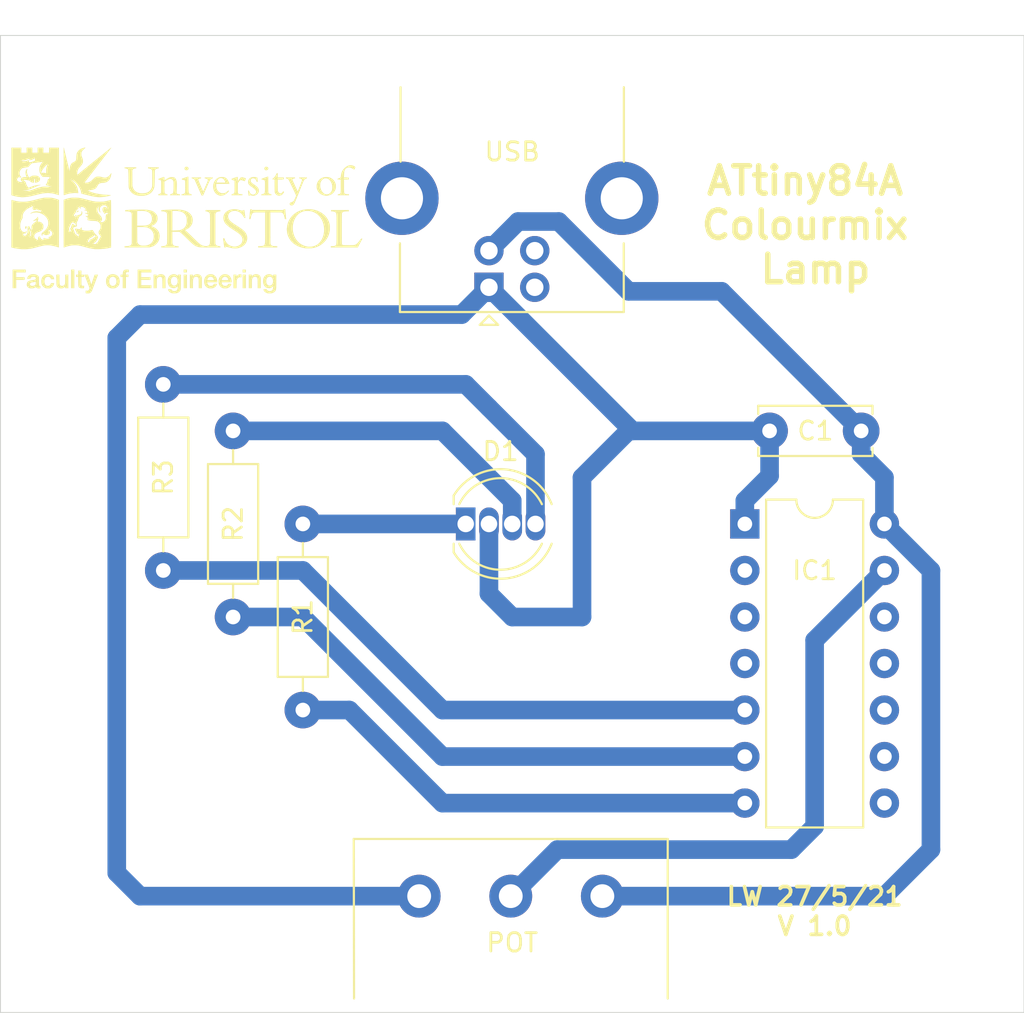
<source format=kicad_pcb>
(kicad_pcb (version 20171130) (host pcbnew "(5.1.10)-1")

  (general
    (thickness 1.6)
    (drawings 6)
    (tracks 53)
    (zones 0)
    (modules 13)
    (nets 21)
  )

  (page A4)
  (layers
    (0 F.Cu signal)
    (31 B.Cu signal hide)
    (32 B.Adhes user hide)
    (33 F.Adhes user hide)
    (34 B.Paste user hide)
    (35 F.Paste user hide)
    (36 B.SilkS user hide)
    (37 F.SilkS user)
    (38 B.Mask user hide)
    (39 F.Mask user hide)
    (40 Dwgs.User user hide)
    (41 Cmts.User user hide)
    (42 Eco1.User user hide)
    (43 Eco2.User user hide)
    (44 Edge.Cuts user)
    (45 Margin user hide)
    (46 B.CrtYd user hide)
    (47 F.CrtYd user hide)
    (48 B.Fab user hide)
    (49 F.Fab user hide)
  )

  (setup
    (last_trace_width 0.25)
    (user_trace_width 0.2032)
    (user_trace_width 0.254)
    (user_trace_width 0.3048)
    (user_trace_width 0.4572)
    (user_trace_width 0.6096)
    (user_trace_width 0.762)
    (user_trace_width 1.016)
    (trace_clearance 0.2)
    (zone_clearance 0.508)
    (zone_45_only no)
    (trace_min 0.2)
    (via_size 0.8)
    (via_drill 0.4)
    (via_min_size 0.4)
    (via_min_drill 0.3)
    (uvia_size 0.3)
    (uvia_drill 0.1)
    (uvias_allowed no)
    (uvia_min_size 0.2)
    (uvia_min_drill 0.1)
    (edge_width 0.05)
    (segment_width 0.2)
    (pcb_text_width 0.3)
    (pcb_text_size 1.5 1.5)
    (mod_edge_width 0.12)
    (mod_text_size 1 1)
    (mod_text_width 0.15)
    (pad_size 2.7 2.7)
    (pad_drill 2.7)
    (pad_to_mask_clearance 0)
    (aux_axis_origin 0 0)
    (visible_elements 7FFFFFFF)
    (pcbplotparams
      (layerselection 0x010fc_ffffffff)
      (usegerberextensions false)
      (usegerberattributes false)
      (usegerberadvancedattributes true)
      (creategerberjobfile false)
      (excludeedgelayer true)
      (linewidth 0.100000)
      (plotframeref false)
      (viasonmask false)
      (mode 1)
      (useauxorigin false)
      (hpglpennumber 1)
      (hpglpenspeed 20)
      (hpglpendiameter 15.000000)
      (psnegative false)
      (psa4output false)
      (plotreference true)
      (plotvalue true)
      (plotinvisibletext false)
      (padsonsilk false)
      (subtractmaskfromsilk false)
      (outputformat 1)
      (mirror false)
      (drillshape 0)
      (scaleselection 1)
      (outputdirectory "./"))
  )

  (net 0 "")
  (net 1 "Net-(D1-Pad1)")
  (net 2 "Net-(D1-Pad3)")
  (net 3 "Net-(D1-Pad4)")
  (net 4 "Net-(IC1-Pad8)")
  (net 5 "Net-(IC1-Pad2)")
  (net 6 "Net-(IC1-Pad9)")
  (net 7 "Net-(IC1-Pad3)")
  (net 8 "Net-(IC1-Pad10)")
  (net 9 "Net-(IC1-Pad4)")
  (net 10 "Net-(IC1-Pad11)")
  (net 11 "Net-(IC1-Pad5)")
  (net 12 "Net-(IC1-Pad12)")
  (net 13 "Net-(IC1-Pad6)")
  (net 14 "Net-(IC1-Pad13)")
  (net 15 "Net-(IC1-Pad7)")
  (net 16 "Net-(J1-Pad2)")
  (net 17 "Net-(J1-Pad3)")
  (net 18 GND)
  (net 19 +5V)
  (net 20 "Net-(J1-Pad5)")

  (net_class Default "This is the default net class."
    (clearance 0.2)
    (trace_width 0.25)
    (via_dia 0.8)
    (via_drill 0.4)
    (uvia_dia 0.3)
    (uvia_drill 0.1)
    (add_net +5V)
    (add_net GND)
    (add_net "Net-(D1-Pad1)")
    (add_net "Net-(D1-Pad3)")
    (add_net "Net-(D1-Pad4)")
    (add_net "Net-(IC1-Pad10)")
    (add_net "Net-(IC1-Pad11)")
    (add_net "Net-(IC1-Pad12)")
    (add_net "Net-(IC1-Pad13)")
    (add_net "Net-(IC1-Pad2)")
    (add_net "Net-(IC1-Pad3)")
    (add_net "Net-(IC1-Pad4)")
    (add_net "Net-(IC1-Pad5)")
    (add_net "Net-(IC1-Pad6)")
    (add_net "Net-(IC1-Pad7)")
    (add_net "Net-(IC1-Pad8)")
    (add_net "Net-(IC1-Pad9)")
    (add_net "Net-(J1-Pad2)")
    (add_net "Net-(J1-Pad3)")
    (add_net "Net-(J1-Pad5)")
  )

  (module Potentiometer_THT:Potentiometer_Omeg_PC16BU_Horizontal (layer F.Cu) (tedit 626011C5) (tstamp 60A7E9FC)
    (at 134.62 83.82 270)
    (descr "Potentiometer, horizontal, Omeg PC16BU, http://www.omeg.co.uk/pc6bubrc.htm")
    (tags "Potentiometer horizontal Omeg PC16BU")
    (path /60A1C6A6)
    (fp_text reference POT (at 2.54 -5.08) (layer F.SilkS)
      (effects (font (size 1 1) (thickness 0.15)))
    )
    (fp_text value "10K POT" (at 0 4.7 90) (layer F.Fab)
      (effects (font (size 1 1) (thickness 0.15)))
    )
    (fp_line (start -3 -13.45) (end -3 3.45) (layer F.Fab) (width 0.1))
    (fp_line (start -3 3.45) (end 6.3 3.45) (layer F.Fab) (width 0.1))
    (fp_line (start 6.3 3.45) (end 6.3 -13.45) (layer F.Fab) (width 0.1))
    (fp_line (start 6.3 -13.45) (end -3 -13.45) (layer F.Fab) (width 0.1))
    (fp_line (start -3.121 -13.57) (end 5.588 -13.57) (layer F.SilkS) (width 0.12))
    (fp_line (start -3.121 3.57) (end 5.588 3.556) (layer F.SilkS) (width 0.12))
    (fp_line (start -3.121 -13.57) (end -3.121 3.57) (layer F.SilkS) (width 0.12))
    (fp_line (start -3.3 -13.7) (end -3.3 3.7) (layer F.CrtYd) (width 0.05))
    (fp_text user %R (at 1.65 -5 90) (layer F.Fab)
      (effects (font (size 1 1) (thickness 0.15)))
    )
    (pad 3 thru_hole circle (at 0 -10 270) (size 2.34 2.34) (drill 1.3) (layers *.Cu *.Mask)
      (net 18 GND))
    (pad 2 thru_hole circle (at 0 -5 270) (size 2.34 2.34) (drill 1.3) (layers *.Cu *.Mask)
      (net 14 "Net-(IC1-Pad13)"))
    (pad 1 thru_hole circle (at 0 0 270) (size 2.34 2.34) (drill 1.3) (layers *.Cu *.Mask)
      (net 19 +5V))
    (model ${KISYS3DMOD}/Potentiometer_THT.3dshapes/Potentiometer_Omeg_PC16BU_Horizontal.wrl
      (at (xyz 0 0 0))
      (scale (xyz 1 1 1))
      (rotate (xyz 0 0 0))
    )
  )

  (module Connector_USB:USB_B_Lumberg_2411_02_Horizontal (layer F.Cu) (tedit 62601192) (tstamp 60A7E993)
    (at 138.43 50.58 90)
    (descr "USB 2.0 receptacle type B, horizontal version, through-hole, https://downloads.lumberg.com/datenblaetter/en/2411_02.pdf")
    (tags "USB B receptacle horizontal through-hole")
    (path /60A1ECFE)
    (fp_text reference USB (at 7.4 1.27) (layer F.SilkS)
      (effects (font (size 1 1) (thickness 0.15)))
    )
    (fp_text value USB_B (at 7.05 10.45 90) (layer F.Fab)
      (effects (font (size 1 1) (thickness 0.15)))
    )
    (fp_line (start -1.24 7.25) (end -1.24 -4.75) (layer F.Fab) (width 0.1))
    (fp_line (start -1.24 -4.75) (end 15.16 -4.75) (layer F.Fab) (width 0.1))
    (fp_line (start 15.16 -4.75) (end 15.16 7.25) (layer F.Fab) (width 0.1))
    (fp_line (start 15.16 7.25) (end -1.24 7.25) (layer F.Fab) (width 0.1))
    (fp_line (start -1.24 0.49) (end -0.75 0) (layer F.Fab) (width 0.1))
    (fp_line (start -0.75 0) (end -1.24 -0.49) (layer F.Fab) (width 0.1))
    (fp_line (start -1.35 7.36) (end -1.35 -4.86) (layer F.SilkS) (width 0.12))
    (fp_line (start -1.35 7.36) (end 2.4 7.36) (layer F.SilkS) (width 0.12))
    (fp_line (start -1.35 -4.86) (end 2.4 -4.86) (layer F.SilkS) (width 0.12))
    (fp_line (start -1.55 0) (end -2.05 -0.5) (layer F.SilkS) (width 0.12))
    (fp_line (start -2.05 -0.5) (end -2.05 0.5) (layer F.SilkS) (width 0.12))
    (fp_line (start -2.05 0.5) (end -1.55 0) (layer F.SilkS) (width 0.12))
    (fp_line (start -1.74 9.75) (end 15.66 9.75) (layer F.CrtYd) (width 0.05))
    (fp_line (start 15.66 9.75) (end 15.66 -7.25) (layer F.CrtYd) (width 0.05))
    (fp_line (start 15.66 -7.25) (end -1.74 -7.25) (layer F.CrtYd) (width 0.05))
    (fp_line (start -1.74 -7.25) (end -1.74 9.75) (layer F.CrtYd) (width 0.05))
    (fp_text user %R (at 7.5 1.25 270) (layer F.Fab)
      (effects (font (size 1 1) (thickness 0.15)))
    )
    (fp_line (start 6.858 -4.826) (end 10.922 -4.826) (layer F.SilkS) (width 0.12))
    (fp_line (start 6.858 7.366) (end 10.922 7.366) (layer F.SilkS) (width 0.12))
    (pad 5 thru_hole circle (at 4.86 -4.75 180) (size 4 4) (drill 2.3) (layers *.Cu *.Mask)
      (net 20 "Net-(J1-Pad5)"))
    (pad 5 thru_hole circle (at 4.86 7.25 180) (size 4 4) (drill 2.3) (layers *.Cu *.Mask)
      (net 20 "Net-(J1-Pad5)"))
    (pad 4 thru_hole circle (at 2 0 180) (size 1.6 1.6) (drill 0.95) (layers *.Cu *.Mask)
      (net 18 GND))
    (pad 3 thru_hole circle (at 2 2.5 180) (size 1.6 1.6) (drill 0.95) (layers *.Cu *.Mask)
      (net 17 "Net-(J1-Pad3)"))
    (pad 2 thru_hole circle (at 0 2.5 180) (size 1.6 1.6) (drill 0.95) (layers *.Cu *.Mask)
      (net 16 "Net-(J1-Pad2)"))
    (pad 1 thru_hole rect (at 0 0 180) (size 1.6 1.6) (drill 0.95) (layers *.Cu *.Mask)
      (net 19 +5V))
    (model ${KISYS3DMOD}/Connector_USB.3dshapes/USB_B_Lumberg_2411_02_Horizontal.wrl
      (at (xyz 0 0 0))
      (scale (xyz 1 1 1))
      (rotate (xyz 0 0 0))
    )
  )

  (module UOBbranding:engf_logo3 (layer F.Cu) (tedit 0) (tstamp 6255F0E3)
    (at 121.92 46.99)
    (fp_text reference G*** (at 0 0) (layer F.SilkS) hide
      (effects (font (size 1.524 1.524) (thickness 0.3)))
    )
    (fp_text value LOGO (at 0.75 0) (layer F.SilkS) hide
      (effects (font (size 1.524 1.524) (thickness 0.3)))
    )
    (fp_poly (pts (xy -5.3039 3.14325) (xy -5.282351 3.205054) (xy -5.262056 3.26294) (xy -5.243829 3.314615)
      (xy -5.228483 3.357781) (xy -5.216831 3.390144) (xy -5.209687 3.409407) (xy -5.208654 3.412023)
      (xy -5.196574 3.441613) (xy -5.106071 3.174957) (xy -5.015567 2.9083) (xy -4.92925 2.905888)
      (xy -4.893346 2.905253) (xy -4.864747 2.905449) (xy -4.847001 2.906408) (xy -4.842934 2.907519)
      (xy -4.845828 2.917162) (xy -4.85406 2.940836) (xy -4.866957 2.976738) (xy -4.883846 3.023071)
      (xy -4.904052 3.078033) (xy -4.926903 3.139824) (xy -4.951724 3.206643) (xy -4.977841 3.276692)
      (xy -5.004582 3.348169) (xy -5.031273 3.419275) (xy -5.057239 3.488209) (xy -5.081808 3.55317)
      (xy -5.104305 3.61236) (xy -5.124058 3.663977) (xy -5.140392 3.706222) (xy -5.152633 3.737293)
      (xy -5.160109 3.755392) (xy -5.16069 3.756685) (xy -5.186219 3.807639) (xy -5.210893 3.845318)
      (xy -5.237407 3.873006) (xy -5.268455 3.893984) (xy -5.277085 3.898487) (xy -5.300331 3.908961)
      (xy -5.322192 3.915346) (xy -5.348045 3.918546) (xy -5.383265 3.919467) (xy -5.40128 3.919399)
      (xy -5.437476 3.918682) (xy -5.467743 3.91731) (xy -5.487748 3.915518) (xy -5.492751 3.91446)
      (xy -5.498859 3.904212) (xy -5.50234 3.8789) (xy -5.503334 3.842186) (xy -5.503334 3.774183)
      (xy -5.456663 3.780014) (xy -5.41138 3.782293) (xy -5.376556 3.775056) (xy -5.349534 3.756458)
      (xy -5.327658 3.724654) (xy -5.308269 3.677799) (xy -5.307897 3.676722) (xy -5.291749 3.629786)
      (xy -5.413759 3.311377) (xy -5.441123 3.239996) (xy -5.467229 3.171957) (xy -5.491311 3.109253)
      (xy -5.512603 3.053876) (xy -5.530337 3.00782) (xy -5.543747 2.973078) (xy -5.552068 2.951643)
      (xy -5.553295 2.948517) (xy -5.57082 2.904067) (xy -5.387067 2.904067) (xy -5.3039 3.14325)) (layer F.SilkS) (width 0.01))
    (fp_poly (pts (xy -0.652562 2.880913) (xy -0.601828 2.890912) (xy -0.558229 2.911577) (xy -0.517888 2.944209)
      (xy -0.514845 2.947217) (xy -0.474134 2.987927) (xy -0.474134 2.904067) (xy -0.312487 2.904067)
      (xy -0.315208 3.299884) (xy -0.3159 3.39744) (xy -0.316657 3.479637) (xy -0.317686 3.548051)
      (xy -0.319193 3.604256) (xy -0.321384 3.649826) (xy -0.324465 3.686336) (xy -0.328642 3.715361)
      (xy -0.33412 3.738475) (xy -0.341107 3.757253) (xy -0.349809 3.773269) (xy -0.36043 3.788097)
      (xy -0.373178 3.803313) (xy -0.382474 3.813898) (xy -0.428276 3.856694) (xy -0.480767 3.887025)
      (xy -0.541982 3.906873) (xy -0.588866 3.914532) (xy -0.644329 3.918399) (xy -0.702237 3.918485)
      (xy -0.756452 3.914797) (xy -0.800841 3.907345) (xy -0.804129 3.906494) (xy -0.859565 3.885778)
      (xy -0.908828 3.856206) (xy -0.949588 3.820092) (xy -0.979518 3.779747) (xy -0.996288 3.737485)
      (xy -0.999067 3.712906) (xy -0.99853 3.702939) (xy -0.994794 3.696669) (xy -0.984675 3.693239)
      (xy -0.964986 3.691792) (xy -0.932541 3.691472) (xy -0.919331 3.691467) (xy -0.839595 3.691467)
      (xy -0.824081 3.723105) (xy -0.797686 3.758415) (xy -0.759169 3.783478) (xy -0.710399 3.797582)
      (xy -0.653247 3.800017) (xy -0.628223 3.797533) (xy -0.579019 3.786032) (xy -0.540833 3.765669)
      (xy -0.512537 3.734918) (xy -0.492999 3.692256) (xy -0.48109 3.636159) (xy -0.477019 3.593597)
      (xy -0.471679 3.509434) (xy -0.509109 3.54925) (xy -0.543971 3.57985) (xy -0.584451 3.605954)
      (xy -0.596047 3.611732) (xy -0.6215 3.62263) (xy -0.642927 3.628974) (xy -0.666065 3.631589)
      (xy -0.69665 3.6313) (xy -0.722829 3.629971) (xy -0.761305 3.626528) (xy -0.796836 3.621192)
      (xy -0.823489 3.614925) (xy -0.829734 3.612641) (xy -0.891507 3.577052) (xy -0.941671 3.529243)
      (xy -0.980112 3.469424) (xy -1.006717 3.397806) (xy -1.021375 3.314599) (xy -1.022661 3.286949)
      (xy -0.859399 3.286949) (xy -0.849945 3.348454) (xy -0.836983 3.38762) (xy -0.807864 3.436377)
      (xy -0.769299 3.472296) (xy -0.723636 3.494514) (xy -0.673228 3.502171) (xy -0.620422 3.494404)
      (xy -0.584789 3.480101) (xy -0.546562 3.451384) (xy -0.516143 3.409312) (xy -0.494548 3.356042)
      (xy -0.482792 3.293731) (xy -0.48092 3.259667) (xy -0.485568 3.188651) (xy -0.501158 3.128169)
      (xy -0.527165 3.079186) (xy -0.563065 3.042667) (xy -0.608334 3.019575) (xy -0.612079 3.018416)
      (xy -0.64014 3.011055) (xy -0.663914 3.006473) (xy -0.672521 3.005714) (xy -0.718977 3.013713)
      (xy -0.763792 3.035559) (xy -0.802537 3.068397) (xy -0.82956 3.106926) (xy -0.849055 3.160454)
      (xy -0.859052 3.222372) (xy -0.859399 3.286949) (xy -1.022661 3.286949) (xy -1.024467 3.248167)
      (xy -1.017816 3.163657) (xy -0.998376 3.088363) (xy -0.966915 3.023198) (xy -0.924202 2.969072)
      (xy -0.871007 2.926897) (xy -0.808098 2.897587) (xy -0.736243 2.882053) (xy -0.714308 2.88028)
      (xy -0.652562 2.880913)) (layer F.SilkS) (width 0.01))
    (fp_poly (pts (xy 4.554438 2.880913) (xy 4.605172 2.890912) (xy 4.648771 2.911577) (xy 4.689112 2.944209)
      (xy 4.692155 2.947217) (xy 4.732866 2.987927) (xy 4.732866 2.904067) (xy 4.894513 2.904067)
      (xy 4.891792 3.299884) (xy 4.8911 3.39744) (xy 4.890343 3.479637) (xy 4.889314 3.548051)
      (xy 4.887807 3.604256) (xy 4.885616 3.649826) (xy 4.882535 3.686336) (xy 4.878358 3.715361)
      (xy 4.87288 3.738475) (xy 4.865893 3.757253) (xy 4.857191 3.773269) (xy 4.84657 3.788097)
      (xy 4.833822 3.803313) (xy 4.824526 3.813898) (xy 4.778724 3.856694) (xy 4.726233 3.887025)
      (xy 4.665018 3.906873) (xy 4.618134 3.914532) (xy 4.562671 3.918399) (xy 4.504763 3.918485)
      (xy 4.450548 3.914797) (xy 4.406159 3.907345) (xy 4.402871 3.906494) (xy 4.347435 3.885778)
      (xy 4.298172 3.856206) (xy 4.257412 3.820092) (xy 4.227482 3.779747) (xy 4.210712 3.737485)
      (xy 4.207933 3.712906) (xy 4.20847 3.702939) (xy 4.212206 3.696669) (xy 4.222325 3.693239)
      (xy 4.242014 3.691792) (xy 4.274459 3.691472) (xy 4.287669 3.691467) (xy 4.367405 3.691467)
      (xy 4.382919 3.723105) (xy 4.409314 3.758415) (xy 4.447831 3.783478) (xy 4.496601 3.797582)
      (xy 4.553753 3.800017) (xy 4.578777 3.797533) (xy 4.627981 3.786032) (xy 4.666167 3.765669)
      (xy 4.694463 3.734918) (xy 4.714001 3.692256) (xy 4.72591 3.636159) (xy 4.729981 3.593597)
      (xy 4.735321 3.509434) (xy 4.697891 3.54925) (xy 4.663029 3.57985) (xy 4.622549 3.605954)
      (xy 4.610953 3.611732) (xy 4.5855 3.62263) (xy 4.564073 3.628974) (xy 4.540935 3.631589)
      (xy 4.51035 3.6313) (xy 4.484171 3.629971) (xy 4.445695 3.626528) (xy 4.410164 3.621192)
      (xy 4.383511 3.614925) (xy 4.377266 3.612641) (xy 4.315493 3.577052) (xy 4.265329 3.529243)
      (xy 4.226888 3.469424) (xy 4.200283 3.397806) (xy 4.185625 3.314599) (xy 4.184339 3.286949)
      (xy 4.347601 3.286949) (xy 4.357055 3.348454) (xy 4.370017 3.38762) (xy 4.399136 3.436377)
      (xy 4.437701 3.472296) (xy 4.483364 3.494514) (xy 4.533772 3.502171) (xy 4.586578 3.494404)
      (xy 4.622211 3.480101) (xy 4.660438 3.451384) (xy 4.690857 3.409312) (xy 4.712452 3.356042)
      (xy 4.724208 3.293731) (xy 4.72608 3.259667) (xy 4.721432 3.188651) (xy 4.705842 3.128169)
      (xy 4.679835 3.079186) (xy 4.643935 3.042667) (xy 4.598666 3.019575) (xy 4.594921 3.018416)
      (xy 4.56686 3.011055) (xy 4.543086 3.006473) (xy 4.534479 3.005714) (xy 4.488023 3.013713)
      (xy 4.443208 3.035559) (xy 4.404463 3.068397) (xy 4.37744 3.106926) (xy 4.357945 3.160454)
      (xy 4.347948 3.222372) (xy 4.347601 3.286949) (xy 4.184339 3.286949) (xy 4.182533 3.248167)
      (xy 4.189184 3.163657) (xy 4.208624 3.088363) (xy 4.240085 3.023198) (xy 4.282798 2.969072)
      (xy 4.335993 2.926897) (xy 4.398902 2.897587) (xy 4.470757 2.882053) (xy 4.492692 2.88028)
      (xy 4.554438 2.880913)) (layer F.SilkS) (width 0.01))
    (fp_poly (pts (xy -8.333193 2.880865) (xy -8.256901 2.889599) (xy -8.194206 2.907158) (xy -8.143931 2.934096)
      (xy -8.104898 2.970968) (xy -8.087249 2.996606) (xy -8.0645 3.0353) (xy -8.061659 3.268134)
      (xy -8.060453 3.341028) (xy -8.058782 3.40264) (xy -8.056705 3.451724) (xy -8.054282 3.487031)
      (xy -8.051572 3.507316) (xy -8.050039 3.51155) (xy -8.036077 3.518841) (xy -8.014157 3.52212)
      (xy -8.012664 3.522134) (xy -7.984067 3.522134) (xy -7.984067 3.631405) (xy -8.015817 3.640222)
      (xy -8.065861 3.649021) (xy -8.112949 3.647909) (xy -8.153986 3.637687) (xy -8.185873 3.619158)
      (xy -8.205513 3.593122) (xy -8.206402 3.590901) (xy -8.215283 3.567373) (xy -8.255225 3.594252)
      (xy -8.305093 3.619654) (xy -8.36516 3.637536) (xy -8.430145 3.647241) (xy -8.494766 3.648107)
      (xy -8.553741 3.639477) (xy -8.572678 3.633882) (xy -8.623944 3.611016) (xy -8.662705 3.58107)
      (xy -8.692905 3.540992) (xy -8.693118 3.540631) (xy -8.705335 3.517506) (xy -8.712382 3.495891)
      (xy -8.715589 3.46962) (xy -8.716287 3.433234) (xy -8.715495 3.424664) (xy -8.551334 3.424664)
      (xy -8.548977 3.451217) (xy -8.539385 3.469698) (xy -8.525281 3.483284) (xy -8.502333 3.499047)
      (xy -8.479724 3.509356) (xy -8.476598 3.510177) (xy -8.456657 3.515052) (xy -8.4455 3.518447)
      (xy -8.426234 3.520602) (xy -8.396718 3.518199) (xy -8.362702 3.512229) (xy -8.329934 3.503682)
      (xy -8.305813 3.494385) (xy -8.271771 3.4734) (xy -8.248978 3.447952) (xy -8.235668 3.41463)
      (xy -8.230074 3.370027) (xy -8.2296 3.347315) (xy -8.230007 3.315103) (xy -8.231092 3.290576)
      (xy -8.232649 3.277656) (xy -8.233283 3.2766) (xy -8.243082 3.279281) (xy -8.257885 3.284554)
      (xy -8.275972 3.289377) (xy -8.305305 3.295077) (xy -8.340305 3.3006) (xy -8.349453 3.301852)
      (xy -8.416531 3.312674) (xy -8.468236 3.325838) (xy -8.506064 3.342255) (xy -8.531513 3.362836)
      (xy -8.546083 3.388493) (xy -8.55127 3.420138) (xy -8.551334 3.424664) (xy -8.715495 3.424664)
      (xy -8.710654 3.372282) (xy -8.693343 3.322872) (xy -8.663297 3.283359) (xy -8.619464 3.252097)
      (xy -8.591623 3.23887) (xy -8.569019 3.231956) (xy -8.531525 3.223579) (xy -8.481087 3.214091)
      (xy -8.419651 3.203848) (xy -8.349162 3.193203) (xy -8.312191 3.187986) (xy -8.270711 3.176517)
      (xy -8.240711 3.156035) (xy -8.224012 3.128131) (xy -8.221134 3.108398) (xy -8.228091 3.07007)
      (xy -8.248985 3.041265) (xy -8.283848 3.021961) (xy -8.332716 3.012135) (xy -8.365067 3.010762)
      (xy -8.422908 3.015687) (xy -8.467333 3.030537) (xy -8.498788 3.055512) (xy -8.512069 3.076374)
      (xy -8.521137 3.097763) (xy -8.525776 3.113166) (xy -8.525934 3.114897) (xy -8.534306 3.119767)
      (xy -8.559227 3.122865) (xy -8.600399 3.124161) (xy -8.610984 3.1242) (xy -8.696034 3.1242)
      (xy -8.690344 3.09245) (xy -8.676563 3.042019) (xy -8.653017 2.99917) (xy -8.63101 2.972078)
      (xy -8.584537 2.931846) (xy -8.527887 2.903214) (xy -8.460225 2.885926) (xy -8.380716 2.879726)
      (xy -8.333193 2.880865)) (layer F.SilkS) (width 0.01))
    (fp_poly (pts (xy -7.485764 2.885175) (xy -7.414667 2.903686) (xy -7.353915 2.933599) (xy -7.304525 2.974218)
      (xy -7.267513 3.024842) (xy -7.243895 3.084773) (xy -7.23979 3.103293) (xy -7.23272 3.141134)
      (xy -7.397567 3.141134) (xy -7.412025 3.103275) (xy -7.435074 3.062313) (xy -7.469098 3.033262)
      (xy -7.515664 3.014814) (xy -7.51899 3.013992) (xy -7.574401 3.008746) (xy -7.626615 3.018998)
      (xy -7.673064 3.043327) (xy -7.711178 3.080311) (xy -7.738386 3.128527) (xy -7.741556 3.137191)
      (xy -7.756791 3.201177) (xy -7.761541 3.269105) (xy -7.756021 3.335854) (xy -7.740447 3.396301)
      (xy -7.729586 3.421335) (xy -7.699735 3.464009) (xy -7.661558 3.494595) (xy -7.617932 3.513038)
      (xy -7.571736 3.519279) (xy -7.52585 3.513261) (xy -7.483151 3.494928) (xy -7.446517 3.464221)
      (xy -7.421852 3.427461) (xy -7.409868 3.401616) (xy -7.401883 3.380955) (xy -7.399867 3.372305)
      (xy -7.395419 3.366948) (xy -7.380575 3.363521) (xy -7.353086 3.361729) (xy -7.3161 3.361267)
      (xy -7.232334 3.361267) (xy -7.24034 3.39725) (xy -7.26383 3.46802) (xy -7.30015 3.529289)
      (xy -7.348135 3.57951) (xy -7.405358 3.616518) (xy -7.431731 3.628821) (xy -7.454403 3.636965)
      (xy -7.478414 3.641966) (xy -7.508805 3.64484) (xy -7.550618 3.646604) (xy -7.555286 3.646749)
      (xy -7.602114 3.647508) (xy -7.636868 3.646172) (xy -7.664328 3.642292) (xy -7.689274 3.635417)
      (xy -7.694387 3.633641) (xy -7.763429 3.600405) (xy -7.822039 3.553977) (xy -7.869591 3.494968)
      (xy -7.903478 3.429) (xy -7.913703 3.392039) (xy -7.920506 3.343521) (xy -7.923739 3.288502)
      (xy -7.923253 3.232042) (xy -7.918898 3.179195) (xy -7.912001 3.140726) (xy -7.886177 3.067967)
      (xy -7.847577 3.00569) (xy -7.797383 2.954791) (xy -7.736777 2.916165) (xy -7.666942 2.890708)
      (xy -7.589059 2.879316) (xy -7.566192 2.878768) (xy -7.485764 2.885175)) (layer F.SilkS) (width 0.01))
    (fp_poly (pts (xy -6.941109 3.160184) (xy -6.940273 3.233503) (xy -6.939373 3.291914) (xy -6.938274 3.337442)
      (xy -6.936837 3.372112) (xy -6.934927 3.39795) (xy -6.932407 3.416981) (xy -6.929138 3.43123)
      (xy -6.924986 3.442722) (xy -6.9215 3.450167) (xy -6.896004 3.484101) (xy -6.86131 3.506712)
      (xy -6.820616 3.518219) (xy -6.777114 3.518842) (xy -6.734 3.508798) (xy -6.694469 3.488307)
      (xy -6.661715 3.457587) (xy -6.645076 3.431237) (xy -6.639311 3.418896) (xy -6.634754 3.406602)
      (xy -6.631231 3.392214) (xy -6.62857 3.373592) (xy -6.626599 3.348595) (xy -6.625147 3.315082)
      (xy -6.624039 3.270913) (xy -6.623105 3.213945) (xy -6.622239 3.147484) (xy -6.619219 2.904067)
      (xy -6.460067 2.904067) (xy -6.460067 3.6322) (xy -6.620934 3.6322) (xy -6.620934 3.538478)
      (xy -6.648374 3.56973) (xy -6.67136 3.590489) (xy -6.702382 3.611799) (xy -6.72669 3.625051)
      (xy -6.758455 3.638522) (xy -6.786588 3.645707) (xy -6.819156 3.648243) (xy -6.841067 3.64826)
      (xy -6.876104 3.64701) (xy -6.907783 3.644542) (xy -6.92944 3.641381) (xy -6.929967 3.641257)
      (xy -6.985612 3.620908) (xy -7.030374 3.588689) (xy -7.066065 3.543075) (xy -7.08159 3.513667)
      (xy -7.086399 3.502491) (xy -7.090281 3.490545) (xy -7.093356 3.475908) (xy -7.095744 3.45666)
      (xy -7.097566 3.43088) (xy -7.098943 3.396649) (xy -7.099995 3.352044) (xy -7.100843 3.295147)
      (xy -7.101607 3.224035) (xy -7.101929 3.189817) (xy -7.104558 2.904067) (xy -6.943784 2.904067)
      (xy -6.941109 3.160184)) (layer F.SilkS) (width 0.01))
    (fp_poly (pts (xy -3.943165 2.885835) (xy -3.868586 2.906543) (xy -3.804035 2.940536) (xy -3.750022 2.98746)
      (xy -3.707057 3.046957) (xy -3.675652 3.118675) (xy -3.673641 3.124971) (xy -3.663666 3.171645)
      (xy -3.658427 3.22832) (xy -3.657994 3.288719) (xy -3.662436 3.346563) (xy -3.670659 3.391238)
      (xy -3.697515 3.463195) (xy -3.737718 3.525232) (xy -3.790136 3.576212) (xy -3.853637 3.614998)
      (xy -3.915834 3.637625) (xy -3.962448 3.645638) (xy -4.017726 3.64843) (xy -4.074684 3.646148)
      (xy -4.126334 3.638938) (xy -4.150683 3.632693) (xy -4.221808 3.602019) (xy -4.280985 3.559469)
      (xy -4.327995 3.505384) (xy -4.362618 3.440101) (xy -4.384633 3.363961) (xy -4.393821 3.277302)
      (xy -4.3941 3.257134) (xy -4.393634 3.251631) (xy -4.229005 3.251631) (xy -4.22553 3.313126)
      (xy -4.212207 3.37106) (xy -4.189717 3.422497) (xy -4.158741 3.4645) (xy -4.11996 3.494132)
      (xy -4.119089 3.494589) (xy -4.075817 3.513367) (xy -4.03678 3.520569) (xy -3.994732 3.517066)
      (xy -3.972734 3.512188) (xy -3.932245 3.494275) (xy -3.893876 3.463398) (xy -3.861492 3.423434)
      (xy -3.838957 3.378265) (xy -3.838762 3.377706) (xy -3.826614 3.324566) (xy -3.822794 3.263943)
      (xy -3.827178 3.20287) (xy -3.839642 3.148379) (xy -3.842937 3.139292) (xy -3.870122 3.089393)
      (xy -3.906429 3.051439) (xy -3.949311 3.025496) (xy -3.99622 3.011633) (xy -4.044611 3.009916)
      (xy -4.091935 3.020414) (xy -4.135646 3.043193) (xy -4.173198 3.078323) (xy -4.202042 3.125871)
      (xy -4.203687 3.129707) (xy -4.221951 3.189513) (xy -4.229005 3.251631) (xy -4.393634 3.251631)
      (xy -4.386883 3.171971) (xy -4.366059 3.095896) (xy -4.332476 3.029787) (xy -4.286984 2.974518)
      (xy -4.230433 2.930968) (xy -4.163672 2.900011) (xy -4.087552 2.882525) (xy -4.027263 2.878768)
      (xy -3.943165 2.885835)) (layer F.SilkS) (width 0.01))
    (fp_poly (pts (xy 1.359798 2.883338) (xy 1.390909 2.885156) (xy 1.414702 2.889109) (xy 1.435978 2.895953)
      (xy 1.456266 2.90489) (xy 1.519998 2.944066) (xy 1.573774 2.995799) (xy 1.616489 3.058209)
      (xy 1.64704 3.129418) (xy 1.664322 3.207546) (xy 1.667933 3.265056) (xy 1.667933 3.310467)
      (xy 1.397 3.310467) (xy 1.320262 3.310358) (xy 1.258889 3.310331) (xy 1.211319 3.310835)
      (xy 1.175985 3.312322) (xy 1.151326 3.31524) (xy 1.135777 3.320041) (xy 1.127773 3.327174)
      (xy 1.125751 3.337089) (xy 1.128148 3.350237) (xy 1.133399 3.367067) (xy 1.138975 3.384729)
      (xy 1.162233 3.436971) (xy 1.196786 3.476818) (xy 1.241643 3.50353) (xy 1.295814 3.516368)
      (xy 1.316566 3.517445) (xy 1.348495 3.516613) (xy 1.376919 3.513987) (xy 1.390494 3.511428)
      (xy 1.416704 3.498597) (xy 1.445674 3.476315) (xy 1.471533 3.4497) (xy 1.486549 3.427744)
      (xy 1.493132 3.416291) (xy 1.500967 3.40919) (xy 1.513865 3.405402) (xy 1.535638 3.403886)
      (xy 1.570097 3.403601) (xy 1.575017 3.4036) (xy 1.614206 3.404057) (xy 1.638315 3.407061)
      (xy 1.649196 3.41506) (xy 1.648701 3.430506) (xy 1.638684 3.455847) (xy 1.629458 3.475585)
      (xy 1.600474 3.52125) (xy 1.559722 3.564593) (xy 1.512213 3.601026) (xy 1.466821 3.624506)
      (xy 1.426242 3.63578) (xy 1.375488 3.643386) (xy 1.320619 3.647003) (xy 1.267691 3.646313)
      (xy 1.222762 3.640998) (xy 1.210135 3.638011) (xy 1.147424 3.612661) (xy 1.09023 3.574751)
      (xy 1.04228 3.52728) (xy 1.008615 3.475918) (xy 0.981952 3.405765) (xy 0.967253 3.328833)
      (xy 0.964427 3.249128) (xy 0.970799 3.193279) (xy 1.126066 3.193279) (xy 1.13413 3.195348)
      (xy 1.15671 3.19718) (xy 1.191389 3.198684) (xy 1.235751 3.199767) (xy 1.28738 3.200336)
      (xy 1.312333 3.2004) (xy 1.374119 3.200255) (xy 1.420924 3.199732) (xy 1.454699 3.198702)
      (xy 1.477394 3.197036) (xy 1.490959 3.194603) (xy 1.497346 3.191274) (xy 1.4986 3.188018)
      (xy 1.495767 3.173678) (xy 1.488457 3.149643) (xy 1.481304 3.129409) (xy 1.455559 3.080913)
      (xy 1.42098 3.044851) (xy 1.380092 3.0211) (xy 1.335417 3.009535) (xy 1.28948 3.010033)
      (xy 1.244804 3.022467) (xy 1.203914 3.046715) (xy 1.169333 3.082652) (xy 1.143585 3.130153)
      (xy 1.138052 3.146331) (xy 1.131051 3.170944) (xy 1.126734 3.188723) (xy 1.126066 3.193279)
      (xy 0.970799 3.193279) (xy 0.973381 3.170655) (xy 0.994023 3.097421) (xy 1.018538 3.045896)
      (xy 1.049577 3.003861) (xy 1.091293 2.962417) (xy 1.138029 2.926635) (xy 1.17502 2.905592)
      (xy 1.198701 2.895311) (xy 1.220219 2.888681) (xy 1.244435 2.884923) (xy 1.276214 2.883256)
      (xy 1.316566 2.8829) (xy 1.359798 2.883338)) (layer F.SilkS) (width 0.01))
    (fp_poly (pts (xy 2.147198 2.883338) (xy 2.178309 2.885156) (xy 2.202102 2.889109) (xy 2.223378 2.895953)
      (xy 2.243666 2.90489) (xy 2.307398 2.944066) (xy 2.361174 2.995799) (xy 2.403889 3.058209)
      (xy 2.43444 3.129418) (xy 2.451722 3.207546) (xy 2.455333 3.265056) (xy 2.455333 3.310467)
      (xy 2.1844 3.310467) (xy 2.107662 3.310358) (xy 2.046289 3.310331) (xy 1.998719 3.310835)
      (xy 1.963385 3.312322) (xy 1.938726 3.31524) (xy 1.923177 3.320041) (xy 1.915173 3.327174)
      (xy 1.913151 3.337089) (xy 1.915548 3.350237) (xy 1.920799 3.367067) (xy 1.926375 3.384729)
      (xy 1.949633 3.436971) (xy 1.984186 3.476818) (xy 2.029043 3.50353) (xy 2.083214 3.516368)
      (xy 2.103966 3.517445) (xy 2.135895 3.516613) (xy 2.164319 3.513987) (xy 2.177894 3.511428)
      (xy 2.204104 3.498597) (xy 2.233074 3.476315) (xy 2.258933 3.4497) (xy 2.273949 3.427744)
      (xy 2.280532 3.416291) (xy 2.288367 3.40919) (xy 2.301265 3.405402) (xy 2.323038 3.403886)
      (xy 2.357497 3.403601) (xy 2.362417 3.4036) (xy 2.401606 3.404057) (xy 2.425715 3.407061)
      (xy 2.436596 3.41506) (xy 2.436101 3.430506) (xy 2.426084 3.455847) (xy 2.416858 3.475585)
      (xy 2.387874 3.52125) (xy 2.347122 3.564593) (xy 2.299613 3.601026) (xy 2.254221 3.624506)
      (xy 2.213642 3.63578) (xy 2.162888 3.643386) (xy 2.108019 3.647003) (xy 2.055091 3.646313)
      (xy 2.010162 3.640998) (xy 1.997535 3.638011) (xy 1.934824 3.612661) (xy 1.87763 3.574751)
      (xy 1.82968 3.52728) (xy 1.796015 3.475918) (xy 1.769352 3.405765) (xy 1.754653 3.328833)
      (xy 1.751827 3.249128) (xy 1.758199 3.193279) (xy 1.913466 3.193279) (xy 1.92153 3.195348)
      (xy 1.94411 3.19718) (xy 1.978789 3.198684) (xy 2.023151 3.199767) (xy 2.07478 3.200336)
      (xy 2.099733 3.2004) (xy 2.161519 3.200255) (xy 2.208324 3.199732) (xy 2.242099 3.198702)
      (xy 2.264794 3.197036) (xy 2.278359 3.194603) (xy 2.284746 3.191274) (xy 2.286 3.188018)
      (xy 2.283167 3.173678) (xy 2.275857 3.149643) (xy 2.268704 3.129409) (xy 2.242959 3.080913)
      (xy 2.20838 3.044851) (xy 2.167492 3.0211) (xy 2.122817 3.009535) (xy 2.07688 3.010033)
      (xy 2.032204 3.022467) (xy 1.991314 3.046715) (xy 1.956733 3.082652) (xy 1.930985 3.130153)
      (xy 1.925452 3.146331) (xy 1.918451 3.170944) (xy 1.914134 3.188723) (xy 1.913466 3.193279)
      (xy 1.758199 3.193279) (xy 1.760781 3.170655) (xy 1.781423 3.097421) (xy 1.805938 3.045896)
      (xy 1.836977 3.003861) (xy 1.878693 2.962417) (xy 1.925429 2.926635) (xy 1.96242 2.905592)
      (xy 1.986101 2.895311) (xy 2.007619 2.888681) (xy 2.031835 2.884923) (xy 2.063614 2.883256)
      (xy 2.103966 2.8829) (xy 2.147198 2.883338)) (layer F.SilkS) (width 0.01))
    (fp_poly (pts (xy -5.740401 2.904067) (xy -5.596467 2.904067) (xy -5.596467 3.0226) (xy -5.740401 3.0226)
      (xy -5.740401 3.246029) (xy -5.740362 3.319667) (xy -5.739855 3.378124) (xy -5.738293 3.423151)
      (xy -5.735091 3.4565) (xy -5.729661 3.479922) (xy -5.721419 3.49517) (xy -5.709777 3.503993)
      (xy -5.69415 3.508144) (xy -5.673952 3.509375) (xy -5.652249 3.509434) (xy -5.596467 3.509434)
      (xy -5.596467 3.569911) (xy -5.597325 3.603443) (xy -5.600359 3.623503) (xy -5.606263 3.633486)
      (xy -5.60986 3.635528) (xy -5.62894 3.638935) (xy -5.659824 3.640439) (xy -5.69751 3.640218)
      (xy -5.736995 3.63845) (xy -5.773278 3.63531) (xy -5.801357 3.630978) (xy -5.810811 3.628401)
      (xy -5.850695 3.608391) (xy -5.878547 3.579614) (xy -5.891469 3.556) (xy -5.895464 3.544293)
      (xy -5.898714 3.527592) (xy -5.901329 3.50402) (xy -5.903422 3.4717) (xy -5.905103 3.428754)
      (xy -5.906482 3.373305) (xy -5.90767 3.303475) (xy -5.908071 3.274484) (xy -5.911408 3.0226)
      (xy -6.028267 3.0226) (xy -6.028267 2.904067) (xy -5.909734 2.904067) (xy -5.909734 2.683934)
      (xy -5.740401 2.683934) (xy -5.740401 2.904067)) (layer F.SilkS) (width 0.01))
    (fp_poly (pts (xy -8.7884 2.777067) (xy -9.304867 2.777067) (xy -9.304867 3.039534) (xy -8.847667 3.039534)
      (xy -8.847667 3.183467) (xy -9.304867 3.183467) (xy -9.304867 3.6322) (xy -9.491134 3.6322)
      (xy -9.491134 2.624667) (xy -8.7884 2.624667) (xy -8.7884 2.777067)) (layer F.SilkS) (width 0.01))
    (fp_poly (pts (xy -6.129867 3.6322) (xy -6.299201 3.6322) (xy -6.299201 2.624667) (xy -6.129867 2.624667)
      (xy -6.129867 3.6322)) (layer F.SilkS) (width 0.01))
    (fp_poly (pts (xy -3.246967 2.626447) (xy -3.1623 2.6289) (xy -3.159817 2.695091) (xy -3.157334 2.761281)
      (xy -3.195166 2.755608) (xy -3.231544 2.754482) (xy -3.265228 2.760957) (xy -3.291129 2.773601)
      (xy -3.302065 2.785655) (xy -3.306612 2.802376) (xy -3.309663 2.829347) (xy -3.310467 2.852711)
      (xy -3.310467 2.904067) (xy -3.175 2.904067) (xy -3.175 3.0226) (xy -3.310467 3.0226)
      (xy -3.310467 3.6322) (xy -3.4798 3.6322) (xy -3.4798 3.0226) (xy -3.598334 3.0226)
      (xy -3.598334 2.904067) (xy -3.482129 2.904067) (xy -3.476156 2.830451) (xy -3.467088 2.764368)
      (xy -3.450885 2.712853) (xy -3.426082 2.674603) (xy -3.391212 2.648313) (xy -3.344811 2.632679)
      (xy -3.285413 2.626397) (xy -3.246967 2.626447)) (layer F.SilkS) (width 0.01))
    (fp_poly (pts (xy -1.930401 2.777067) (xy -2.480734 2.777067) (xy -2.480734 3.039534) (xy -1.972734 3.039534)
      (xy -1.972734 3.183467) (xy -2.480734 3.183467) (xy -2.480734 3.4798) (xy -1.921934 3.4798)
      (xy -1.921934 3.6322) (xy -2.667001 3.6322) (xy -2.667001 2.624667) (xy -1.930401 2.624667)
      (xy -1.930401 2.777067)) (layer F.SilkS) (width 0.01))
    (fp_poly (pts (xy -1.356095 2.881335) (xy -1.302073 2.892732) (xy -1.255853 2.915289) (xy -1.219636 2.944634)
      (xy -1.202645 2.96176) (xy -1.188736 2.978233) (xy -1.177601 2.995901) (xy -1.168933 3.016612)
      (xy -1.162423 3.042217) (xy -1.157765 3.074562) (xy -1.154651 3.115497) (xy -1.152772 3.16687)
      (xy -1.151823 3.23053) (xy -1.151495 3.308325) (xy -1.151467 3.354337) (xy -1.151467 3.6322)
      (xy -1.310847 3.6322) (xy -1.313801 3.376084) (xy -1.314706 3.302956) (xy -1.315645 3.24469)
      (xy -1.316765 3.199214) (xy -1.318216 3.164456) (xy -1.320146 3.138346) (xy -1.322702 3.118812)
      (xy -1.326034 3.103783) (xy -1.330289 3.091187) (xy -1.33497 3.080352) (xy -1.357542 3.045134)
      (xy -1.388093 3.022864) (xy -1.429008 3.012173) (xy -1.456267 3.010733) (xy -1.510371 3.018189)
      (xy -1.556042 3.039928) (xy -1.591986 3.07488) (xy -1.616912 3.121975) (xy -1.624991 3.150446)
      (xy -1.627595 3.17121) (xy -1.629881 3.20626) (xy -1.631759 3.252948) (xy -1.633135 3.308627)
      (xy -1.633919 3.370651) (xy -1.634067 3.412484) (xy -1.634067 3.6322) (xy -1.794934 3.6322)
      (xy -1.794934 2.904067) (xy -1.642534 2.904067) (xy -1.642534 2.99999) (xy -1.604257 2.961165)
      (xy -1.557781 2.921475) (xy -1.508881 2.896052) (xy -1.452765 2.882775) (xy -1.421164 2.88006)
      (xy -1.356095 2.881335)) (layer F.SilkS) (width 0.01))
    (fp_poly (pts (xy 0.016933 3.6322) (xy -0.1524 3.6322) (xy -0.1524 2.904067) (xy 0.016933 2.904067)
      (xy 0.016933 3.6322)) (layer F.SilkS) (width 0.01))
    (fp_poly (pts (xy 0.625105 2.881335) (xy 0.679127 2.892732) (xy 0.725347 2.915289) (xy 0.761564 2.944634)
      (xy 0.778555 2.96176) (xy 0.792464 2.978233) (xy 0.803599 2.995901) (xy 0.812267 3.016612)
      (xy 0.818777 3.042217) (xy 0.823435 3.074562) (xy 0.826549 3.115497) (xy 0.828428 3.16687)
      (xy 0.829377 3.23053) (xy 0.829705 3.308325) (xy 0.829733 3.354337) (xy 0.829733 3.6322)
      (xy 0.670353 3.6322) (xy 0.667399 3.376084) (xy 0.666494 3.302956) (xy 0.665555 3.24469)
      (xy 0.664435 3.199214) (xy 0.662984 3.164456) (xy 0.661054 3.138346) (xy 0.658498 3.118812)
      (xy 0.655166 3.103783) (xy 0.650911 3.091187) (xy 0.64623 3.080352) (xy 0.623658 3.045134)
      (xy 0.593107 3.022864) (xy 0.552192 3.012173) (xy 0.524933 3.010733) (xy 0.470829 3.018189)
      (xy 0.425158 3.039928) (xy 0.389214 3.07488) (xy 0.364288 3.121975) (xy 0.356209 3.150446)
      (xy 0.353605 3.17121) (xy 0.351319 3.20626) (xy 0.349441 3.252948) (xy 0.348065 3.308627)
      (xy 0.347281 3.370651) (xy 0.347133 3.412484) (xy 0.347133 3.6322) (xy 0.186266 3.6322)
      (xy 0.186266 2.904067) (xy 0.338666 2.904067) (xy 0.338666 2.99999) (xy 0.376943 2.961165)
      (xy 0.423419 2.921475) (xy 0.472319 2.896052) (xy 0.528435 2.882775) (xy 0.560036 2.88006)
      (xy 0.625105 2.881335)) (layer F.SilkS) (width 0.01))
    (fp_poly (pts (xy 2.995384 2.959975) (xy 2.997802 3.037049) (xy 2.935478 3.036175) (xy 2.90072 3.036529)
      (xy 2.876085 3.039847) (xy 2.854817 3.047743) (xy 2.83146 3.061028) (xy 2.806002 3.079212)
      (xy 2.786298 3.100526) (xy 2.767696 3.130434) (xy 2.760133 3.144828) (xy 2.7305 3.2029)
      (xy 2.724576 3.6322) (xy 2.5654 3.6322) (xy 2.5654 2.904067) (xy 2.7178 2.904067)
      (xy 2.7178 3.025916) (xy 2.742783 2.986521) (xy 2.767939 2.955506) (xy 2.801719 2.925329)
      (xy 2.816106 2.915014) (xy 2.842436 2.89837) (xy 2.86329 2.888751) (xy 2.885367 2.884249)
      (xy 2.915365 2.882951) (xy 2.928706 2.8829) (xy 2.992966 2.8829) (xy 2.995384 2.959975)) (layer F.SilkS) (width 0.01))
    (fp_poly (pts (xy 3.234266 3.6322) (xy 3.064933 3.6322) (xy 3.064933 2.904067) (xy 3.234266 2.904067)
      (xy 3.234266 3.6322)) (layer F.SilkS) (width 0.01))
    (fp_poly (pts (xy 3.842439 2.881335) (xy 3.896461 2.892732) (xy 3.942681 2.915289) (xy 3.978897 2.944634)
      (xy 3.995888 2.96176) (xy 4.009797 2.978233) (xy 4.020932 2.995901) (xy 4.029601 3.016612)
      (xy 4.03611 3.042217) (xy 4.040768 3.074562) (xy 4.043883 3.115497) (xy 4.045761 3.16687)
      (xy 4.04671 3.23053) (xy 4.047039 3.308325) (xy 4.047066 3.354337) (xy 4.047066 3.6322)
      (xy 3.887687 3.6322) (xy 3.884732 3.376084) (xy 3.883827 3.302956) (xy 3.882889 3.24469)
      (xy 3.881768 3.199214) (xy 3.880317 3.164456) (xy 3.878387 3.138346) (xy 3.875831 3.118812)
      (xy 3.872499 3.103783) (xy 3.868244 3.091187) (xy 3.863564 3.080352) (xy 3.840991 3.045134)
      (xy 3.81044 3.022864) (xy 3.769525 3.012173) (xy 3.742266 3.010733) (xy 3.688162 3.018189)
      (xy 3.642492 3.039928) (xy 3.606547 3.07488) (xy 3.581621 3.121975) (xy 3.573542 3.150446)
      (xy 3.570938 3.17121) (xy 3.568652 3.20626) (xy 3.566775 3.252948) (xy 3.565398 3.308627)
      (xy 3.564615 3.370651) (xy 3.564466 3.412484) (xy 3.564466 3.6322) (xy 3.4036 3.6322)
      (xy 3.4036 2.904067) (xy 3.555999 2.904067) (xy 3.555999 2.99999) (xy 3.594276 2.961165)
      (xy 3.640752 2.921475) (xy 3.689652 2.896052) (xy 3.745768 2.882775) (xy 3.77737 2.88006)
      (xy 3.842439 2.881335)) (layer F.SilkS) (width 0.01))
    (fp_poly (pts (xy 0.016933 2.777067) (xy -0.1524 2.777067) (xy -0.1524 2.624667) (xy 0.016933 2.624667)
      (xy 0.016933 2.777067)) (layer F.SilkS) (width 0.01))
    (fp_poly (pts (xy 3.234266 2.777067) (xy 3.064933 2.777067) (xy 3.064933 2.624667) (xy 3.234266 2.624667)
      (xy 3.234266 2.777067)) (layer F.SilkS) (width 0.01))
    (fp_poly (pts (xy -7.5429 -1.301742) (xy -7.531197 -1.301437) (xy -7.45939 -1.298858) (xy -7.400754 -1.295196)
      (xy -7.351542 -1.290108) (xy -7.308007 -1.283247) (xy -7.286465 -1.278886) (xy -7.228828 -1.265074)
      (xy -7.166465 -1.247963) (xy -7.104737 -1.229185) (xy -7.049007 -1.210368) (xy -7.005275 -1.193417)
      (xy -6.968067 -1.177468) (xy -6.968067 0.119139) (xy -6.96808 0.293474) (xy -6.968122 0.451644)
      (xy -6.968202 0.594416) (xy -6.968328 0.722556) (xy -6.968507 0.836833) (xy -6.968747 0.938014)
      (xy -6.969055 1.026866) (xy -6.96944 1.104157) (xy -6.969908 1.170654) (xy -6.970469 1.227125)
      (xy -6.971129 1.274338) (xy -6.971896 1.313058) (xy -6.972777 1.344055) (xy -6.973782 1.368095)
      (xy -6.974916 1.385947) (xy -6.976189 1.398377) (xy -6.977607 1.406152) (xy -6.979179 1.410041)
      (xy -6.980912 1.410811) (xy -6.981043 1.410766) (xy -7.061671 1.382894) (xy -7.153188 1.356408)
      (xy -7.249836 1.332662) (xy -7.345857 1.313007) (xy -7.435492 1.298798) (xy -7.478184 1.293961)
      (xy -7.541401 1.289415) (xy -7.603044 1.288166) (xy -7.665322 1.290542) (xy -7.730445 1.296873)
      (xy -7.800622 1.307486) (xy -7.878065 1.32271) (xy -7.964981 1.342874) (xy -8.063582 1.368305)
      (xy -8.163751 1.395859) (xy -8.252555 1.42041) (xy -8.328467 1.440367) (xy -8.394678 1.456425)
      (xy -8.454384 1.469277) (xy -8.510777 1.479617) (xy -8.567051 1.488142) (xy -8.617365 1.4945)
      (xy -8.664934 1.498746) (xy -8.724326 1.50205) (xy -8.790932 1.504339) (xy -8.860146 1.505543)
      (xy -8.927361 1.50559) (xy -8.98797 1.504409) (xy -9.037367 1.501927) (xy -9.046634 1.501166)
      (xy -9.114061 1.49399) (xy -9.189507 1.484115) (xy -9.268673 1.472252) (xy -9.347259 1.459112)
      (xy -9.420965 1.445407) (xy -9.48549 1.431846) (xy -9.527117 1.421712) (xy -9.558867 1.413281)
      (xy -9.558867 0.214926) (xy -9.084442 0.214926) (xy -9.082267 0.29177) (xy -9.073074 0.349251)
      (xy -9.055483 0.406566) (xy -9.031488 0.460324) (xy -9.003543 0.505642) (xy -8.981784 0.530855)
      (xy -8.938327 0.562746) (xy -8.891129 0.580517) (xy -8.843104 0.58401) (xy -8.797167 0.573065)
      (xy -8.756233 0.547522) (xy -8.751771 0.543445) (xy -8.727841 0.520701) (xy -8.733779 0.546101)
      (xy -8.748313 0.592828) (xy -8.76728 0.624296) (xy -8.792182 0.641921) (xy -8.82452 0.647123)
      (xy -8.839614 0.646073) (xy -8.865947 0.644274) (xy -8.883127 0.648159) (xy -8.898546 0.659794)
      (xy -8.902494 0.663658) (xy -8.920165 0.690327) (xy -8.923477 0.717555) (xy -8.914765 0.743058)
      (xy -8.896364 0.76455) (xy -8.870607 0.779745) (xy -8.83983 0.78636) (xy -8.806366 0.782108)
      (xy -8.78883 0.774923) (xy -8.758006 0.75206) (xy -8.727996 0.717931) (xy -8.702887 0.677884)
      (xy -8.688604 0.643694) (xy -8.682826 0.62133) (xy -8.678878 0.59572) (xy -8.676537 0.563568)
      (xy -8.675579 0.521577) (xy -8.675777 0.466449) (xy -8.675888 0.457201) (xy -8.675983 0.406255)
      (xy -8.675021 0.360394) (xy -8.674569 0.351367) (xy -8.627034 0.351367) (xy -8.623941 0.384208)
      (xy -8.613337 0.421694) (xy -8.597169 0.461434) (xy -8.573462 0.515842) (xy -8.556406 0.558504)
      (xy -8.545062 0.592811) (xy -8.538493 0.622154) (xy -8.535762 0.649925) (xy -8.535931 0.679516)
      (xy -8.536061 0.682482) (xy -8.539132 0.71926) (xy -8.545799 0.746993) (xy -8.558332 0.773513)
      (xy -8.566261 0.786771) (xy -8.58084 0.810763) (xy -8.586892 0.823354) (xy -8.585034 0.827395)
      (xy -8.575884 0.825736) (xy -8.574623 0.825375) (xy -8.553203 0.816211) (xy -8.534924 0.80523)
      (xy -8.509204 0.783958) (xy -8.49265 0.761074) (xy -8.483479 0.732228) (xy -8.479911 0.69307)
      (xy -8.47966 0.670334) (xy -8.480648 0.630785) (xy -8.484173 0.601228) (xy -8.491644 0.574756)
      (xy -8.50447 0.544466) (xy -8.505987 0.541204) (xy -8.525136 0.503238) (xy -8.547842 0.462429)
      (xy -8.564298 0.435371) (xy -8.583625 0.403126) (xy -8.601268 0.369937) (xy -8.611659 0.347134)
      (xy -8.626742 0.309034) (xy -8.627034 0.351367) (xy -8.674569 0.351367) (xy -8.673144 0.322988)
      (xy -8.670492 0.297409) (xy -8.66888 0.28998) (xy -8.654143 0.266027) (xy -8.63172 0.255814)
      (xy -8.605229 0.260871) (xy -8.602911 0.262051) (xy -8.587541 0.276723) (xy -8.569854 0.303633)
      (xy -8.552126 0.338717) (xy -8.536632 0.377915) (xy -8.53463 0.383936) (xy -8.524245 0.405236)
      (xy -8.507061 0.430423) (xy -8.486531 0.455471) (xy -8.466107 0.476352) (xy -8.449242 0.48904)
      (xy -8.442787 0.491067) (xy -8.438722 0.484745) (xy -8.443727 0.465263) (xy -8.447686 0.455084)
      (xy -8.456378 0.425132) (xy -8.461118 0.38562) (xy -8.462393 0.338667) (xy -8.461814 0.298712)
      (xy -8.459454 0.270272) (xy -8.454302 0.247949) (xy -8.445352 0.226341) (xy -8.439126 0.214096)
      (xy -8.418134 0.178252) (xy -8.394071 0.146394) (xy -8.363873 0.115301) (xy -8.324475 0.081747)
      (xy -8.283535 0.050419) (xy -8.239414 0.015748) (xy -8.208668 -0.01348) (xy -8.189553 -0.039448)
      (xy -8.180324 -0.064342) (xy -8.1788 -0.080765) (xy -8.1788 -0.103105) (xy -8.204116 -0.081803)
      (xy -8.222006 -0.069851) (xy -8.246292 -0.05982) (xy -8.280006 -0.050806) (xy -8.326185 -0.041903)
      (xy -8.352367 -0.03761) (xy -8.367189 -0.035651) (xy -8.372722 -0.03669) (xy -8.367645 -0.042089)
      (xy -8.350637 -0.053209) (xy -8.320377 -0.071412) (xy -8.3185 -0.072528) (xy -8.285835 -0.09406)
      (xy -8.250891 -0.120581) (xy -8.216369 -0.149603) (xy -8.184968 -0.178635) (xy -8.159387 -0.205188)
      (xy -8.142325 -0.226771) (xy -8.136467 -0.240424) (xy -8.134104 -0.253686) (xy -8.128166 -0.252876)
      (xy -8.120378 -0.240003) (xy -8.112465 -0.217076) (xy -8.110794 -0.210526) (xy -8.104566 -0.1614)
      (xy -8.106423 -0.106697) (xy -8.115707 -0.054259) (xy -8.126537 -0.022503) (xy -8.142602 0.013815)
      (xy -8.078151 0.013918) (xy -8.010075 0.021746) (xy -7.94933 0.044759) (xy -7.896537 0.082595)
      (xy -7.852316 0.134894) (xy -7.841782 0.151692) (xy -7.830853 0.172032) (xy -7.824078 0.191075)
      (xy -7.820491 0.213878) (xy -7.819124 0.245496) (xy -7.818967 0.270934) (xy -7.819453 0.310251)
      (xy -7.821615 0.337982) (xy -7.826511 0.359461) (xy -7.835197 0.380023) (xy -7.843773 0.396142)
      (xy -7.885241 0.454163) (xy -7.939761 0.501872) (xy -8.007623 0.539482) (xy -8.072461 0.562655)
      (xy -8.126344 0.581616) (xy -8.17911 0.60631) (xy -8.225786 0.63407) (xy -8.261398 0.662227)
      (xy -8.26517 0.666) (xy -8.29966 0.712045) (xy -8.318427 0.760709) (xy -8.322098 0.810206)
      (xy -8.311302 0.85875) (xy -8.286667 0.904558) (xy -8.248819 0.945843) (xy -8.198387 0.98082)
      (xy -8.146253 1.004201) (xy -8.117584 1.013458) (xy -8.102352 1.015297) (xy -8.098635 1.009424)
      (xy -8.103344 0.997678) (xy -8.108877 0.975021) (xy -8.108968 0.942891) (xy -8.10423 0.907629)
      (xy -8.095281 0.875574) (xy -8.090434 0.864633) (xy -8.074806 0.842107) (xy -8.056425 0.824978)
      (xy -8.035424 0.816825) (xy -8.017239 0.82287) (xy -8.000665 0.844034) (xy -7.985199 0.879293)
      (xy -7.958447 0.930875) (xy -7.921072 0.970131) (xy -7.874646 0.995919) (xy -7.820744 1.007101)
      (xy -7.808384 1.007487) (xy -7.789641 1.006627) (xy -7.780943 1.004471) (xy -7.780867 1.004225)
      (xy -7.784021 0.995231) (xy -7.792026 0.976163) (xy -7.797197 0.964442) (xy -7.807262 0.936055)
      (xy -7.807152 0.916945) (xy -7.805366 0.912717) (xy -7.795421 0.90076) (xy -7.78121 0.898873)
      (xy -7.758928 0.907119) (xy -7.746063 0.913718) (xy -7.703883 0.930282) (xy -7.651476 0.941759)
      (xy -7.595063 0.947089) (xy -7.553928 0.946421) (xy -7.516167 0.942049) (xy -7.487045 0.935429)
      (xy -7.468835 0.927434) (xy -7.463805 0.918935) (xy -7.468573 0.91362) (xy -7.486631 0.907334)
      (xy -7.498314 0.906063) (xy -7.518225 0.90004) (xy -7.531322 0.88586) (xy -7.532677 0.868893)
      (xy -7.532606 0.868705) (xy -7.522458 0.859906) (xy -7.501109 0.849812) (xy -7.481422 0.843124)
      (xy -7.425614 0.819924) (xy -7.381012 0.787379) (xy -7.348258 0.747702) (xy -7.327996 0.703103)
      (xy -7.320871 0.655796) (xy -7.327526 0.607993) (xy -7.348604 0.561906) (xy -7.38475 0.519746)
      (xy -7.386783 0.517941) (xy -7.425532 0.488479) (xy -7.464097 0.470445) (xy -7.509319 0.461046)
      (xy -7.531033 0.459063) (xy -7.563697 0.457291) (xy -7.58002 0.458304) (xy -7.580512 0.463198)
      (xy -7.565681 0.473071) (xy -7.543184 0.485259) (xy -7.503843 0.513704) (xy -7.478818 0.548133)
      (xy -7.467866 0.585885) (xy -7.47074 0.624302) (xy -7.487194 0.660726) (xy -7.516983 0.692498)
      (xy -7.559863 0.716959) (xy -7.564753 0.71886) (xy -7.622158 0.733654) (xy -7.679065 0.736084)
      (xy -7.732062 0.726664) (xy -7.777742 0.705904) (xy -7.805626 0.682684) (xy -7.820995 0.667875)
      (xy -7.831972 0.660565) (xy -7.832948 0.660401) (xy -7.844361 0.667998) (xy -7.856375 0.687784)
      (xy -7.866792 0.715245) (xy -7.872927 0.74242) (xy -7.879068 0.783167) (xy -7.893467 0.756071)
      (xy -7.904854 0.721476) (xy -7.906955 0.682913) (xy -7.899819 0.647635) (xy -7.892637 0.633241)
      (xy -7.879413 0.618396) (xy -7.856183 0.597173) (xy -7.826781 0.572955) (xy -7.808003 0.558565)
      (xy -7.723756 0.486767) (xy -7.654945 0.408341) (xy -7.601677 0.323435) (xy -7.564061 0.232191)
      (xy -7.563538 0.230524) (xy -7.553721 0.19711) (xy -7.547675 0.16938) (xy -7.544797 0.141637)
      (xy -7.544482 0.108182) (xy -7.54603 0.065424) (xy -7.551975 -0.004818) (xy -7.563894 -0.064212)
      (xy -7.583545 -0.118309) (xy -7.612685 -0.172659) (xy -7.629901 -0.199485) (xy -7.690633 -0.275502)
      (xy -7.765137 -0.342327) (xy -7.83714 -0.390768) (xy -7.91988 -0.435371) (xy -7.997639 -0.46717)
      (xy -8.074969 -0.487356) (xy -8.15642 -0.49712) (xy -8.245476 -0.497695) (xy -8.30744 -0.493624)
      (xy -8.361983 -0.485552) (xy -8.415142 -0.47208) (xy -8.47295 -0.451808) (xy -8.512506 -0.435744)
      (xy -8.524389 -0.432388) (xy -8.52363 -0.437098) (xy -8.511619 -0.44846) (xy -8.489745 -0.465064)
      (xy -8.470905 -0.477992) (xy -8.398196 -0.516256) (xy -8.315901 -0.541343) (xy -8.225154 -0.553184)
      (xy -8.12709 -0.55171) (xy -8.022842 -0.536854) (xy -7.922002 -0.511171) (xy -7.915463 -0.511555)
      (xy -7.917841 -0.520596) (xy -7.929855 -0.540244) (xy -7.936137 -0.549505) (xy -7.953173 -0.577012)
      (xy -7.96622 -0.603055) (xy -7.971206 -0.617334) (xy -7.976642 -0.642083) (xy -8.014498 -0.629184)
      (xy -8.059876 -0.620347) (xy -8.09933 -0.627175) (xy -8.133916 -0.649902) (xy -8.141427 -0.657549)
      (xy -8.168584 -0.687198) (xy -8.20317 -0.664309) (xy -8.245975 -0.643288) (xy -8.288065 -0.63555)
      (xy -8.326839 -0.640117) (xy -8.359696 -0.656012) (xy -8.384033 -0.682255) (xy -8.397251 -0.717869)
      (xy -8.398882 -0.737907) (xy -8.396629 -0.76634) (xy -8.388513 -0.79277) (xy -8.372362 -0.823122)
      (xy -8.361239 -0.840641) (xy -8.34576 -0.86425) (xy -8.39563 -0.846085) (xy -8.450994 -0.823879)
      (xy -8.512036 -0.79599) (xy -8.574267 -0.764752) (xy -8.633199 -0.732501) (xy -8.684344 -0.701569)
      (xy -8.717559 -0.678651) (xy -8.791156 -0.617221) (xy -8.849957 -0.554304) (xy -8.896064 -0.487284)
      (xy -8.931577 -0.413543) (xy -8.932722 -0.410633) (xy -8.942582 -0.381763) (xy -8.948753 -0.352765)
      (xy -8.95205 -0.318106) (xy -8.953285 -0.272252) (xy -8.953298 -0.270682) (xy -8.953951 -0.229978)
      (xy -8.95565 -0.202062) (xy -8.959191 -0.182792) (xy -8.96537 -0.168024) (xy -8.974983 -0.153617)
      (xy -8.976079 -0.152149) (xy -9.011009 -0.094676) (xy -9.040103 -0.025135) (xy -9.062568 0.052377)
      (xy -9.077612 0.133763) (xy -9.084442 0.214926) (xy -9.558867 0.214926) (xy -9.558867 0.118207)
      (xy -9.558845 -0.028462) (xy -9.558782 -0.170451) (xy -9.558679 -0.306845) (xy -9.558538 -0.436726)
      (xy -9.558364 -0.559178) (xy -9.558156 -0.673284) (xy -9.557919 -0.778129) (xy -9.557655 -0.872794)
      (xy -9.557365 -0.956365) (xy -9.557053 -1.027924) (xy -9.55672 -1.086555) (xy -9.556369 -1.131342)
      (xy -9.556003 -1.161367) (xy -9.555624 -1.175715) (xy -9.555481 -1.176866) (xy -9.546506 -1.174754)
      (xy -9.524376 -1.168977) (xy -9.49226 -1.160376) (xy -9.453325 -1.149794) (xy -9.446444 -1.147911)
      (xy -9.295188 -1.112088) (xy -9.147695 -1.089044) (xy -8.997823 -1.077823) (xy -8.995826 -1.077751)
      (xy -8.919945 -1.076216) (xy -8.847202 -1.077455) (xy -8.775168 -1.081826) (xy -8.701414 -1.089689)
      (xy -8.62351 -1.101401) (xy -8.539027 -1.117322) (xy -8.445535 -1.13781) (xy -8.340606 -1.163224)
      (xy -8.238067 -1.189635) (xy -8.136491 -1.216143) (xy -8.049052 -1.238366) (xy -7.973594 -1.256644)
      (xy -7.907966 -1.271319) (xy -7.850014 -1.28273) (xy -7.797584 -1.291219) (xy -7.748523 -1.297125)
      (xy -7.700677 -1.30079) (xy -7.651894 -1.302555) (xy -7.600019 -1.302758) (xy -7.5429 -1.301742)) (layer F.SilkS) (width 0.01))
    (fp_poly (pts (xy -6.066875 -1.301612) (xy -5.998971 -1.299294) (xy -5.939468 -1.295767) (xy -5.884553 -1.29045)
      (xy -5.830413 -1.282762) (xy -5.773233 -1.272122) (xy -5.709201 -1.25795) (xy -5.634503 -1.239665)
      (xy -5.596467 -1.229958) (xy -5.534107 -1.21391) (xy -5.463553 -1.19576) (xy -5.392082 -1.17738)
      (xy -5.326975 -1.160643) (xy -5.305499 -1.155125) (xy -5.215645 -1.132724) (xy -5.137849 -1.115124)
      (xy -5.068099 -1.101786) (xy -5.002384 -1.092174) (xy -4.936692 -1.085749) (xy -4.86701 -1.081975)
      (xy -4.789328 -1.080313) (xy -4.745567 -1.080105) (xy -4.677506 -1.080302) (xy -4.62289 -1.081132)
      (xy -4.578236 -1.082814) (xy -4.540059 -1.085567) (xy -4.504877 -1.089609) (xy -4.469207 -1.095159)
      (xy -4.449234 -1.098728) (xy -4.389381 -1.110844) (xy -4.319988 -1.126614) (xy -4.247614 -1.144441)
      (xy -4.17882 -1.16273) (xy -4.138084 -1.174422) (xy -4.136102 -1.174405) (xy -4.134305 -1.172591)
      (xy -4.132683 -1.168198) (xy -4.131228 -1.160442) (xy -4.129931 -1.148538) (xy -4.128782 -1.131704)
      (xy -4.127773 -1.109156) (xy -4.126894 -1.08011) (xy -4.126137 -1.043783) (xy -4.125493 -0.99939)
      (xy -4.124952 -0.946148) (xy -4.124506 -0.883275) (xy -4.124146 -0.809985) (xy -4.123863 -0.725495)
      (xy -4.123647 -0.629022) (xy -4.123489 -0.519782) (xy -4.123382 -0.396992) (xy -4.123315 -0.259867)
      (xy -4.12328 -0.107625) (xy -4.123268 0.060519) (xy -4.123267 0.11722) (xy -4.123267 1.413281)
      (xy -4.155017 1.42183) (xy -4.310057 1.457043) (xy -4.476543 1.482514) (xy -4.65184 1.497907)
      (xy -4.783667 1.502582) (xy -4.842142 1.503223) (xy -4.896803 1.503491) (xy -4.944752 1.503399)
      (xy -4.98309 1.502958) (xy -5.00892 1.502179) (xy -5.0165 1.501638) (xy -5.095077 1.491634)
      (xy -5.174798 1.478585) (xy -5.258517 1.461869) (xy -5.349089 1.440864) (xy -5.449366 1.414945)
      (xy -5.562202 1.383491) (xy -5.576304 1.379436) (xy -5.697288 1.346424) (xy -5.806079 1.321064)
      (xy -5.905463 1.30311) (xy -5.998225 1.292319) (xy -6.087152 1.288447) (xy -6.17503 1.291249)
      (xy -6.264645 1.30048) (xy -6.340207 1.312465) (xy -6.3885 1.322239) (xy -6.444013 1.335201)
      (xy -6.502382 1.350167) (xy -6.559244 1.36595) (xy -6.610233 1.381364) (xy -6.650986 1.395223)
      (xy -6.665112 1.400758) (xy -6.686016 1.409081) (xy -6.699448 1.41364) (xy -6.701095 1.413934)
      (xy -6.701605 1.40562) (xy -6.702098 1.381288) (xy -6.702572 1.341854) (xy -6.703024 1.288233)
      (xy -6.703449 1.221341) (xy -6.703846 1.142093) (xy -6.703889 1.131308) (xy -5.401734 1.131308)
      (xy -5.39537 1.139435) (xy -5.376451 1.136537) (xy -5.345237 1.122658) (xy -5.342467 1.121207)
      (xy -5.321226 1.108) (xy -5.297927 1.090857) (xy -5.295998 1.089293) (xy -5.28004 1.074891)
      (xy -5.275118 1.062826) (xy -5.279154 1.045323) (xy -5.282066 1.037117) (xy -5.288644 1.015266)
      (xy -5.287753 1.00223) (xy -5.281223 0.993461) (xy -5.268265 0.985775) (xy -5.251233 0.989407)
      (xy -5.247657 0.990976) (xy -5.239288 0.993695) (xy -5.229667 0.993417) (xy -5.216663 0.989046)
      (xy -5.198147 0.979486) (xy -5.17199 0.96364) (xy -5.136062 0.940412) (xy -5.08944 0.909509)
      (xy -5.047332 0.880992) (xy -5.010738 0.855328) (xy -4.981767 0.834069) (xy -4.962528 0.818769)
      (xy -4.95513 0.810979) (xy -4.955132 0.810638) (xy -4.961592 0.800148) (xy -4.975104 0.78212)
      (xy -4.992163 0.760828) (xy -5.009265 0.740546) (xy -5.022903 0.725548) (xy -5.029392 0.720089)
      (xy -5.035755 0.726527) (xy -5.046332 0.743147) (xy -5.050311 0.750295) (xy -5.061963 0.768929)
      (xy -5.076961 0.785973) (xy -5.097686 0.803166) (xy -5.126522 0.822244) (xy -5.165852 0.844943)
      (xy -5.218059 0.873002) (xy -5.220203 0.874131) (xy -5.268572 0.900633) (xy -5.303376 0.92231)
      (xy -5.326769 0.940631) (xy -5.340174 0.955945) (xy -5.351072 0.976477) (xy -5.364055 1.007065)
      (xy -5.377364 1.042708) (xy -5.389246 1.078402) (xy -5.397942 1.109144) (xy -5.401698 1.129931)
      (xy -5.401734 1.131308) (xy -6.703889 1.131308) (xy -6.704211 1.051405) (xy -6.70454 0.950192)
      (xy -6.704831 0.839371) (xy -6.70508 0.719855) (xy -6.705284 0.592562) (xy -6.70544 0.458406)
      (xy -6.705497 0.381543) (xy -6.420079 0.381543) (xy -6.419731 0.401282) (xy -6.419359 0.410126)
      (xy -6.416233 0.444074) (xy -6.410204 0.481139) (xy -6.402212 0.517742) (xy -6.393197 0.550305)
      (xy -6.384099 0.575253) (xy -6.375858 0.589006) (xy -6.371971 0.590485) (xy -6.363567 0.581942)
      (xy -6.351163 0.562525) (xy -6.34002 0.541534) (xy -6.326551 0.511351) (xy -6.315941 0.482703)
      (xy -6.311855 0.467897) (xy -6.309928 0.447919) (xy -6.316927 0.436715) (xy -6.328186 0.430555)
      (xy -6.345794 0.415405) (xy -6.349163 0.395673) (xy -6.338109 0.376215) (xy -6.334562 0.3734)
      (xy -6.197569 0.3734) (xy -6.194439 0.38631) (xy -6.185919 0.411054) (xy -6.173357 0.443929)
      (xy -6.159927 0.476886) (xy -6.144079 0.516297) (xy -6.13038 0.553281) (xy -6.120496 0.583165)
      (xy -6.116463 0.598786) (xy -6.105449 0.638662) (xy -6.086682 0.66935) (xy -6.056442 0.69618)
      (xy -6.041472 0.706279) (xy -6.013468 0.726437) (xy -5.988692 0.748089) (xy -5.976104 0.762034)
      (xy -5.952367 0.787471) (xy -5.924328 0.807936) (xy -5.89753 0.81975) (xy -5.886852 0.821267)
      (xy -5.877891 0.819963) (xy -5.87378 0.813489) (xy -5.873808 0.797998) (xy -5.877263 0.769648)
      (xy -5.877275 0.769557) (xy -5.884458 0.732299) (xy -5.894831 0.697344) (xy -5.906875 0.668424)
      (xy -5.919071 0.649275) (xy -5.928541 0.643467) (xy -5.943374 0.648034) (xy -5.959893 0.657518)
      (xy -5.974943 0.666547) (xy -5.984142 0.664635) (xy -5.991936 0.655401) (xy -5.999951 0.632525)
      (xy -5.999177 0.61498) (xy -5.998882 0.599299) (xy -6.004697 0.579647) (xy -6.017974 0.55259)
      (xy -6.035747 0.521847) (xy -6.059436 0.48144) (xy -6.074668 0.452476) (xy -6.0823 0.432262)
      (xy -6.083191 0.4181) (xy -6.078201 0.407297) (xy -6.073819 0.402361) (xy -6.056596 0.392573)
      (xy -6.031677 0.393301) (xy -6.030558 0.393506) (xy -6.009959 0.396897) (xy -5.977639 0.401684)
      (xy -5.938675 0.40713) (xy -5.911613 0.410751) (xy -5.869483 0.416091) (xy -5.840278 0.418118)
      (xy -5.820104 0.415486) (xy -5.805064 0.40685) (xy -5.791267 0.390864) (xy -5.774817 0.366184)
      (xy -5.772574 0.362722) (xy -5.756766 0.341004) (xy -5.743355 0.327246) (xy -5.736735 0.32444)
      (xy -5.730924 0.334453) (xy -5.728225 0.356214) (xy -5.728785 0.384796) (xy -5.73275 0.415275)
      (xy -5.733868 0.420725) (xy -5.736381 0.436261) (xy -5.733135 0.446197) (xy -5.720796 0.454246)
      (xy -5.69603 0.464118) (xy -5.694333 0.464753) (xy -5.663324 0.474823) (xy -5.623607 0.485643)
      (xy -5.583158 0.495059) (xy -5.578452 0.496029) (xy -5.517351 0.504095) (xy -5.446148 0.506506)
      (xy -5.370625 0.503478) (xy -5.29656 0.49523) (xy -5.233981 0.483047) (xy -5.190302 0.472547)
      (xy -5.159623 0.467046) (xy -5.138494 0.467523) (xy -5.123465 0.474956) (xy -5.111086 0.490325)
      (xy -5.097908 0.514607) (xy -5.093764 0.522821) (xy -5.051827 0.594549) (xy -5.001703 0.661349)
      (xy -4.947616 0.717705) (xy -4.938271 0.725901) (xy -4.894033 0.766256) (xy -4.864013 0.801613)
      (xy -4.847607 0.835168) (xy -4.844216 0.870119) (xy -4.853238 0.909664) (xy -4.874071 0.956998)
      (xy -4.889398 0.985798) (xy -4.918453 1.036065) (xy -4.943628 1.073702) (xy -4.967417 1.101764)
      (xy -4.992312 1.123311) (xy -5.012267 1.136474) (xy -5.044328 1.158449) (xy -5.073162 1.183182)
      (xy -5.093724 1.206179) (xy -5.09796 1.212851) (xy -5.100243 1.219316) (xy -5.096962 1.223572)
      (xy -5.085488 1.226076) (xy -5.063191 1.227284) (xy -5.027443 1.227652) (xy -5.012565 1.227667)
      (xy -4.919134 1.227667) (xy -4.919134 1.203304) (xy -4.914733 1.180011) (xy -4.89943 1.165242)
      (xy -4.875088 1.156808) (xy -4.859965 1.149586) (xy -4.84592 1.133589) (xy -4.830157 1.105442)
      (xy -4.82676 1.098491) (xy -4.81284 1.071005) (xy -4.792899 1.033491) (xy -4.76943 0.990558)
      (xy -4.744926 0.946816) (xy -4.740934 0.939801) (xy -4.713226 0.891066) (xy -4.69315 0.85483)
      (xy -4.679922 0.828899) (xy -4.67276 0.811077) (xy -4.670878 0.79917) (xy -4.673493 0.790983)
      (xy -4.679822 0.784322) (xy -4.684165 0.780853) (xy -4.733645 0.734812) (xy -4.76945 0.685116)
      (xy -4.782884 0.656316) (xy -4.792518 0.628084) (xy -4.798952 0.604467) (xy -4.8006 0.593613)
      (xy -4.794693 0.56127) (xy -4.778308 0.522254) (xy -4.753447 0.481332) (xy -4.753384 0.481242)
      (xy -4.72549 0.44031) (xy -4.706562 0.407395) (xy -4.694894 0.377368) (xy -4.688782 0.345098)
      (xy -4.686521 0.305454) (xy -4.6863 0.279401) (xy -4.686674 0.238174) (xy -4.688457 0.20863)
      (xy -4.692639 0.185524) (xy -4.700212 0.163611) (xy -4.712167 0.137645) (xy -4.713671 0.134564)
      (xy -4.749185 0.077907) (xy -4.794715 0.030181) (xy -4.846721 -0.005063) (xy -4.85838 -0.010656)
      (xy -4.876818 -0.017638) (xy -4.898589 -0.023022) (xy -4.926749 -0.027213) (xy -4.964353 -0.030616)
      (xy -5.014458 -0.033637) (xy -5.0419 -0.03498) (xy -5.117964 -0.039414) (xy -5.188988 -0.045265)
      (xy -5.252907 -0.052246) (xy -5.307656 -0.060071) (xy -5.35117 -0.068456) (xy -5.381383 -0.077115)
      (xy -5.394159 -0.083686) (xy -5.402992 -0.09192) (xy -5.407106 -0.101309) (xy -5.406816 -0.116326)
      (xy -5.402436 -0.141444) (xy -5.399301 -0.156814) (xy -5.393829 -0.186989) (xy -5.390933 -0.210669)
      (xy -5.391194 -0.223007) (xy -5.391335 -0.223302) (xy -5.400677 -0.230261) (xy -5.42122 -0.241538)
      (xy -5.448612 -0.254754) (xy -5.450039 -0.255403) (xy -5.482525 -0.271907) (xy -5.498553 -0.284459)
      (xy -5.498133 -0.293009) (xy -5.481275 -0.297507) (xy -5.447992 -0.297904) (xy -5.441152 -0.297584)
      (xy -5.3848 -0.294601) (xy -5.3848 -0.338357) (xy -5.386164 -0.371252) (xy -5.392255 -0.393547)
      (xy -5.406077 -0.408458) (xy -5.430632 -0.419203) (xy -5.468921 -0.428999) (xy -5.469511 -0.429132)
      (xy -5.508857 -0.439389) (xy -5.531519 -0.448473) (xy -5.537498 -0.456007) (xy -5.526797 -0.461615)
      (xy -5.499417 -0.464922) (xy -5.469306 -0.465666) (xy -5.401411 -0.465666) (xy -5.406889 -0.48895)
      (xy -5.413503 -0.510826) (xy -5.423898 -0.539237) (xy -5.429053 -0.551969) (xy -5.445739 -0.591705)
      (xy -5.508645 -0.601853) (xy -5.54807 -0.609195) (xy -5.57062 -0.615952) (xy -5.576335 -0.62239)
      (xy -5.565251 -0.628776) (xy -5.537409 -0.635376) (xy -5.514009 -0.639343) (xy -5.492007 -0.643727)
      (xy -5.490598 -0.644651) (xy -4.874966 -0.644651) (xy -4.87047 -0.576695) (xy -4.864939 -0.551011)
      (xy -4.855024 -0.517156) (xy -4.84287 -0.48764) (xy -4.826305 -0.459061) (xy -4.803158 -0.428016)
      (xy -4.771257 -0.391104) (xy -4.743862 -0.361353) (xy -4.691452 -0.300258) (xy -4.653781 -0.244495)
      (xy -4.630074 -0.192612) (xy -4.619558 -0.143153) (xy -4.618849 -0.12662) (xy -4.620641 -0.094472)
      (xy -4.627618 -0.070993) (xy -4.642186 -0.048149) (xy -4.642446 -0.047808) (xy -4.664625 -0.024386)
      (xy -4.690302 -0.004766) (xy -4.696489 -0.001251) (xy -4.714465 0.009809) (xy -4.717683 0.018451)
      (xy -4.705454 0.026543) (xy -4.683521 0.034049) (xy -4.632328 0.041191) (xy -4.577554 0.033921)
      (xy -4.561796 0.029174) (xy -4.511656 0.003566) (xy -4.46737 -0.035934) (xy -4.432764 -0.085316)
      (xy -4.42231 -0.105677) (xy -4.415283 -0.123956) (xy -4.41094 -0.144386) (xy -4.408539 -0.171198)
      (xy -4.407337 -0.208623) (xy -4.406957 -0.232288) (xy -4.404528 -0.291681) (xy -4.398215 -0.336716)
      (xy -4.38669 -0.369772) (xy -4.368627 -0.393229) (xy -4.342699 -0.409468) (xy -4.307578 -0.420867)
      (xy -4.30096 -0.422414) (xy -4.274647 -0.429068) (xy -4.263412 -0.435199) (xy -4.265661 -0.443235)
      (xy -4.279381 -0.455278) (xy -4.315435 -0.473534) (xy -4.357541 -0.479009) (xy -4.400988 -0.471991)
      (xy -4.441064 -0.452769) (xy -4.451681 -0.444703) (xy -4.476065 -0.424185) (xy -4.523259 -0.497842)
      (xy -4.553968 -0.549353) (xy -4.573875 -0.592301) (xy -4.584104 -0.630142) (xy -4.585779 -0.666333)
      (xy -4.583875 -0.684142) (xy -4.571124 -0.722129) (xy -4.547385 -0.753069) (xy -4.515921 -0.775896)
      (xy -4.479997 -0.789547) (xy -4.442876 -0.792958) (xy -4.407821 -0.785064) (xy -4.378096 -0.764802)
      (xy -4.369226 -0.75413) (xy -4.354543 -0.720211) (xy -4.352981 -0.682453) (xy -4.364474 -0.647266)
      (xy -4.370391 -0.638258) (xy -4.388914 -0.613833) (xy -4.366634 -0.633911) (xy -4.336065 -0.671188)
      (xy -4.321709 -0.712945) (xy -4.32363 -0.758573) (xy -4.34189 -0.807466) (xy -4.347631 -0.817792)
      (xy -4.369299 -0.847291) (xy -4.397103 -0.868314) (xy -4.414054 -0.876978) (xy -4.470972 -0.894694)
      (xy -4.52911 -0.896945) (xy -4.585568 -0.884691) (xy -4.637446 -0.858894) (xy -4.681845 -0.820514)
      (xy -4.7117 -0.778419) (xy -4.724568 -0.753161) (xy -4.732203 -0.731037) (xy -4.735928 -0.705902)
      (xy -4.737065 -0.671608) (xy -4.7371 -0.6604) (xy -4.733434 -0.597047) (xy -4.722717 -0.545821)
      (xy -4.721806 -0.543049) (xy -4.714177 -0.517665) (xy -4.710409 -0.499394) (xy -4.710781 -0.493396)
      (xy -4.717601 -0.496927) (xy -4.729659 -0.512068) (xy -4.7448 -0.535198) (xy -4.760868 -0.562694)
      (xy -4.775709 -0.590931) (xy -4.787168 -0.616288) (xy -4.791821 -0.629648) (xy -4.797044 -0.659093)
      (xy -4.799612 -0.696241) (xy -4.799267 -0.725586) (xy -4.79584 -0.761019) (xy -4.788761 -0.787357)
      (xy -4.775535 -0.812397) (xy -4.767686 -0.824199) (xy -4.753874 -0.846505) (xy -4.751131 -0.856746)
      (xy -4.758788 -0.855064) (xy -4.776176 -0.8416) (xy -4.802209 -0.816914) (xy -4.840282 -0.767111)
      (xy -4.864719 -0.708907) (xy -4.874966 -0.644651) (xy -5.490598 -0.644651) (xy -5.483572 -0.649258)
      (xy -5.485395 -0.658451) (xy -5.486364 -0.660331) (xy -5.504821 -0.685502) (xy -5.533611 -0.714492)
      (xy -5.568054 -0.743283) (xy -5.603473 -0.767858) (xy -5.625934 -0.780208) (xy -5.660457 -0.794532)
      (xy -5.692056 -0.801908) (xy -5.729749 -0.80428) (xy -5.737784 -0.804326) (xy -5.768193 -0.80344)
      (xy -5.791353 -0.801098) (xy -5.802639 -0.79779) (xy -5.802919 -0.797455) (xy -5.801553 -0.7865)
      (xy -5.792644 -0.768631) (xy -5.790774 -0.765705) (xy -5.77645 -0.73797) (xy -5.774332 -0.719746)
      (xy -5.782569 -0.71273) (xy -5.79931 -0.718618) (xy -5.821366 -0.73767) (xy -5.842273 -0.7554)
      (xy -5.870634 -0.7739) (xy -5.900977 -0.790169) (xy -5.927826 -0.801205) (xy -5.942796 -0.80425)
      (xy -5.949893 -0.802139) (xy -5.944828 -0.793177) (xy -5.9417 -0.789516) (xy -5.928757 -0.771516)
      (xy -5.915463 -0.748533) (xy -5.915108 -0.747835) (xy -5.907216 -0.730359) (xy -5.907783 -0.718935)
      (xy -5.918664 -0.706901) (xy -5.928904 -0.698283) (xy -5.948061 -0.680639) (xy -5.973074 -0.655233)
      (xy -5.998871 -0.627237) (xy -6.001524 -0.624238) (xy -6.024475 -0.597111) (xy -6.037504 -0.578104)
      (xy -6.042654 -0.563357) (xy -6.041968 -0.549009) (xy -6.041803 -0.54816) (xy -6.04094 -0.53585)
      (xy -6.044563 -0.522533) (xy -6.05433 -0.505312) (xy -6.071897 -0.48129) (xy -6.09892 -0.447572)
      (xy -6.100296 -0.445889) (xy -6.131267 -0.405647) (xy -6.152621 -0.37274) (xy -6.163756 -0.348411)
      (xy -6.164073 -0.333901) (xy -6.156209 -0.3302) (xy -6.149842 -0.322806) (xy -6.143951 -0.304635)
      (xy -6.143181 -0.300863) (xy -6.137676 -0.280072) (xy -6.131449 -0.26782) (xy -6.130688 -0.267206)
      (xy -6.122136 -0.270948) (xy -6.106521 -0.284928) (xy -6.087781 -0.30548) (xy -6.063763 -0.331191)
      (xy -6.045586 -0.343751) (xy -6.033803 -0.345487) (xy -6.017851 -0.337807) (xy -6.013547 -0.323995)
      (xy -6.01915 -0.30828) (xy -6.032916 -0.294895) (xy -6.053102 -0.288072) (xy -6.057532 -0.287866)
      (xy -6.077493 -0.28071) (xy -6.090408 -0.267586) (xy -6.098748 -0.252848) (xy -6.095916 -0.245983)
      (xy -6.085031 -0.242302) (xy -6.050519 -0.236409) (xy -6.027854 -0.241054) (xy -6.015259 -0.256715)
      (xy -6.013693 -0.261577) (xy -6.003177 -0.281035) (xy -5.982993 -0.304487) (xy -5.966279 -0.319723)
      (xy -5.939142 -0.339977) (xy -5.915188 -0.351182) (xy -5.88619 -0.356796) (xy -5.875475 -0.35789)
      (xy -5.826494 -0.367055) (xy -5.789876 -0.385617) (xy -5.762824 -0.415434) (xy -5.748966 -0.441914)
      (xy -5.736086 -0.480434) (xy -5.733049 -0.517601) (xy -5.733797 -0.530352) (xy -5.734487 -0.55772)
      (xy -5.730863 -0.56875) (xy -5.723224 -0.563361) (xy -5.711864 -0.541472) (xy -5.709903 -0.536871)
      (xy -5.698694 -0.492652) (xy -5.699328 -0.446535) (xy -5.710387 -0.401948) (xy -5.730454 -0.362319)
      (xy -5.758115 -0.331077) (xy -5.791951 -0.311647) (xy -5.80433 -0.308394) (xy -5.827655 -0.30014)
      (xy -5.846493 -0.282657) (xy -5.856884 -0.26777) (xy -5.879091 -0.22739) (xy -5.901445 -0.177456)
      (xy -5.921028 -0.125067) (xy -5.934589 -0.078736) (xy -5.942836 -0.051754) (xy -5.952416 -0.031015)
      (xy -5.957663 -0.024269) (xy -5.975545 -0.002021) (xy -5.991828 0.031106) (xy -6.003959 0.069086)
      (xy -6.008718 0.096331) (xy -6.008385 0.139045) (xy -5.997704 0.184865) (xy -5.995832 0.190501)
      (xy -5.98772 0.217627) (xy -5.983679 0.23809) (xy -5.984354 0.246839) (xy -5.994995 0.252164)
      (xy -6.017362 0.260859) (xy -6.046969 0.271395) (xy -6.079333 0.282239) (xy -6.10997 0.291862)
      (xy -6.134396 0.298732) (xy -6.140713 0.300217) (xy -6.161454 0.311581) (xy -6.181059 0.332961)
      (xy -6.194506 0.357892) (xy -6.197569 0.3734) (xy -6.334562 0.3734) (xy -6.330452 0.370139)
      (xy -6.31996 0.359494) (xy -6.309497 0.340105) (xy -6.29795 0.309415) (xy -6.28421 0.264866)
      (xy -6.283153 0.261215) (xy -6.266482 0.208658) (xy -6.250953 0.171416) (xy -6.235707 0.147988)
      (xy -6.219884 0.136876) (xy -6.211086 0.135467) (xy -6.2004 0.140647) (xy -6.180681 0.154444)
      (xy -6.15557 0.174245) (xy -6.146407 0.181917) (xy -6.112459 0.208592) (xy -6.085987 0.223553)
      (xy -6.06367 0.228133) (xy -6.042327 0.223717) (xy -6.034038 0.21554) (xy -6.036074 0.1984)
      (xy -6.036748 0.196201) (xy -6.043192 0.171614) (xy -6.048829 0.143678) (xy -6.048936 0.143033)
      (xy -6.055382 0.1212) (xy -6.069126 0.106966) (xy -6.086724 0.097732) (xy -6.114272 0.083684)
      (xy -6.14516 0.06566) (xy -6.156418 0.058453) (xy -6.186076 0.041178) (xy -6.209587 0.035185)
      (xy -6.233033 0.040039) (xy -6.255714 0.051377) (xy -6.267632 0.059383) (xy -6.278844 0.070441)
      (xy -6.290799 0.086878) (xy -6.304942 0.111017) (xy -6.322722 0.145183) (xy -6.345585 0.1917)
      (xy -6.354234 0.209619) (xy -6.378057 0.259298) (xy -6.39547 0.296658) (xy -6.407428 0.324631)
      (xy -6.41488 0.346149) (xy -6.41878 0.364142) (xy -6.420079 0.381543) (xy -6.705497 0.381543)
      (xy -6.705545 0.318303) (xy -6.705596 0.173169) (xy -6.7056 0.116061) (xy -6.7056 -0.867833)
      (xy -4.732867 -0.867833) (xy -4.728634 -0.863599) (xy -4.7244 -0.867833) (xy -4.728634 -0.872066)
      (xy -4.732867 -0.867833) (xy -6.7056 -0.867833) (xy -6.7056 -1.181811) (xy -6.631517 -1.20933)
      (xy -6.526558 -1.245222) (xy -6.428519 -1.27165) (xy -6.332319 -1.289444) (xy -6.232875 -1.299433)
      (xy -6.125104 -1.30245) (xy -6.066875 -1.301612)) (layer F.SilkS) (width 0.01))
    (fp_poly (pts (xy 2.671604 -0.667569) (xy 2.728294 -0.663313) (xy 2.781567 -0.655063) (xy 2.83766 -0.641847)
      (xy 2.902813 -0.622692) (xy 2.904549 -0.622148) (xy 2.964349 -0.604986) (xy 3.010833 -0.595459)
      (xy 3.045741 -0.593452) (xy 3.070813 -0.598848) (xy 3.086471 -0.61001) (xy 3.108979 -0.623787)
      (xy 3.127962 -0.624827) (xy 3.153757 -0.6223) (xy 3.175719 -0.4572) (xy 3.182948 -0.40285)
      (xy 3.189816 -0.351188) (xy 3.195855 -0.305742) (xy 3.200597 -0.270038) (xy 3.203566 -0.24765)
      (xy 3.209449 -0.2032) (xy 3.180687 -0.2032) (xy 3.165156 -0.204306) (xy 3.153814 -0.209838)
      (xy 3.143281 -0.223113) (xy 3.130177 -0.247449) (xy 3.125021 -0.257847) (xy 3.074882 -0.342534)
      (xy 3.013892 -0.416385) (xy 2.943638 -0.47835) (xy 2.865706 -0.527375) (xy 2.781684 -0.562409)
      (xy 2.693156 -0.582399) (xy 2.6289 -0.58688) (xy 2.545764 -0.580918) (xy 2.470957 -0.562569)
      (xy 2.405702 -0.532585) (xy 2.351226 -0.491717) (xy 2.308753 -0.440717) (xy 2.279509 -0.380336)
      (xy 2.276386 -0.370669) (xy 2.263346 -0.309801) (xy 2.263623 -0.252877) (xy 2.277657 -0.195317)
      (xy 2.297779 -0.148359) (xy 2.3181 -0.111577) (xy 2.342556 -0.076162) (xy 2.372512 -0.040948)
      (xy 2.409334 -0.004771) (xy 2.454387 0.033533) (xy 2.509035 0.07513) (xy 2.574644 0.121183)
      (xy 2.65258 0.172858) (xy 2.738966 0.228019) (xy 2.837837 0.291332) (xy 2.92295 0.348254)
      (xy 2.995681 0.39999) (xy 3.057405 0.447746) (xy 3.109498 0.492727) (xy 3.153337 0.536139)
      (xy 3.190295 0.579188) (xy 3.22175 0.62308) (xy 3.249077 0.669018) (xy 3.255098 0.680337)
      (xy 3.288072 0.761326) (xy 3.30567 0.846299) (xy 3.308253 0.932984) (xy 3.29618 1.019108)
      (xy 3.269812 1.1024) (xy 3.229507 1.180585) (xy 3.175626 1.251392) (xy 3.162505 1.265228)
      (xy 3.092768 1.324996) (xy 3.01095 1.376228) (xy 2.920455 1.41724) (xy 2.824686 1.446351)
      (xy 2.777066 1.455729) (xy 2.718596 1.461823) (xy 2.650767 1.463579) (xy 2.58056 1.461109)
      (xy 2.514953 1.454528) (xy 2.493433 1.451109) (xy 2.457894 1.443933) (xy 2.412155 1.433519)
      (xy 2.36229 1.421301) (xy 2.317384 1.409535) (xy 2.264063 1.395487) (xy 2.2241 1.386362)
      (xy 2.19471 1.381964) (xy 2.173109 1.382097) (xy 2.156515 1.386564) (xy 2.142143 1.395168)
      (xy 2.139756 1.397001) (xy 2.116038 1.409321) (xy 2.09272 1.413934) (xy 2.073589 1.411014)
      (xy 2.064634 1.399059) (xy 2.062504 1.390651) (xy 2.060027 1.375797) (xy 2.055776 1.347537)
      (xy 2.050125 1.308584) (xy 2.04345 1.261654) (xy 2.036124 1.209463) (xy 2.028524 1.154725)
      (xy 2.021024 1.100157) (xy 2.014 1.048473) (xy 2.007824 1.00239) (xy 2.002874 0.964621)
      (xy 1.999524 0.937884) (xy 1.998148 0.924892) (xy 1.998133 0.924415) (xy 2.005863 0.91761)
      (xy 2.026485 0.914483) (xy 2.031327 0.914401) (xy 2.053201 0.915747) (xy 2.064052 0.922538)
      (xy 2.069738 0.938899) (xy 2.070398 0.941917) (xy 2.089005 1.001439) (xy 2.119093 1.06526)
      (xy 2.157813 1.128661) (xy 2.202316 1.186919) (xy 2.24479 1.230901) (xy 2.318083 1.286305)
      (xy 2.399149 1.328103) (xy 2.485668 1.355995) (xy 2.575315 1.369682) (xy 2.665768 1.368865)
      (xy 2.754705 1.353245) (xy 2.839803 1.322522) (xy 2.863703 1.310601) (xy 2.929708 1.266757)
      (xy 2.982518 1.213745) (xy 3.021765 1.15345) (xy 3.047083 1.087756) (xy 3.058104 1.018548)
      (xy 3.054463 0.94771) (xy 3.035792 0.877126) (xy 3.001725 0.808681) (xy 2.969927 0.764744)
      (xy 2.945276 0.73625) (xy 2.919024 0.708954) (xy 2.889548 0.681615) (xy 2.855225 0.652992)
      (xy 2.814432 0.621845) (xy 2.765546 0.586932) (xy 2.706944 0.547013) (xy 2.637003 0.500847)
      (xy 2.556933 0.449015) (xy 2.459337 0.385102) (xy 2.375542 0.327582) (xy 2.304191 0.275301)
      (xy 2.243926 0.227106) (xy 2.19339 0.181841) (xy 2.151225 0.138354) (xy 2.116074 0.09549)
      (xy 2.08658 0.052095) (xy 2.082897 0.046031) (xy 2.045927 -0.030075) (xy 2.023018 -0.109911)
      (xy 2.014221 -0.190931) (xy 2.019584 -0.27059) (xy 2.039158 -0.346341) (xy 2.072993 -0.415638)
      (xy 2.073816 -0.416941) (xy 2.129939 -0.490063) (xy 2.197567 -0.550965) (xy 2.276275 -0.599445)
      (xy 2.365643 -0.635304) (xy 2.465246 -0.658341) (xy 2.574663 -0.668356) (xy 2.605259 -0.668802)
      (xy 2.671604 -0.667569)) (layer F.SilkS) (width 0.01))
    (fp_poly (pts (xy 6.783656 -0.666874) (xy 6.819792 -0.66422) (xy 6.856114 -0.659765) (xy 6.896895 -0.653295)
      (xy 6.899243 -0.652895) (xy 7.035702 -0.622151) (xy 7.164563 -0.578233) (xy 7.284881 -0.52193)
      (xy 7.39571 -0.454033) (xy 7.496105 -0.37533) (xy 7.58512 -0.286613) (xy 7.66181 -0.188669)
      (xy 7.725229 -0.082291) (xy 7.774432 0.031734) (xy 7.794359 0.094773) (xy 7.80794 0.158434)
      (xy 7.817269 0.233412) (xy 7.822136 0.314583) (xy 7.822336 0.39682) (xy 7.817659 0.474997)
      (xy 7.8117 0.522517) (xy 7.782428 0.655162) (xy 7.738192 0.780825) (xy 7.679806 0.898668)
      (xy 7.608082 1.007856) (xy 7.523834 1.107552) (xy 7.427878 1.196921) (xy 7.321025 1.275127)
      (xy 7.20409 1.341333) (xy 7.077886 1.394702) (xy 6.943228 1.4344) (xy 6.918951 1.439858)
      (xy 6.864016 1.448922) (xy 6.797055 1.455701) (xy 6.722842 1.460065) (xy 6.646147 1.461883)
      (xy 6.571742 1.461023) (xy 6.504398 1.457354) (xy 6.460066 1.452489) (xy 6.319034 1.424996)
      (xy 6.18649 1.38483) (xy 6.063124 1.33275) (xy 5.949624 1.269518) (xy 5.846678 1.19589)
      (xy 5.754974 1.112628) (xy 5.675201 1.020491) (xy 5.608047 0.920238) (xy 5.5542 0.812627)
      (xy 5.514349 0.69842) (xy 5.489182 0.578375) (xy 5.479387 0.453252) (xy 5.481384 0.372697)
      (xy 5.486975 0.324727) (xy 5.793154 0.324727) (xy 5.796327 0.443135) (xy 5.811359 0.561374)
      (xy 5.838519 0.678003) (xy 5.878074 0.791583) (xy 5.93029 0.900676) (xy 5.977868 0.978605)
      (xy 6.015233 1.028561) (xy 6.061134 1.08147) (xy 6.111346 1.133012) (xy 6.161647 1.178866)
      (xy 6.207813 1.21471) (xy 6.210299 1.216408) (xy 6.316079 1.278553) (xy 6.427588 1.326267)
      (xy 6.542872 1.359073) (xy 6.659977 1.376496) (xy 6.776948 1.378058) (xy 6.845299 1.371319)
      (xy 6.951825 1.348039) (xy 7.051078 1.309851) (xy 7.142466 1.257409) (xy 7.225399 1.191363)
      (xy 7.299284 1.112367) (xy 7.36353 1.021073) (xy 7.417545 0.918132) (xy 7.460738 0.804198)
      (xy 7.492517 0.679922) (xy 7.497799 0.651934) (xy 7.506053 0.588088) (xy 7.510781 0.513313)
      (xy 7.511988 0.433238) (xy 7.509679 0.353496) (xy 7.50386 0.279716) (xy 7.497394 0.232834)
      (xy 7.466956 0.099392) (xy 7.423244 -0.024797) (xy 7.366607 -0.139023) (xy 7.297392 -0.242577)
      (xy 7.222422 -0.328297) (xy 7.133849 -0.406792) (xy 7.038059 -0.47071) (xy 6.933333 -0.52104)
      (xy 6.825139 -0.556861) (xy 6.793044 -0.565063) (xy 6.764619 -0.570943) (xy 6.735909 -0.574881)
      (xy 6.702958 -0.577254) (xy 6.661811 -0.578441) (xy 6.608513 -0.57882) (xy 6.595533 -0.578833)
      (xy 6.540399 -0.578665) (xy 6.498476 -0.577867) (xy 6.466043 -0.576058) (xy 6.43938 -0.572857)
      (xy 6.414765 -0.567883) (xy 6.388479 -0.560756) (xy 6.372796 -0.556036) (xy 6.332951 -0.542832)
      (xy 6.293298 -0.528034) (xy 6.260929 -0.514329) (xy 6.254263 -0.511117) (xy 6.162708 -0.455946)
      (xy 6.08061 -0.387991) (xy 6.008236 -0.308692) (xy 5.945853 -0.219489) (xy 5.893729 -0.121819)
      (xy 5.85213 -0.017124) (xy 5.821323 0.093158) (xy 5.801576 0.207589) (xy 5.793154 0.324727)
      (xy 5.486975 0.324727) (xy 5.497602 0.233557) (xy 5.528016 0.103474) (xy 5.572848 -0.018058)
      (xy 5.632322 -0.131546) (xy 5.70666 -0.237499) (xy 5.790429 -0.330813) (xy 5.890952 -0.420138)
      (xy 5.999759 -0.495369) (xy 6.118245 -0.55736) (xy 6.233053 -0.602117) (xy 6.301868 -0.623453)
      (xy 6.367141 -0.639638) (xy 6.43339 -0.651393) (xy 6.505136 -0.659442) (xy 6.586898 -0.664506)
      (xy 6.633633 -0.666165) (xy 6.69485 -0.667633) (xy 6.743433 -0.667941) (xy 6.783656 -0.666874)) (layer F.SilkS) (width 0.01))
    (fp_poly (pts (xy -2.435881 -0.647327) (xy -2.35073 -0.646445) (xy -2.278123 -0.644705) (xy -2.215867 -0.641915)
      (xy -2.161772 -0.637884) (xy -2.113645 -0.63242) (xy -2.069295 -0.625332) (xy -2.02653 -0.616426)
      (xy -1.983159 -0.605512) (xy -1.950322 -0.596301) (xy -1.888064 -0.576382) (xy -1.837695 -0.555224)
      (xy -1.794245 -0.529996) (xy -1.752746 -0.497864) (xy -1.713694 -0.461433) (xy -1.667441 -0.411631)
      (xy -1.633933 -0.3648) (xy -1.610748 -0.316388) (xy -1.595461 -0.261841) (xy -1.589662 -0.228398)
      (xy -1.585336 -0.145561) (xy -1.597137 -0.067789) (xy -1.62495 0.004637) (xy -1.668658 0.071436)
      (xy -1.728146 0.132327) (xy -1.74378 0.145253) (xy -1.782541 0.171905) (xy -1.828536 0.197188)
      (xy -1.875524 0.218074) (xy -1.917269 0.231534) (xy -1.924798 0.233136) (xy -1.956584 0.239099)
      (xy -1.875862 0.271583) (xy -1.774069 0.319489) (xy -1.686729 0.375345) (xy -1.614041 0.438895)
      (xy -1.556203 0.509881) (xy -1.513416 0.588046) (xy -1.485879 0.673134) (xy -1.47379 0.764886)
      (xy -1.473201 0.791171) (xy -1.480326 0.892455) (xy -1.502048 0.985592) (xy -1.538886 1.071836)
      (xy -1.591361 1.152442) (xy -1.65069 1.219511) (xy -1.714897 1.276768) (xy -1.782242 1.322)
      (xy -1.857089 1.357685) (xy -1.943805 1.3863) (xy -1.945439 1.386749) (xy -2.027767 1.409276)
      (xy -2.702984 1.411983) (xy -3.3782 1.41469) (xy -3.3782 1.348371) (xy -3.261784 1.343836)
      (xy -3.192295 1.339714) (xy -3.137284 1.332753) (xy -3.094402 1.322004) (xy -3.061301 1.306519)
      (xy -3.03563 1.285348) (xy -3.01504 1.257542) (xy -3.005667 1.240355) (xy -2.984501 1.198034)
      (xy -2.984501 0.397934) (xy -2.984511 0.296334) (xy -2.70162 0.296334) (xy -2.696634 1.121834)
      (xy -2.676625 1.16609) (xy -2.643635 1.219383) (xy -2.597926 1.261525) (xy -2.539559 1.292473)
      (xy -2.468594 1.312185) (xy -2.467794 1.31233) (xy -2.433841 1.316002) (xy -2.38804 1.317592)
      (xy -2.335144 1.317278) (xy -2.279902 1.315241) (xy -2.227068 1.311658) (xy -2.181391 1.306708)
      (xy -2.147623 1.300571) (xy -2.146301 1.300228) (xy -2.05689 1.268976) (xy -1.979629 1.226021)
      (xy -1.914782 1.171725) (xy -1.862619 1.106451) (xy -1.823406 1.03056) (xy -1.79741 0.944416)
      (xy -1.784898 0.84838) (xy -1.783732 0.808567) (xy -1.791298 0.715773) (xy -1.814086 0.62901)
      (xy -1.851325 0.549575) (xy -1.902245 0.478763) (xy -1.966076 0.417872) (xy -2.042049 0.368196)
      (xy -2.04688 0.365651) (xy -2.085885 0.346409) (xy -2.122714 0.331019) (xy -2.15994 0.31907)
      (xy -2.200139 0.310147) (xy -2.245884 0.30384) (xy -2.299751 0.299734) (xy -2.364314 0.297417)
      (xy -2.442148 0.296477) (xy -2.478994 0.296393) (xy -2.70162 0.296334) (xy -2.984511 0.296334)
      (xy -2.984515 0.263143) (xy -2.98457 0.144232) (xy -2.984686 0.040146) (xy -2.984882 -0.05017)
      (xy -2.985177 -0.127768) (xy -2.98559 -0.193705) (xy -2.986141 -0.249033) (xy -2.986849 -0.294807)
      (xy -2.987733 -0.33208) (xy -2.988813 -0.361908) (xy -2.990108 -0.385345) (xy -2.991636 -0.403443)
      (xy -2.993418 -0.417259) (xy -2.995473 -0.427845) (xy -2.99782 -0.436256) (xy -2.999867 -0.441988)
      (xy -3.02433 -0.484695) (xy -3.059739 -0.519097) (xy -3.101782 -0.541087) (xy -3.104919 -0.542072)
      (xy -3.12604 -0.546249) (xy -3.159378 -0.55038) (xy -3.200221 -0.55397) (xy -3.240617 -0.556377)
      (xy -3.344334 -0.561086) (xy -3.344334 -0.574103) (xy -2.700867 -0.574103) (xy -2.700867 0.230495)
      (xy -2.461684 0.226472) (xy -2.38885 0.225113) (xy -2.330539 0.223646) (xy -2.28434 0.221899)
      (xy -2.247842 0.2197) (xy -2.218633 0.216878) (xy -2.194304 0.213263) (xy -2.172444 0.208683)
      (xy -2.157569 0.204879) (xy -2.098755 0.186484) (xy -2.05168 0.165443) (xy -2.01115 0.139064)
      (xy -1.981095 0.113382) (xy -1.939614 0.063454) (xy -1.909513 0.003773) (xy -1.890702 -0.062953)
      (xy -1.883091 -0.13402) (xy -1.88659 -0.206723) (xy -1.901111 -0.278354) (xy -1.926562 -0.346209)
      (xy -1.962856 -0.407583) (xy -1.99978 -0.450337) (xy -2.0488 -0.489405) (xy -2.10997 -0.524351)
      (xy -2.178589 -0.552689) (xy -2.214034 -0.563552) (xy -2.247514 -0.570009) (xy -2.294268 -0.575395)
      (xy -2.350662 -0.579559) (xy -2.41306 -0.582348) (xy -2.477828 -0.583608) (xy -2.541331 -0.583186)
      (xy -2.599936 -0.580931) (xy -2.610729 -0.580247) (xy -2.700867 -0.574103) (xy -3.344334 -0.574103)
      (xy -3.344334 -0.623843) (xy -3.100917 -0.635616) (xy -3.03168 -0.638496) (xy -2.949767 -0.641131)
      (xy -2.859435 -0.643431) (xy -2.764941 -0.645306) (xy -2.670542 -0.646665) (xy -2.580495 -0.64742)
      (xy -2.535767 -0.647544) (xy -2.435881 -0.647327)) (layer F.SilkS) (width 0.01))
    (fp_poly (pts (xy -0.517303 -0.65089) (xy -0.4456 -0.649053) (xy -0.38562 -0.646055) (xy -0.348917 -0.642919)
      (xy -0.219984 -0.623196) (xy -0.103727 -0.593794) (xy -0.000432 -0.554905) (xy 0.089614 -0.506716)
      (xy 0.166122 -0.449418) (xy 0.228805 -0.383201) (xy 0.277376 -0.308254) (xy 0.311548 -0.224766)
      (xy 0.317647 -0.2032) (xy 0.326057 -0.154744) (xy 0.329638 -0.097006) (xy 0.328618 -0.035492)
      (xy 0.323224 0.024293) (xy 0.313683 0.076846) (xy 0.30487 0.105834) (xy 0.263943 0.189673)
      (xy 0.208691 0.266234) (xy 0.140747 0.333913) (xy 0.061742 0.391104) (xy -0.026693 0.436203)
      (xy -0.033915 0.439156) (xy -0.093492 0.463093) (xy -0.027696 0.517145) (xy -0.008784 0.533693)
      (xy 0.020697 0.560817) (xy 0.059316 0.597145) (xy 0.105643 0.641303) (xy 0.158246 0.691919)
      (xy 0.215695 0.747622) (xy 0.27656 0.80704) (xy 0.339409 0.868799) (xy 0.3556 0.884775)
      (xy 0.438305 0.966228) (xy 0.510396 1.036515) (xy 0.573126 1.096545) (xy 0.62775 1.147228)
      (xy 0.675523 1.189475) (xy 0.7177 1.224195) (xy 0.755535 1.252298) (xy 0.790284 1.274695)
      (xy 0.8232 1.292294) (xy 0.85554 1.306006) (xy 0.888557 1.316741) (xy 0.923507 1.325409)
      (xy 0.961644 1.332919) (xy 0.977422 1.335691) (xy 1.022928 1.34232) (xy 1.059559 1.344354)
      (xy 1.094673 1.342017) (xy 1.110863 1.339766) (xy 1.168552 1.326852) (xy 1.212074 1.307167)
      (xy 1.243452 1.278907) (xy 1.264707 1.24027) (xy 1.277588 1.191041) (xy 1.279263 1.172841)
      (xy 1.280781 1.139385) (xy 1.282141 1.092181) (xy 1.283344 1.032737) (xy 1.28439 0.96256)
      (xy 1.285279 0.883159) (xy 1.286011 0.79604) (xy 1.286586 0.702712) (xy 1.287003 0.604682)
      (xy 1.287264 0.503458) (xy 1.287368 0.400548) (xy 1.287314 0.29746) (xy 1.287104 0.1957)
      (xy 1.286737 0.096777) (xy 1.286213 0.002198) (xy 1.285532 -0.086528) (xy 1.284695 -0.167894)
      (xy 1.2837 -0.240393) (xy 1.282549 -0.302516) (xy 1.281241 -0.352757) (xy 1.279777 -0.389607)
      (xy 1.278156 -0.411558) (xy 1.277553 -0.415436) (xy 1.262264 -0.460026) (xy 1.236733 -0.495158)
      (xy 1.199515 -0.521858) (xy 1.149165 -0.541151) (xy 1.084236 -0.554062) (xy 1.081616 -0.55442)
      (xy 1.0414 -0.559837) (xy 1.0414 -0.626533) (xy 1.837266 -0.626533) (xy 1.837266 -0.562221)
      (xy 1.760533 -0.552536) (xy 1.701997 -0.542163) (xy 1.657385 -0.526839) (xy 1.624053 -0.505116)
      (xy 1.59936 -0.475548) (xy 1.590429 -0.459436) (xy 1.570566 -0.4191) (xy 1.570566 1.214967)
      (xy 1.591733 1.252317) (xy 1.608663 1.277773) (xy 1.626958 1.298887) (xy 1.634066 1.305)
      (xy 1.660094 1.318377) (xy 1.697065 1.330605) (xy 1.73899 1.340167) (xy 1.779885 1.345547)
      (xy 1.796712 1.346201) (xy 1.837266 1.346201) (xy 1.837266 1.413934) (xy 1.32715 1.413884)
      (xy 1.209563 1.413786) (xy 1.107459 1.413459) (xy 1.019388 1.412818) (xy 0.9439 1.411779)
      (xy 0.879545 1.410256) (xy 0.824873 1.408165) (xy 0.778435 1.40542) (xy 0.73878 1.401936)
      (xy 0.704458 1.397629) (xy 0.67402 1.392414) (xy 0.646016 1.386205) (xy 0.618995 1.378918)
      (xy 0.592666 1.370839) (xy 0.55345 1.357331) (xy 0.516528 1.342248) (xy 0.480501 1.324514)
      (xy 0.443974 1.303055) (xy 0.405546 1.276795) (xy 0.363821 1.244661) (xy 0.3174 1.205575)
      (xy 0.264886 1.158465) (xy 0.20488 1.102254) (xy 0.135985 1.035868) (xy 0.059266 0.960661)
      (xy -0.016509 0.886173) (xy -0.081697 0.822612) (xy -0.137565 0.768813) (xy -0.185378 0.723611)
      (xy -0.226403 0.685839) (xy -0.261905 0.654331) (xy -0.29315 0.627923) (xy -0.321404 0.605447)
      (xy -0.347699 0.585908) (xy -0.386364 0.558158) (xy -0.583258 0.556363) (xy -0.780153 0.554567)
      (xy -0.777427 0.876301) (xy -0.776688 0.958912) (xy -0.775944 1.026374) (xy -0.77509 1.080469)
      (xy -0.774026 1.122981) (xy -0.772649 1.155692) (xy -0.770857 1.180386) (xy -0.768548 1.198846)
      (xy -0.765619 1.212855) (xy -0.761967 1.224196) (xy -0.757492 1.234652) (xy -0.756801 1.236134)
      (xy -0.735413 1.273285) (xy -0.709194 1.30119) (xy -0.675589 1.321098) (xy -0.632047 1.334257)
      (xy -0.576016 1.341917) (xy -0.535517 1.344384) (xy -0.440267 1.348331) (xy -0.440267 1.413934)
      (xy -1.371601 1.413934) (xy -1.371601 1.34842) (xy -1.283823 1.344516) (xy -1.217446 1.338067)
      (xy -1.165012 1.3245) (xy -1.1246 1.30261) (xy -1.094286 1.271194) (xy -1.072148 1.22905)
      (xy -1.064666 1.207338) (xy -1.062724 1.192446) (xy -1.060962 1.162098) (xy -1.05938 1.117771)
      (xy -1.057976 1.060943) (xy -1.056752 0.993091) (xy -1.055706 0.915691) (xy -1.054838 0.83022)
      (xy -1.054149 0.738155) (xy -1.053638 0.640974) (xy -1.053305 0.540152) (xy -1.053234 0.492907)
      (xy -0.779061 0.492907) (xy -0.590614 0.488883) (xy -0.525972 0.487304) (xy -0.475354 0.485494)
      (xy -0.43585 0.483191) (xy -0.40455 0.480133) (xy -0.378546 0.476059) (xy -0.354928 0.470705)
      (xy -0.338805 0.466219) (xy -0.249035 0.433001) (xy -0.172649 0.389921) (xy -0.109403 0.336626)
      (xy -0.05905 0.272766) (xy -0.021346 0.197989) (xy 0.003955 0.111943) (xy 0.017098 0.014278)
      (xy 0.019243 -0.046566) (xy 0.015155 -0.142994) (xy 0.001722 -0.226716) (xy -0.021651 -0.299526)
      (xy -0.055561 -0.363216) (xy -0.100602 -0.41958) (xy -0.106816 -0.425969) (xy -0.167829 -0.476932)
      (xy -0.239951 -0.517724) (xy -0.32379 -0.548517) (xy -0.419955 -0.569489) (xy -0.529053 -0.580813)
      (xy -0.651695 -0.582664) (xy -0.651934 -0.582659) (xy -0.7747 -0.579966) (xy -0.776881 -0.04353)
      (xy -0.779061 0.492907) (xy -1.053234 0.492907) (xy -1.053149 0.437168) (xy -1.053171 0.333498)
      (xy -1.05337 0.230619) (xy -1.053745 0.130008) (xy -1.054298 0.033141) (xy -1.055027 -0.058503)
      (xy -1.055932 -0.143449) (xy -1.057014 -0.220219) (xy -1.058271 -0.287336) (xy -1.059704 -0.343324)
      (xy -1.061313 -0.386705) (xy -1.063096 -0.416003) (xy -1.064907 -0.429298) (xy -1.083197 -0.472126)
      (xy -1.110013 -0.505067) (xy -1.147078 -0.529123) (xy -1.196117 -0.545299) (xy -1.258854 -0.554596)
      (xy -1.283337 -0.556353) (xy -1.372468 -0.5614) (xy -1.369917 -0.59185) (xy -1.367367 -0.6223)
      (xy -1.244601 -0.627888) (xy -1.194927 -0.630227) (xy -1.13392 -0.633219) (xy -1.067156 -0.636584)
      (xy -1.00021 -0.640042) (xy -0.94992 -0.642705) (xy -0.863208 -0.646655) (xy -0.773683 -0.649449)
      (xy -0.684252 -0.651087) (xy -0.597823 -0.651568) (xy -0.517303 -0.65089)) (layer F.SilkS) (width 0.01))
    (fp_poly (pts (xy 5.381094 -0.664016) (xy 5.384799 -0.65573) (xy 5.385609 -0.643191) (xy 5.387863 -0.616524)
      (xy 5.391298 -0.578445) (xy 5.395649 -0.531675) (xy 5.400653 -0.47893) (xy 5.406047 -0.422929)
      (xy 5.411567 -0.36639) (xy 5.41695 -0.312032) (xy 5.421932 -0.262573) (xy 5.426248 -0.220731)
      (xy 5.429637 -0.189223) (xy 5.431815 -0.170903) (xy 5.436801 -0.134372) (xy 5.404568 -0.137036)
      (xy 5.372336 -0.1397) (xy 5.354785 -0.220133) (xy 5.335894 -0.297375) (xy 5.315944 -0.359334)
      (xy 5.294091 -0.407659) (xy 5.269492 -0.443997) (xy 5.241304 -0.469998) (xy 5.220822 -0.482056)
      (xy 5.21065 -0.486639) (xy 5.199793 -0.490343) (xy 5.186426 -0.493262) (xy 5.168722 -0.495489)
      (xy 5.144854 -0.497117) (xy 5.112996 -0.498239) (xy 5.071323 -0.498948) (xy 5.018007 -0.499338)
      (xy 4.951222 -0.499502) (xy 4.87836 -0.499533) (xy 4.571999 -0.499533) (xy 4.572047 0.345017)
      (xy 4.572148 0.508905) (xy 4.572433 0.655863) (xy 4.572903 0.785897) (xy 4.573555 0.899008)
      (xy 4.574392 0.995201) (xy 4.575413 1.074478) (xy 4.576618 1.136844) (xy 4.578006 1.182301)
      (xy 4.579579 1.210854) (xy 4.580975 1.221549) (xy 4.592665 1.248979) (xy 4.61043 1.276631)
      (xy 4.614902 1.282056) (xy 4.636665 1.303298) (xy 4.661324 1.319082) (xy 4.691843 1.330272)
      (xy 4.731181 1.337734) (xy 4.782301 1.342334) (xy 4.828116 1.344361) (xy 4.944533 1.348122)
      (xy 4.944533 1.413934) (xy 3.911599 1.413934) (xy 3.911599 1.348084) (xy 4.032249 1.344373)
      (xy 4.095 1.341366) (xy 4.143609 1.336197) (xy 4.18081 1.328114) (xy 4.209333 1.316365)
      (xy 4.231914 1.300197) (xy 4.245856 1.2856) (xy 4.253302 1.276746) (xy 4.259912 1.268241)
      (xy 4.265737 1.259076) (xy 4.270825 1.248243) (xy 4.275227 1.234732) (xy 4.278992 1.217534)
      (xy 4.28217 1.195641) (xy 4.28481 1.168044) (xy 4.286963 1.133732) (xy 4.288678 1.091698)
      (xy 4.290005 1.040933) (xy 4.290993 0.980427) (xy 4.291692 0.909171) (xy 4.292153 0.826157)
      (xy 4.292424 0.730375) (xy 4.292556 0.620816) (xy 4.292598 0.496472) (xy 4.2926 0.356332)
      (xy 4.292599 0.33713) (xy 4.292599 -0.499533) (xy 3.985683 -0.499347) (xy 3.898868 -0.499224)
      (xy 3.827261 -0.498775) (xy 3.769137 -0.497709) (xy 3.72277 -0.495733) (xy 3.686435 -0.492558)
      (xy 3.658408 -0.48789) (xy 3.636963 -0.481439) (xy 3.620374 -0.472913) (xy 3.606916 -0.462019)
      (xy 3.594864 -0.448467) (xy 3.582494 -0.431966) (xy 3.581863 -0.431096) (xy 3.562673 -0.39764)
      (xy 3.54333 -0.351444) (xy 3.525295 -0.296629) (xy 3.51003 -0.237312) (xy 3.505543 -0.2159)
      (xy 3.498117 -0.178929) (xy 3.492206 -0.155482) (xy 3.485993 -0.14248) (xy 3.47766 -0.136844)
      (xy 3.465391 -0.135495) (xy 3.458062 -0.135466) (xy 3.437691 -0.137569) (xy 3.429688 -0.145417)
      (xy 3.428999 -0.151389) (xy 3.429817 -0.164404) (xy 3.432092 -0.191521) (xy 3.435556 -0.229997)
      (xy 3.439942 -0.277089) (xy 3.444984 -0.330053) (xy 3.450414 -0.386145) (xy 3.455964 -0.442623)
      (xy 3.461369 -0.496744) (xy 3.466359 -0.545763) (xy 3.470668 -0.586938) (xy 3.474029 -0.617525)
      (xy 3.475904 -0.632883) (xy 3.479934 -0.65542) (xy 3.486775 -0.665805) (xy 3.500968 -0.668732)
      (xy 3.510711 -0.668866) (xy 3.539652 -0.663157) (xy 3.55601 -0.649816) (xy 3.571434 -0.630766)
      (xy 5.27315 -0.626294) (xy 5.298447 -0.64758) (xy 5.320112 -0.660712) (xy 5.344284 -0.668129)
      (xy 5.366198 -0.66938) (xy 5.381094 -0.664016)) (layer F.SilkS) (width 0.01))
    (fp_poly (pts (xy 8.856133 -0.561231) (xy 8.727016 -0.556309) (xy 8.67925 -0.553966) (xy 8.635066 -0.550845)
      (xy 8.598371 -0.54729) (xy 8.573074 -0.543645) (xy 8.566846 -0.542188) (xy 8.533818 -0.524802)
      (xy 8.504425 -0.495946) (xy 8.483518 -0.461039) (xy 8.477667 -0.442564) (xy 8.476703 -0.429668)
      (xy 8.475779 -0.401052) (xy 8.474907 -0.357929) (xy 8.474094 -0.301514) (xy 8.473352 -0.233021)
      (xy 8.472689 -0.153661) (xy 8.472116 -0.06465) (xy 8.471642 0.0328) (xy 8.471276 0.137475)
      (xy 8.471029 0.248161) (xy 8.470909 0.363644) (xy 8.4709 0.407896) (xy 8.470903 0.543793)
      (xy 8.470929 0.663779) (xy 8.470999 0.768879) (xy 8.471133 0.860116) (xy 8.471354 0.938513)
      (xy 8.471683 1.005093) (xy 8.472142 1.060881) (xy 8.472752 1.106899) (xy 8.473535 1.144171)
      (xy 8.474512 1.173721) (xy 8.475705 1.196571) (xy 8.477135 1.213745) (xy 8.478824 1.226266)
      (xy 8.480794 1.235159) (xy 8.483066 1.241445) (xy 8.485661 1.24615) (xy 8.488601 1.250295)
      (xy 8.488626 1.25033) (xy 8.514294 1.272219) (xy 8.543659 1.284136) (xy 8.563342 1.287012)
      (xy 8.59729 1.289445) (xy 8.642844 1.291422) (xy 8.697342 1.292935) (xy 8.758123 1.293971)
      (xy 8.822525 1.294521) (xy 8.887887 1.294573) (xy 8.951548 1.294118) (xy 9.010846 1.293145)
      (xy 9.063121 1.291643) (xy 9.105711 1.289601) (xy 9.135955 1.28701) (xy 9.139754 1.286502)
      (xy 9.18444 1.277631) (xy 9.225011 1.263689) (xy 9.26345 1.24313) (xy 9.30174 1.214412)
      (xy 9.341861 1.175989) (xy 9.385797 1.126317) (xy 9.435529 1.063851) (xy 9.450159 1.044657)
      (xy 9.481959 1.002905) (xy 9.505633 0.972867) (xy 9.52311 0.952627) (xy 9.536315 0.940274)
      (xy 9.547178 0.933894) (xy 9.557624 0.931574) (xy 9.564319 0.931334) (xy 9.583425 0.932772)
      (xy 9.592593 0.93629) (xy 9.592733 0.936836) (xy 9.588926 0.945405) (xy 9.578136 0.967096)
      (xy 9.561312 1.000069) (xy 9.539402 1.042484) (xy 9.513353 1.092502) (xy 9.484114 1.148282)
      (xy 9.468395 1.178136) (xy 9.344057 1.413934) (xy 7.882466 1.413934) (xy 7.882466 1.346201)
      (xy 7.965016 1.346153) (xy 8.020792 1.344687) (xy 8.063435 1.339767) (xy 8.096552 1.330508)
      (xy 8.123747 1.316022) (xy 8.140414 1.302982) (xy 8.148756 1.295809) (xy 8.156138 1.289132)
      (xy 8.162619 1.281928) (xy 8.168257 1.273174) (xy 8.17311 1.261846) (xy 8.177238 1.24692)
      (xy 8.180699 1.227372) (xy 8.183551 1.202179) (xy 8.185853 1.170317) (xy 8.187664 1.130762)
      (xy 8.189043 1.082491) (xy 8.190047 1.024479) (xy 8.190736 0.955704) (xy 8.191168 0.875141)
      (xy 8.191402 0.781768) (xy 8.191496 0.674559) (xy 8.191509 0.552492) (xy 8.1915 0.414542)
      (xy 8.1915 0.410634) (xy 8.191508 0.271303) (xy 8.191492 0.147882) (xy 8.191391 0.039345)
      (xy 8.191143 -0.05533) (xy 8.190688 -0.13717) (xy 8.189964 -0.207197) (xy 8.18891 -0.266436)
      (xy 8.187465 -0.315911) (xy 8.185568 -0.356646) (xy 8.183157 -0.389666) (xy 8.180171 -0.415995)
      (xy 8.17655 -0.436657) (xy 8.172232 -0.452675) (xy 8.167155 -0.465076) (xy 8.16126 -0.474881)
      (xy 8.154483 -0.483117) (xy 8.146765 -0.490806) (xy 8.138045 -0.498974) (xy 8.137123 -0.499849)
      (xy 8.109666 -0.521436) (xy 8.07741 -0.536973) (xy 8.036768 -0.547618) (xy 7.984155 -0.55453)
      (xy 7.962584 -0.556258) (xy 7.890933 -0.561315) (xy 7.890933 -0.626533) (xy 8.856133 -0.626533)
      (xy 8.856133 -0.561231)) (layer F.SilkS) (width 0.01))
    (fp_poly (pts (xy 5.916645 -2.38125) (xy 5.913673 -2.36774) (xy 5.905812 -2.360022) (xy 5.888692 -2.355596)
      (xy 5.86719 -2.352935) (xy 5.837248 -2.348283) (xy 5.811741 -2.341878) (xy 5.801674 -2.337874)
      (xy 5.783292 -2.319226) (xy 5.775662 -2.291811) (xy 5.77849 -2.267561) (xy 5.784325 -2.252006)
      (xy 5.79606 -2.224286) (xy 5.812784 -2.186343) (xy 5.833589 -2.140121) (xy 5.857565 -2.087561)
      (xy 5.883802 -2.030607) (xy 5.91139 -1.971201) (xy 5.939421 -1.911287) (xy 5.966984 -1.852807)
      (xy 5.99317 -1.797705) (xy 6.017069 -1.747922) (xy 6.037772 -1.705401) (xy 6.054369 -1.672086)
      (xy 6.06595 -1.64992) (xy 6.071607 -1.640845) (xy 6.071942 -1.640766) (xy 6.077645 -1.651345)
      (xy 6.088426 -1.675575) (xy 6.103425 -1.711251) (xy 6.121781 -1.756166) (xy 6.142635 -1.808114)
      (xy 6.165126 -1.864888) (xy 6.188396 -1.924283) (xy 6.211582 -1.984092) (xy 6.233827 -2.042107)
      (xy 6.254269 -2.096125) (xy 6.272049 -2.143937) (xy 6.286306 -2.183337) (xy 6.296181 -2.21212)
      (xy 6.300752 -2.227775) (xy 6.3058 -2.272149) (xy 6.299269 -2.305358) (xy 6.279999 -2.328917)
      (xy 6.246827 -2.34434) (xy 6.205173 -2.352392) (xy 6.178629 -2.356402) (xy 6.164558 -2.361827)
      (xy 6.158543 -2.371304) (xy 6.15682 -2.38125) (xy 6.154141 -2.404533) (xy 6.561666 -2.404533)
      (xy 6.561666 -2.380889) (xy 6.559653 -2.365728) (xy 6.550703 -2.356374) (xy 6.530446 -2.348944)
      (xy 6.523652 -2.347078) (xy 6.479628 -2.326994) (xy 6.438693 -2.292119) (xy 6.403175 -2.244581)
      (xy 6.394367 -2.229005) (xy 6.386915 -2.213027) (xy 6.37379 -2.182717) (xy 6.35557 -2.139483)
      (xy 6.332831 -2.084731) (xy 6.306151 -2.019867) (xy 6.276106 -1.946297) (xy 6.243274 -1.865429)
      (xy 6.208232 -1.778669) (xy 6.171556 -1.687423) (xy 6.146805 -1.625599) (xy 6.099632 -1.507776)
      (xy 6.058161 -1.404662) (xy 6.021927 -1.315198) (xy 5.990469 -1.238321) (xy 5.963324 -1.17297)
      (xy 5.940027 -1.118085) (xy 5.920118 -1.072603) (xy 5.903131 -1.035464) (xy 5.888606 -1.005605)
      (xy 5.876078 -0.981967) (xy 5.865084 -0.963488) (xy 5.855163 -0.949105) (xy 5.847654 -0.939799)
      (xy 5.816739 -0.908415) (xy 5.78792 -0.889882) (xy 5.75631 -0.881626) (xy 5.735158 -0.880533)
      (xy 5.704943 -0.882261) (xy 5.683757 -0.889145) (xy 5.663898 -0.903738) (xy 5.663179 -0.904379)
      (xy 5.645272 -0.923759) (xy 5.637715 -0.94426) (xy 5.63649 -0.965206) (xy 5.640114 -0.992996)
      (xy 5.652506 -1.014816) (xy 5.675953 -1.032712) (xy 5.712736 -1.048726) (xy 5.739621 -1.057515)
      (xy 5.795128 -1.079911) (xy 5.838255 -1.1107) (xy 5.872572 -1.152585) (xy 5.879045 -1.163131)
      (xy 5.889636 -1.183408) (xy 5.903859 -1.213652) (xy 5.920281 -1.250454) (xy 5.937471 -1.290405)
      (xy 5.953997 -1.330098) (xy 5.968425 -1.366124) (xy 5.979324 -1.395074) (xy 5.985261 -1.41354)
      (xy 5.985933 -1.417487) (xy 5.982417 -1.426779) (xy 5.972308 -1.449954) (xy 5.956258 -1.485591)
      (xy 5.934922 -1.532269) (xy 5.908955 -1.588567) (xy 5.879011 -1.653065) (xy 5.845744 -1.724341)
      (xy 5.809809 -1.800976) (xy 5.786622 -1.850248) (xy 5.73476 -1.959763) (xy 5.689631 -2.05391)
      (xy 5.651165 -2.132824) (xy 5.619293 -2.196645) (xy 5.593946 -2.245509) (xy 5.575054 -2.279556)
      (xy 5.562549 -2.298921) (xy 5.560138 -2.301778) (xy 5.521149 -2.333271) (xy 5.478702 -2.350717)
      (xy 5.452805 -2.353733) (xy 5.434687 -2.355775) (xy 5.427956 -2.365455) (xy 5.427133 -2.379133)
      (xy 5.427133 -2.404533) (xy 5.919324 -2.404533) (xy 5.916645 -2.38125)) (layer F.SilkS) (width 0.01))
    (fp_poly (pts (xy -9.025467 -3.750733) (xy -8.729134 -3.750733) (xy -8.729134 -4.030133) (xy -8.424334 -4.030133)
      (xy -8.424334 -3.750333) (xy -8.278284 -3.75265) (xy -8.132234 -3.754966) (xy -8.129907 -3.892549)
      (xy -8.127581 -4.030133) (xy -7.823201 -4.030133) (xy -7.823201 -3.890246) (xy -7.8232 -3.750359)
      (xy -7.664451 -3.752663) (xy -7.505701 -3.754966) (xy -7.503374 -3.892549) (xy -7.501048 -4.030133)
      (xy -6.968067 -4.030133) (xy -6.968067 -2.740377) (xy -6.968093 -2.59394) (xy -6.968167 -2.452138)
      (xy -6.968288 -2.315894) (xy -6.968453 -2.18613) (xy -6.968658 -2.063768) (xy -6.9689 -1.949731)
      (xy -6.969178 -1.84494) (xy -6.969488 -1.750318) (xy -6.969828 -1.666787) (xy -6.970194 -1.595269)
      (xy -6.970584 -1.536686) (xy -6.970994 -1.49196) (xy -6.971423 -1.462014) (xy -6.971867 -1.44777)
      (xy -6.972019 -1.446669) (xy -6.981051 -1.447739) (xy -7.003038 -1.453431) (xy -7.034923 -1.462874)
      (xy -7.073643 -1.475193) (xy -7.084203 -1.478676) (xy -7.237577 -1.521887) (xy -7.390566 -1.549165)
      (xy -7.544937 -1.560627) (xy -7.702458 -1.556391) (xy -7.864899 -1.536576) (xy -7.888963 -1.532418)
      (xy -7.923909 -1.525502) (xy -7.971849 -1.515061) (xy -8.029402 -1.501885) (xy -8.093187 -1.486758)
      (xy -8.159822 -1.470469) (xy -8.219314 -1.455498) (xy -8.323407 -1.429246) (xy -8.41327 -1.407359)
      (xy -8.490911 -1.389412) (xy -8.558342 -1.374978) (xy -8.617572 -1.363632) (xy -8.670611 -1.354946)
      (xy -8.71947 -1.348494) (xy -8.729134 -1.347411) (xy -8.790431 -1.34172) (xy -8.855324 -1.337366)
      (xy -8.918837 -1.334565) (xy -8.975994 -1.33353) (xy -9.02182 -1.334475) (xy -9.025467 -1.334679)
      (xy -9.184308 -1.351093) (xy -9.344776 -1.380761) (xy -9.484784 -1.417749) (xy -9.558867 -1.440358)
      (xy -9.558867 -2.307192) (xy -9.260095 -2.307192) (xy -9.259727 -2.268979) (xy -9.244343 -2.234139)
      (xy -9.214583 -2.20381) (xy -9.171084 -2.179128) (xy -9.114487 -2.161231) (xy -9.081782 -2.155227)
      (xy -9.052003 -2.153026) (xy -9.013843 -2.153064) (xy -8.976675 -2.155247) (xy -8.912621 -2.161249)
      (xy -8.954227 -2.176826) (xy -8.998094 -2.199968) (xy -9.027126 -2.230854) (xy -9.041087 -2.269191)
      (xy -9.0424 -2.287147) (xy -9.036998 -2.323342) (xy -9.019623 -2.353802) (xy -8.988525 -2.380726)
      (xy -8.950995 -2.401984) (xy -8.927324 -2.412824) (xy -8.906244 -2.419764) (xy -8.882785 -2.423654)
      (xy -8.851974 -2.425349) (xy -8.812592 -2.425699) (xy -8.722483 -2.425699) (xy -8.737554 -2.455333)
      (xy -8.764138 -2.520128) (xy -8.781048 -2.58875) (xy -8.787833 -2.657007) (xy -8.784045 -2.720706)
      (xy -8.77133 -2.770399) (xy -8.759564 -2.796113) (xy -8.744354 -2.82262) (xy -8.728238 -2.846315)
      (xy -8.713754 -2.863595) (xy -8.703443 -2.870858) (xy -8.70105 -2.870145) (xy -8.700646 -2.860366)
      (xy -8.703447 -2.838807) (xy -8.708689 -2.810933) (xy -8.717554 -2.758555) (xy -8.719514 -2.712412)
      (xy -8.714544 -2.664201) (xy -8.708112 -2.630298) (xy -8.681103 -2.542586) (xy -8.639068 -2.461934)
      (xy -8.618148 -2.431965) (xy -8.584117 -2.386891) (xy -8.537624 -2.429383) (xy -8.492336 -2.463856)
      (xy -8.442087 -2.487765) (xy -8.383641 -2.502174) (xy -8.31376 -2.508149) (xy -8.297334 -2.508431)
      (xy -8.22206 -2.50378) (xy -8.155686 -2.489212) (xy -8.099486 -2.465562) (xy -8.054729 -2.433664)
      (xy -8.022689 -2.394353) (xy -8.004637 -2.348462) (xy -8.001 -2.314043) (xy -8.009362 -2.268548)
      (xy -8.034043 -2.224695) (xy -8.065607 -2.191145) (xy -8.092689 -2.172932) (xy -8.13025 -2.154926)
      (xy -8.171994 -2.139635) (xy -8.211625 -2.129564) (xy -8.225342 -2.127573) (xy -8.271934 -2.122764)
      (xy -8.271934 -2.346825) (xy -8.29945 -2.330773) (xy -8.326967 -2.314722) (xy -8.329372 -2.218772)
      (xy -8.331777 -2.122823) (xy -8.37808 -2.127602) (xy -8.439797 -2.141691) (xy -8.498576 -2.16945)
      (xy -8.548657 -2.208085) (xy -8.552905 -2.212377) (xy -8.589434 -2.250257) (xy -8.745132 -2.272592)
      (xy -8.794354 -2.279489) (xy -8.837477 -2.28522) (xy -8.871838 -2.289457) (xy -8.894774 -2.291872)
      (xy -8.903621 -2.292135) (xy -8.904248 -2.282805) (xy -8.902182 -2.263459) (xy -8.901556 -2.25942)
      (xy -8.894634 -2.236861) (xy -8.879596 -2.223927) (xy -8.86853 -2.219309) (xy -8.83577 -2.199793)
      (xy -8.806569 -2.168681) (xy -8.785424 -2.131285) (xy -8.779945 -2.114661) (xy -8.758142 -2.044818)
      (xy -8.729951 -1.979192) (xy -8.697332 -1.921565) (xy -8.662247 -1.875715) (xy -8.649262 -1.862702)
      (xy -8.626246 -1.841571) (xy -8.548573 -1.869715) (xy -8.47761 -1.895332) (xy -8.420124 -1.915815)
      (xy -8.373723 -1.931945) (xy -8.336017 -1.944501) (xy -8.304614 -1.954263) (xy -8.277124 -1.962011)
      (xy -8.251156 -1.968525) (xy -8.23258 -1.972772) (xy -8.19095 -1.98033) (xy -8.140224 -1.987083)
      (xy -8.08824 -1.992076) (xy -8.060267 -1.993803) (xy -7.962901 -1.998222) (xy -8.0137 -1.98643)
      (xy -8.06741 -1.971063) (xy -8.135282 -1.946621) (xy -8.217206 -1.913147) (xy -8.313077 -1.870683)
      (xy -8.335434 -1.860413) (xy -8.424969 -1.820463) (xy -8.508396 -1.786035) (xy -8.583207 -1.758101)
      (xy -8.646895 -1.737631) (xy -8.665634 -1.732527) (xy -8.718033 -1.72136) (xy -8.777236 -1.712415)
      (xy -8.837296 -1.706315) (xy -8.892265 -1.703681) (xy -8.931796 -1.704731) (xy -8.987367 -1.709296)
      (xy -8.937023 -1.696691) (xy -8.823336 -1.676912) (xy -8.705051 -1.673269) (xy -8.582735 -1.685773)
      (xy -8.560423 -1.689722) (xy -8.527852 -1.697252) (xy -8.484885 -1.709157) (xy -8.436968 -1.723838)
      (xy -8.38955 -1.739698) (xy -8.386856 -1.740647) (xy -8.285585 -1.776222) (xy -8.198242 -1.80634)
      (xy -8.122882 -1.831451) (xy -8.057563 -1.852003) (xy -8.000341 -1.868448) (xy -7.949275 -1.881233)
      (xy -7.90242 -1.890809) (xy -7.857834 -1.897625) (xy -7.813574 -1.90213) (xy -7.767697 -1.904774)
      (xy -7.718259 -1.906007) (xy -7.670801 -1.90628) (xy -7.609779 -1.905356) (xy -7.54806 -1.902778)
      (xy -7.491363 -1.898867) (xy -7.445407 -1.893941) (xy -7.442346 -1.89351) (xy -7.405721 -1.888505)
      (xy -7.375911 -1.884948) (xy -7.356499 -1.883234) (xy -7.350891 -1.88342) (xy -7.355063 -1.888956)
      (xy -7.372739 -1.897875) (xy -7.401045 -1.909262) (xy -7.437108 -1.9222) (xy -7.478053 -1.935775)
      (xy -7.521006 -1.949071) (xy -7.563093 -1.961171) (xy -7.601441 -1.97116) (xy -7.633175 -1.978123)
      (xy -7.65542 -1.981143) (xy -7.657775 -1.9812) (xy -7.674485 -1.983014) (xy -7.680579 -1.990132)
      (xy -7.676058 -2.005062) (xy -7.660927 -2.030315) (xy -7.657829 -2.035016) (xy -7.618178 -2.107549)
      (xy -7.588837 -2.188005) (xy -7.575436 -2.248214) (xy -7.568881 -2.282983) (xy -7.560855 -2.304198)
      (xy -7.548456 -2.315181) (xy -7.528783 -2.31925) (xy -7.51292 -2.319751) (xy -7.502541 -2.322025)
      (xy -7.495435 -2.331136) (xy -7.489718 -2.350757) (xy -7.485403 -2.373476) (xy -7.480576 -2.402017)
      (xy -7.477203 -2.423526) (xy -7.476067 -2.432743) (xy -7.484131 -2.434384) (xy -7.506715 -2.435839)
      (xy -7.541403 -2.437033) (xy -7.585783 -2.437893) (xy -7.637441 -2.438347) (xy -7.662765 -2.438399)
      (xy -7.849464 -2.438399) (xy -7.879039 -2.470149) (xy -7.918001 -2.517624) (xy -7.955566 -2.573435)
      (xy -7.987652 -2.631008) (xy -7.991447 -2.639717) (xy -7.949847 -2.639717) (xy -7.930974 -2.645667)
      (xy -7.913936 -2.64885) (xy -7.88534 -2.652048) (xy -7.850552 -2.654696) (xy -7.840134 -2.655276)
      (xy -7.794823 -2.655989) (xy -7.752141 -2.652639) (xy -7.705469 -2.644445) (xy -7.662334 -2.634263)
      (xy -7.660789 -2.641847) (xy -7.659366 -2.663447) (xy -7.658186 -2.696143) (xy -7.65737 -2.737019)
      (xy -7.65715 -2.758045) (xy -7.656289 -2.812096) (xy -7.654278 -2.854185) (xy -7.650563 -2.889273)
      (xy -7.644591 -2.92232) (xy -7.635807 -2.958289) (xy -7.634085 -2.964714) (xy -7.621878 -3.006587)
      (xy -7.608151 -3.048584) (xy -7.595197 -3.083842) (xy -7.590586 -3.094884) (xy -7.579425 -3.120707)
      (xy -7.571688 -3.139733) (xy -7.569201 -3.147208) (xy -7.574909 -3.145351) (xy -7.590437 -3.133855)
      (xy -7.613386 -3.114805) (xy -7.641359 -3.090289) (xy -7.67196 -3.062392) (xy -7.702792 -3.033202)
      (xy -7.722997 -3.013346) (xy -7.800676 -2.92763) (xy -7.863203 -2.841326) (xy -7.909987 -2.75534)
      (xy -7.936371 -2.685094) (xy -7.949847 -2.639717) (xy -7.991447 -2.639717) (xy -8.008223 -2.678208)
      (xy -8.018069 -2.707598) (xy -8.024502 -2.734155) (xy -8.028213 -2.762985) (xy -8.029895 -2.799193)
      (xy -8.030247 -2.840566) (xy -8.029773 -2.887195) (xy -8.027883 -2.922041) (xy -8.023871 -2.950241)
      (xy -8.017035 -2.976929) (xy -8.007841 -3.004022) (xy -7.977845 -3.073383) (xy -7.939408 -3.141941)
      (xy -7.896558 -3.202774) (xy -7.882275 -3.219817) (xy -7.864377 -3.241017) (xy -7.852654 -3.25664)
      (xy -7.849674 -3.263038) (xy -7.858548 -3.262609) (xy -7.882021 -3.260078) (xy -7.917923 -3.255719)
      (xy -7.964086 -3.249804) (xy -8.018342 -3.242606) (xy -8.078523 -3.234395) (xy -8.085667 -3.233406)
      (xy -8.150354 -3.224546) (xy -8.212965 -3.216163) (xy -8.270524 -3.208641) (xy -8.320053 -3.202365)
      (xy -8.358576 -3.197718) (xy -8.382 -3.195187) (xy -8.4455 -3.189237) (xy -8.513687 -3.120735)
      (xy -8.544714 -3.088921) (xy -8.57449 -3.057273) (xy -8.599014 -3.030099) (xy -8.611053 -3.015872)
      (xy -8.640234 -2.979512) (xy -8.792634 -2.954292) (xy -8.843056 -2.94566) (xy -8.889063 -2.937246)
      (xy -8.927478 -2.929674) (xy -8.955125 -2.923566) (xy -8.967994 -2.919909) (xy -8.993696 -2.903725)
      (xy -9.023038 -2.875916) (xy -9.052742 -2.840313) (xy -9.079529 -2.800747) (xy -9.095868 -2.77049)
      (xy -9.109764 -2.738975) (xy -9.117904 -2.712621) (xy -9.121765 -2.684365) (xy -9.122825 -2.647146)
      (xy -9.122834 -2.641599) (xy -9.121882 -2.601582) (xy -9.118172 -2.57169) (xy -9.110424 -2.54518)
      (xy -9.099834 -2.520546) (xy -9.082859 -2.488247) (xy -9.063521 -2.457092) (xy -9.051385 -2.440584)
      (xy -9.037084 -2.421934) (xy -9.029414 -2.409325) (xy -9.029023 -2.406622) (xy -9.038158 -2.406698)
      (xy -9.059861 -2.409566) (xy -9.090103 -2.414658) (xy -9.102872 -2.417034) (xy -9.173634 -2.430534)
      (xy -9.213226 -2.389184) (xy -9.244807 -2.347639) (xy -9.260095 -2.307192) (xy -9.558867 -2.307192)
      (xy -9.558867 -3.362022) (xy -9.025467 -3.362022) (xy -9.017231 -3.33676) (xy -8.993382 -3.313909)
      (xy -8.967791 -3.299958) (xy -8.917824 -3.286075) (xy -8.858159 -3.28332) (xy -8.791599 -3.291395)
      (xy -8.720945 -3.310005) (xy -8.663898 -3.332042) (xy -8.638744 -3.342992) (xy -8.620716 -3.350514)
      (xy -8.614371 -3.352799) (xy -8.614657 -3.345701) (xy -8.618798 -3.328372) (xy -8.619468 -3.326001)
      (xy -8.623375 -3.290111) (xy -8.61344 -3.261125) (xy -8.599283 -3.246769) (xy -8.583542 -3.238602)
      (xy -8.564047 -3.235231) (xy -8.537141 -3.236659) (xy -8.499168 -3.24289) (xy -8.479367 -3.246872)
      (xy -8.442686 -3.255916) (xy -8.398565 -3.268856) (xy -8.355261 -3.283235) (xy -8.346017 -3.286586)
      (xy -8.271934 -3.313988) (xy -8.271934 -3.472486) (xy -8.295217 -3.456048) (xy -8.330875 -3.43379)
      (xy -8.37399 -3.411288) (xy -8.420418 -3.390259) (xy -8.466011 -3.372416) (xy -8.506623 -3.359475)
      (xy -8.538109 -3.353151) (xy -8.544832 -3.352799) (xy -8.55974 -3.353757) (xy -8.566618 -3.359626)
      (xy -8.567994 -3.374902) (xy -8.56711 -3.392417) (xy -8.567389 -3.417101) (xy -8.57109 -3.432507)
      (xy -8.573631 -3.435021) (xy -8.584572 -3.433343) (xy -8.607988 -3.426607) (xy -8.640558 -3.415858)
      (xy -8.67896 -3.40214) (xy -8.683378 -3.400502) (xy -8.771598 -3.370248) (xy -8.847071 -3.349849)
      (xy -8.90959 -3.339333) (xy -8.958953 -3.338727) (xy -8.994952 -3.348059) (xy -9.008877 -3.357344)
      (xy -9.021518 -3.365805) (xy -9.025467 -3.362022) (xy -9.558867 -3.362022) (xy -9.558867 -4.030133)
      (xy -9.025467 -4.030133) (xy -9.025467 -3.750733)) (layer F.SilkS) (width 0.01))
    (fp_poly (pts (xy -5.53087 -4.035091) (xy -5.535663 -4.028625) (xy -5.550407 -4.012448) (xy -5.573021 -3.988764)
      (xy -5.601424 -3.959779) (xy -5.61223 -3.948908) (xy -5.652461 -3.90662) (xy -5.686259 -3.867214)
      (xy -5.711069 -3.833779) (xy -5.720266 -3.818466) (xy -5.731387 -3.795803) (xy -5.738495 -3.775839)
      (xy -5.742465 -3.753672) (xy -5.744175 -3.724398) (xy -5.744503 -3.683113) (xy -5.744503 -3.682999)
      (xy -5.744184 -3.645642) (xy -5.74265 -3.617055) (xy -5.738842 -3.592345) (xy -5.7317 -3.566624)
      (xy -5.720167 -3.535) (xy -5.703379 -3.493068) (xy -5.675007 -3.413314) (xy -5.659097 -3.342164)
      (xy -5.656133 -3.277119) (xy -5.666599 -3.215679) (xy -5.69098 -3.155346) (xy -5.729759 -3.09362)
      (xy -5.783421 -3.028003) (xy -5.796174 -3.013984) (xy -5.837804 -2.96804) (xy -5.869605 -2.930615)
      (xy -5.893966 -2.898499) (xy -5.913271 -2.868482) (xy -5.929908 -2.837354) (xy -5.934346 -2.828144)
      (xy -5.96041 -2.754898) (xy -5.974158 -2.672829) (xy -5.975764 -2.600313) (xy -5.973234 -2.537921)
      (xy -5.833534 -2.651394) (xy -5.80959 -2.670783) (xy -5.774622 -2.699016) (xy -5.729589 -2.73532)
      (xy -5.67545 -2.778924) (xy -5.613167 -2.829058) (xy -5.5437 -2.88495) (xy -5.468008 -2.94583)
      (xy -5.387051 -3.010925) (xy -5.30179 -3.079465) (xy -5.213185 -3.150679) (xy -5.122196 -3.223796)
      (xy -5.029782 -3.298043) (xy -4.936905 -3.372651) (xy -4.844523 -3.446848) (xy -4.753598 -3.519863)
      (xy -4.665089 -3.590924) (xy -4.579957 -3.659261) (xy -4.49916 -3.724103) (xy -4.423661 -3.784677)
      (xy -4.354418 -3.840214) (xy -4.292392 -3.889942) (xy -4.238543 -3.933089) (xy -4.19383 -3.968885)
      (xy -4.159215 -3.996559) (xy -4.135657 -4.015339) (xy -4.124116 -4.024454) (xy -4.123267 -4.025098)
      (xy -4.120745 -4.027175) (xy -4.117954 -4.029724) (xy -4.115399 -4.03208) (xy -4.113586 -4.03358)
      (xy -4.113021 -4.033558) (xy -4.114209 -4.03135) (xy -4.117657 -4.026291) (xy -4.123868 -4.017717)
      (xy -4.13335 -4.004964) (xy -4.146608 -3.987367) (xy -4.164146 -3.964262) (xy -4.186472 -3.934983)
      (xy -4.21409 -3.898867) (xy -4.247506 -3.855249) (xy -4.287226 -3.803465) (xy -4.333755 -3.742849)
      (xy -4.387599 -3.672739) (xy -4.449263 -3.592468) (xy -4.519253 -3.501373) (xy -4.598075 -3.398789)
      (xy -4.686235 -3.284051) (xy -4.776526 -3.166533) (xy -4.859039 -3.059131) (xy -4.939751 -2.954067)
      (xy -5.017943 -2.852279) (xy -5.092895 -2.754702) (xy -5.163889 -2.662274) (xy -5.230205 -2.575931)
      (xy -5.291123 -2.496609) (xy -5.345925 -2.425245) (xy -5.393891 -2.362776) (xy -5.434301 -2.310139)
      (xy -5.466437 -2.268269) (xy -5.48958 -2.238104) (xy -5.501539 -2.2225) (xy -5.579326 -2.1209)
      (xy -5.506873 -2.118445) (xy -5.440132 -2.119589) (xy -5.379631 -2.128638) (xy -5.322688 -2.146824)
      (xy -5.266622 -2.175382) (xy -5.208749 -2.215543) (xy -5.146388 -2.26854) (xy -5.113867 -2.299099)
      (xy -5.070467 -2.34068) (xy -5.036644 -2.372142) (xy -5.009927 -2.395269) (xy -4.98785 -2.411842)
      (xy -4.967942 -2.423647) (xy -4.947736 -2.432465) (xy -4.924763 -2.440079) (xy -4.914473 -2.443121)
      (xy -4.865369 -2.451865) (xy -4.805949 -2.45368) (xy -4.741237 -2.448807) (xy -4.676257 -2.437488)
      (xy -4.6482 -2.430336) (xy -4.566835 -2.409515) (xy -4.499113 -2.397156) (xy -4.444088 -2.393121)
      (xy -4.408959 -2.395731) (xy -4.340647 -2.415254) (xy -4.276469 -2.450969) (xy -4.216276 -2.502984)
      (xy -4.15992 -2.571407) (xy -4.152292 -2.582354) (xy -4.133824 -2.608887) (xy -4.119356 -2.628739)
      (xy -4.11117 -2.638815) (xy -4.110179 -2.639433) (xy -4.110292 -2.630665) (xy -4.112199 -2.609574)
      (xy -4.115491 -2.580628) (xy -4.115689 -2.579025) (xy -4.134248 -2.478479) (xy -4.163485 -2.388866)
      (xy -4.202945 -2.310982) (xy -4.252171 -2.245622) (xy -4.310708 -2.193584) (xy -4.350504 -2.168876)
      (xy -4.395285 -2.147856) (xy -4.441704 -2.132531) (xy -4.494158 -2.121866) (xy -4.557045 -2.114826)
      (xy -4.589771 -2.112575) (xy -4.65667 -2.106917) (xy -4.709874 -2.097506) (xy -4.752515 -2.08247)
      (xy -4.787725 -2.059935) (xy -4.818639 -2.028032) (xy -4.848388 -1.984887) (xy -4.871806 -1.944052)
      (xy -4.904823 -1.887666) (xy -4.936368 -1.844495) (xy -4.969831 -1.811533) (xy -5.008601 -1.785774)
      (xy -5.056068 -1.764214) (xy -5.0873 -1.752993) (xy -5.134203 -1.739971) (xy -5.191641 -1.72819)
      (xy -5.253219 -1.718654) (xy -5.312539 -1.712367) (xy -5.359168 -1.710316) (xy -5.38802 -1.709988)
      (xy -5.4024 -1.708515) (xy -5.404764 -1.705061) (xy -5.397571 -1.69879) (xy -5.396106 -1.697755)
      (xy -5.369714 -1.681778) (xy -5.331809 -1.662067) (xy -5.286794 -1.64067) (xy -5.239072 -1.619636)
      (xy -5.193044 -1.601014) (xy -5.170107 -1.592565) (xy -5.055227 -1.557025) (xy -4.925526 -1.525858)
      (xy -4.782608 -1.499319) (xy -4.628076 -1.477664) (xy -4.463534 -1.461147) (xy -4.290587 -1.450025)
      (xy -4.2672 -1.448972) (xy -4.212111 -1.446446) (xy -4.172516 -1.443866) (xy -4.148546 -1.440671)
      (xy -4.140332 -1.436301) (xy -4.148004 -1.430196) (xy -4.171693 -1.421795) (xy -4.211528 -1.410537)
      (xy -4.267642 -1.395863) (xy -4.280324 -1.392599) (xy -4.432551 -1.360379) (xy -4.587739 -1.340744)
      (xy -4.7413 -1.334126) (xy -4.858019 -1.338353) (xy -4.907123 -1.342633) (xy -4.956551 -1.348382)
      (xy -5.008397 -1.356011) (xy -5.064755 -1.36593) (xy -5.127718 -1.37855) (xy -5.199382 -1.394283)
      (xy -5.281841 -1.41354) (xy -5.377187 -1.436731) (xy -5.444487 -1.453464) (xy -5.737007 -1.526666)
      (xy -5.746871 -1.588658) (xy -5.772291 -1.696388) (xy -5.813246 -1.802321) (xy -5.868337 -1.904635)
      (xy -5.936167 -2.001503) (xy -6.015336 -2.091101) (xy -6.104446 -2.171605) (xy -6.202099 -2.241188)
      (xy -6.280854 -2.285488) (xy -6.315286 -2.302247) (xy -6.344244 -2.315423) (xy -6.365063 -2.3239)
      (xy -6.375077 -2.326562) (xy -6.374697 -2.324807) (xy -6.365768 -2.318235) (xy -6.3466 -2.305267)
      (xy -6.321223 -2.288626) (xy -6.319459 -2.287485) (xy -6.224299 -2.216341) (xy -6.139734 -2.133372)
      (xy -6.067205 -2.040418) (xy -6.008154 -1.939321) (xy -5.9651 -1.835163) (xy -5.95371 -1.795573)
      (xy -5.942456 -1.747044) (xy -5.932322 -1.694953) (xy -5.924291 -1.644679) (xy -5.919347 -1.6016)
      (xy -5.91825 -1.57903) (xy -5.918201 -1.553628) (xy -6.004984 -1.559194) (xy -6.079686 -1.561159)
      (xy -6.163949 -1.558681) (xy -6.251127 -1.55223) (xy -6.334574 -1.542271) (xy -6.396567 -1.531612)
      (xy -6.434378 -1.522812) (xy -6.482388 -1.510045) (xy -6.535757 -1.494759) (xy -6.589643 -1.478403)
      (xy -6.639207 -1.462426) (xy -6.679609 -1.448278) (xy -6.695017 -1.442278) (xy -6.696477 -1.444663)
      (xy -6.6978 -1.453527) (xy -6.698992 -1.469542) (xy -6.700057 -1.493379) (xy -6.701001 -1.52571)
      (xy -6.701829 -1.567208) (xy -6.702545 -1.618545) (xy -6.703156 -1.680392) (xy -6.703665 -1.753421)
      (xy -6.704079 -1.838306) (xy -6.704401 -1.935716) (xy -6.704638 -2.046326) (xy -6.704794 -2.170806)
      (xy -6.704874 -2.309828) (xy -6.704884 -2.464066) (xy -6.704828 -2.63419) (xy -6.70477 -2.736144)
      (xy -6.703939 -4.034366) (xy -6.674664 -3.915833) (xy -6.66748 -3.886427) (xy -6.656822 -3.842354)
      (xy -6.643122 -3.785423) (xy -6.626813 -3.717444) (xy -6.60833 -3.640224) (xy -6.588103 -3.555573)
      (xy -6.566568 -3.465301) (xy -6.544155 -3.371216) (xy -6.5213 -3.275128) (xy -6.518779 -3.264523)
      (xy -6.496854 -3.1724) (xy -6.476046 -3.085236) (xy -6.456688 -3.004413) (xy -6.439115 -2.931312)
      (xy -6.42366 -2.867314) (xy -6.410658 -2.813802) (xy -6.400442 -2.772156) (xy -6.393345 -2.743759)
      (xy -6.389704 -2.729991) (xy -6.389313 -2.728889) (xy -6.387632 -2.735519) (xy -6.385336 -2.755678)
      (xy -6.382766 -2.785991) (xy -6.380887 -2.812932) (xy -6.369677 -2.918743) (xy -6.35052 -3.009763)
      (xy -6.323365 -3.086187) (xy -6.288154 -3.148206) (xy -6.283772 -3.154176) (xy -6.264841 -3.176551)
      (xy -6.243059 -3.195521) (xy -6.214175 -3.214228) (xy -6.17394 -3.235812) (xy -6.171958 -3.236818)
      (xy -6.119199 -3.265262) (xy -6.079272 -3.292018) (xy -6.05044 -3.320099) (xy -6.030968 -3.352519)
      (xy -6.01912 -3.392289) (xy -6.01316 -3.442422) (xy -6.011354 -3.50593) (xy -6.011334 -3.51562)
      (xy -6.009065 -3.594163) (xy -6.001827 -3.659513) (xy -5.98897 -3.714851) (xy -5.969844 -3.763356)
      (xy -5.955296 -3.79016) (xy -5.905906 -3.858152) (xy -5.845199 -3.915368) (xy -5.771815 -3.962918)
      (xy -5.706369 -3.99342) (xy -5.680981 -4.002369) (xy -5.648892 -4.011866) (xy -5.614192 -4.02094)
      (xy -5.580972 -4.02862) (xy -5.553322 -4.033935) (xy -5.535331 -4.035914) (xy -5.53087 -4.035091)) (layer F.SilkS) (width 0.01))
    (fp_poly (pts (xy -2.751667 -2.930625) (xy -2.752503 -2.917483) (xy -2.757571 -2.909823) (xy -2.770713 -2.905622)
      (xy -2.795772 -2.902859) (xy -2.806002 -2.902023) (xy -2.859331 -2.893699) (xy -2.899434 -2.877614)
      (xy -2.928734 -2.852472) (xy -2.944587 -2.827866) (xy -2.963941 -2.789766) (xy -2.961331 -2.357966)
      (xy -2.960731 -2.261331) (xy -2.960152 -2.180068) (xy -2.959522 -2.112616) (xy -2.958772 -2.057414)
      (xy -2.957829 -2.012901) (xy -2.956623 -1.977516) (xy -2.955084 -1.949698) (xy -2.95314 -1.927886)
      (xy -2.950721 -1.910519) (xy -2.947756 -1.896036) (xy -2.944173 -1.882875) (xy -2.939903 -1.869477)
      (xy -2.93905 -1.866899) (xy -2.911678 -1.797755) (xy -2.878435 -1.740356) (xy -2.836289 -1.689751)
      (xy -2.821773 -1.675454) (xy -2.780316 -1.638625) (xy -2.7426 -1.611607) (xy -2.70234 -1.590563)
      (xy -2.653251 -1.571655) (xy -2.649824 -1.570483) (xy -2.556158 -1.546472) (xy -2.456739 -1.53519)
      (xy -2.355441 -1.536445) (xy -2.256136 -1.550042) (xy -2.162696 -1.575787) (xy -2.110027 -1.597471)
      (xy -2.064456 -1.624923) (xy -2.017623 -1.663156) (xy -1.974269 -1.707521) (xy -1.939135 -1.753374)
      (xy -1.923817 -1.779984) (xy -1.911365 -1.805717) (xy -1.900876 -1.828932) (xy -1.892182 -1.851313)
      (xy -1.885113 -1.874545) (xy -1.879503 -1.900313) (xy -1.875182 -1.9303) (xy -1.871982 -1.966191)
      (xy -1.869735 -2.009671) (xy -1.868272 -2.062424) (xy -1.867426 -2.126134) (xy -1.867027 -2.202486)
      (xy -1.866908 -2.293165) (xy -1.866901 -2.3495) (xy -1.866941 -2.443803) (xy -1.8671 -2.522725)
      (xy -1.86743 -2.587816) (xy -1.867985 -2.640626) (xy -1.868818 -2.682709) (xy -1.869984 -2.715613)
      (xy -1.871535 -2.740891) (xy -1.873526 -2.760093) (xy -1.876009 -2.774772) (xy -1.879039 -2.786477)
      (xy -1.882325 -2.795875) (xy -1.900075 -2.831264) (xy -1.923978 -2.857799) (xy -1.956726 -2.877101)
      (xy -2.001012 -2.89079) (xy -2.055284 -2.899952) (xy -2.081134 -2.903931) (xy -2.094345 -2.90917)
      (xy -2.099134 -2.918544) (xy -2.099734 -2.930261) (xy -2.099734 -2.954866) (xy -1.524001 -2.954866)
      (xy -1.524001 -2.93134) (xy -1.524962 -2.918956) (xy -1.530261 -2.911086) (xy -1.543524 -2.905726)
      (xy -1.568374 -2.900872) (xy -1.583499 -2.898445) (xy -1.641913 -2.883482) (xy -1.686468 -2.859075)
      (xy -1.717488 -2.825028) (xy -1.723761 -2.813805) (xy -1.727416 -2.805543) (xy -1.730512 -2.795712)
      (xy -1.733119 -2.782829) (xy -1.735303 -2.765417) (xy -1.737134 -2.741994) (xy -1.738679 -2.711081)
      (xy -1.740006 -2.671197) (xy -1.741185 -2.620863) (xy -1.742282 -2.558599) (xy -1.743367 -2.482925)
      (xy -1.744507 -2.39236) (xy -1.744969 -2.353733) (xy -1.746155 -2.256783) (xy -1.747269 -2.175168)
      (xy -1.748384 -2.107288) (xy -1.749574 -2.051547) (xy -1.750913 -2.006344) (xy -1.752475 -1.970083)
      (xy -1.754333 -1.941163) (xy -1.756561 -1.917988) (xy -1.759233 -1.898959) (xy -1.762423 -1.882477)
      (xy -1.766203 -1.866945) (xy -1.767676 -1.861451) (xy -1.802038 -1.765115) (xy -1.84951 -1.679298)
      (xy -1.909621 -1.604397) (xy -1.981905 -1.54081) (xy -2.065894 -1.488936) (xy -2.161121 -1.449172)
      (xy -2.267116 -1.421917) (xy -2.288852 -1.418117) (xy -2.344776 -1.411529) (xy -2.410384 -1.407734)
      (xy -2.480174 -1.406725) (xy -2.548644 -1.408493) (xy -2.610291 -1.413032) (xy -2.65084 -1.418623)
      (xy -2.756699 -1.44498) (xy -2.851973 -1.483595) (xy -2.936059 -1.534054) (xy -3.008355 -1.595942)
      (xy -3.068259 -1.668844) (xy -3.105164 -1.731433) (xy -3.116867 -1.754657) (xy -3.126819 -1.775236)
      (xy -3.135177 -1.794723) (xy -3.142097 -1.814667) (xy -3.147735 -1.836621) (xy -3.152247 -1.862135)
      (xy -3.15579 -1.892761) (xy -3.158519 -1.930051) (xy -3.16059 -1.975555) (xy -3.162161 -2.030825)
      (xy -3.163386 -2.097412) (xy -3.164423 -2.176867) (xy -3.165426 -2.270743) (xy -3.1661 -2.3368)
      (xy -3.167189 -2.438464) (xy -3.16824 -2.524581) (xy -3.169304 -2.596539) (xy -3.170436 -2.655722)
      (xy -3.171687 -2.703519) (xy -3.173111 -2.741315) (xy -3.174761 -2.770497) (xy -3.17669 -2.792451)
      (xy -3.17895 -2.808563) (xy -3.181595 -2.820221) (xy -3.184678 -2.828811) (xy -3.184908 -2.829324)
      (xy -3.200965 -2.85584) (xy -3.223341 -2.87478) (xy -3.255324 -2.887955) (xy -3.300204 -2.897176)
      (xy -3.31093 -2.898693) (xy -3.344285 -2.903427) (xy -3.364264 -2.907705) (xy -3.374292 -2.913189)
      (xy -3.377795 -2.921535) (xy -3.3782 -2.931283) (xy -3.3782 -2.954866) (xy -2.751667 -2.954866)
      (xy -2.751667 -2.930625)) (layer F.SilkS) (width 0.01))
    (fp_poly (pts (xy 1.975583 -2.428008) (xy 2.030283 -2.421852) (xy 2.053504 -2.416954) (xy 2.10155 -2.399305)
      (xy 2.148683 -2.372788) (xy 2.188991 -2.341146) (xy 2.21003 -2.317883) (xy 2.227269 -2.292072)
      (xy 2.24729 -2.258055) (xy 2.26833 -2.219352) (xy 2.288625 -2.179481) (xy 2.306412 -2.141963)
      (xy 2.319926 -2.110316) (xy 2.327405 -2.08806) (xy 2.328333 -2.08183) (xy 2.328333 -2.0574)
      (xy 1.618481 -2.0574) (xy 1.612671 -2.00315) (xy 1.611829 -1.921366) (xy 1.625728 -1.83917)
      (xy 1.653278 -1.761049) (xy 1.685656 -1.702631) (xy 1.732284 -1.644594) (xy 1.787378 -1.599141)
      (xy 1.842091 -1.568679) (xy 1.867115 -1.557794) (xy 1.889431 -1.550876) (xy 1.914215 -1.54705)
      (xy 1.946641 -1.545443) (xy 1.9812 -1.545166) (xy 2.02278 -1.545578) (xy 2.05272 -1.547452)
      (xy 2.076307 -1.55175) (xy 2.098826 -1.559429) (xy 2.125302 -1.571327) (xy 2.159578 -1.59072)
      (xy 2.197653 -1.617065) (xy 2.231755 -1.644952) (xy 2.233721 -1.646756) (xy 2.259887 -1.67043)
      (xy 2.276986 -1.683849) (xy 2.28801 -1.688649) (xy 2.295949 -1.686464) (xy 2.299995 -1.682966)
      (xy 2.306829 -1.673034) (xy 2.306853 -1.661496) (xy 2.298747 -1.646348) (xy 2.281194 -1.625583)
      (xy 2.252872 -1.597195) (xy 2.228262 -1.57389) (xy 2.160663 -1.516063) (xy 2.096051 -1.472764)
      (xy 2.031537 -1.442642) (xy 1.964233 -1.424342) (xy 1.8923 -1.416555) (xy 1.85 -1.415748)
      (xy 1.817458 -1.418012) (xy 1.787638 -1.42423) (xy 1.759133 -1.433302) (xy 1.683335 -1.468363)
      (xy 1.617204 -1.516545) (xy 1.561501 -1.576566) (xy 1.516986 -1.647144) (xy 1.48442 -1.726998)
      (xy 1.464564 -1.814847) (xy 1.458179 -1.909408) (xy 1.459003 -1.938866) (xy 1.4651 -2.00879)
      (xy 1.47683 -2.068691) (xy 1.495802 -2.124994) (xy 1.495865 -2.125133) (xy 1.626512 -2.125133)
      (xy 2.118012 -2.125133) (xy 2.112405 -2.15265) (xy 2.099935 -2.192911) (xy 2.079493 -2.23763)
      (xy 2.054691 -2.279922) (xy 2.029135 -2.312902) (xy 2.027522 -2.314571) (xy 1.981563 -2.351458)
      (xy 1.930827 -2.372581) (xy 1.877211 -2.378947) (xy 1.817932 -2.371395) (xy 1.765301 -2.348288)
      (xy 1.719359 -2.309663) (xy 1.680146 -2.255555) (xy 1.647703 -2.186001) (xy 1.641945 -2.16999)
      (xy 1.626512 -2.125133) (xy 1.495865 -2.125133) (xy 1.517208 -2.171636) (xy 1.564949 -2.249641)
      (xy 1.622783 -2.314726) (xy 1.689909 -2.366222) (xy 1.765529 -2.403454) (xy 1.809269 -2.417303)
      (xy 1.85797 -2.425744) (xy 1.915776 -2.429309) (xy 1.975583 -2.428008)) (layer F.SilkS) (width 0.01))
    (fp_poly (pts (xy 3.709936 -2.428323) (xy 3.747416 -2.424025) (xy 3.785755 -2.417841) (xy 3.820684 -2.410568)
      (xy 3.847931 -2.403008) (xy 3.863227 -2.395959) (xy 3.864238 -2.394981) (xy 3.865594 -2.385828)
      (xy 3.86742 -2.362983) (xy 3.869497 -2.329674) (xy 3.871606 -2.289128) (xy 3.872049 -2.27965)
      (xy 3.87718 -2.167466) (xy 3.852999 -2.167466) (xy 3.836511 -2.169671) (xy 3.827857 -2.179539)
      (xy 3.822935 -2.198822) (xy 3.807056 -2.247315) (xy 3.780042 -2.291432) (xy 3.744832 -2.328348)
      (xy 3.704369 -2.355238) (xy 3.66159 -2.369279) (xy 3.644037 -2.370666) (xy 3.598178 -2.363501)
      (xy 3.555345 -2.343959) (xy 3.530451 -2.323946) (xy 3.504453 -2.286622) (xy 3.494538 -2.244538)
      (xy 3.500556 -2.197021) (xy 3.501648 -2.193213) (xy 3.511784 -2.168371) (xy 3.528223 -2.143561)
      (xy 3.552615 -2.117249) (xy 3.58661 -2.0879) (xy 3.631857 -2.053981) (xy 3.690006 -2.013957)
      (xy 3.705332 -2.003758) (xy 3.775999 -1.954544) (xy 3.832121 -1.909556) (xy 3.875005 -1.867067)
      (xy 3.90596 -1.825353) (xy 3.926295 -1.782689) (xy 3.937316 -1.73735) (xy 3.94035 -1.693889)
      (xy 3.939089 -1.653718) (xy 3.933786 -1.622317) (xy 3.922885 -1.591706) (xy 3.918536 -1.582013)
      (xy 3.883112 -1.524559) (xy 3.836261 -1.478324) (xy 3.779853 -1.44404) (xy 3.715759 -1.422441)
      (xy 3.645849 -1.414262) (xy 3.571993 -1.420237) (xy 3.530517 -1.429779) (xy 3.467099 -1.447759)
      (xy 3.444159 -1.430846) (xy 3.423495 -1.419014) (xy 3.40547 -1.413936) (xy 3.405141 -1.413933)
      (xy 3.398227 -1.415518) (xy 3.393033 -1.42208) (xy 3.38888 -1.436333) (xy 3.385088 -1.460988)
      (xy 3.380975 -1.498758) (xy 3.379136 -1.517649) (xy 3.374798 -1.561686) (xy 3.3705 -1.603112)
      (xy 3.366762 -1.637039) (xy 3.364276 -1.657349) (xy 3.361941 -1.679835) (xy 3.364566 -1.690249)
      (xy 3.37423 -1.693205) (xy 3.380497 -1.693333) (xy 3.393676 -1.690966) (xy 3.403212 -1.681282)
      (xy 3.412206 -1.660409) (xy 3.41608 -1.648883) (xy 3.435583 -1.599415) (xy 3.460428 -1.559478)
      (xy 3.495333 -1.521681) (xy 3.500136 -1.517202) (xy 3.5453 -1.48578) (xy 3.595035 -1.46863)
      (xy 3.646242 -1.465707) (xy 3.695821 -1.47697) (xy 3.740673 -1.502375) (xy 3.760778 -1.520815)
      (xy 3.788238 -1.56181) (xy 3.800888 -1.608094) (xy 3.798209 -1.656042) (xy 3.785276 -1.692006)
      (xy 3.765321 -1.721225) (xy 3.732878 -1.756715) (xy 3.690206 -1.796424) (xy 3.639562 -1.8383)
      (xy 3.583205 -1.880291) (xy 3.561398 -1.895418) (xy 3.523853 -1.921391) (xy 3.488713 -1.946498)
      (xy 3.459823 -1.967943) (xy 3.44103 -1.982926) (xy 3.440529 -1.983363) (xy 3.400644 -2.029019)
      (xy 3.374586 -2.082238) (xy 3.36264 -2.140419) (xy 3.365092 -2.200961) (xy 3.382225 -2.261262)
      (xy 3.40529 -2.305409) (xy 3.445315 -2.352601) (xy 3.497598 -2.389187) (xy 3.560694 -2.414504)
      (xy 3.633155 -2.427893) (xy 3.677587 -2.429933) (xy 3.709936 -2.428323)) (layer F.SilkS) (width 0.01))
    (fp_poly (pts (xy 4.969933 -2.404533) (xy 5.143499 -2.404533) (xy 5.195639 -2.404279) (xy 5.241512 -2.403569)
      (xy 5.278615 -2.402482) (xy 5.304445 -2.401099) (xy 5.316498 -2.399496) (xy 5.317066 -2.399052)
      (xy 5.31437 -2.388785) (xy 5.307352 -2.367553) (xy 5.298998 -2.344019) (xy 5.280931 -2.294466)
      (xy 4.969933 -2.294466) (xy 4.969933 -2.011988) (xy 4.970187 -1.942195) (xy 4.97091 -1.875876)
      (xy 4.972037 -1.81544) (xy 4.973507 -1.763295) (xy 4.975256 -1.721846) (xy 4.977223 -1.693503)
      (xy 4.978459 -1.683905) (xy 4.99378 -1.635622) (xy 5.018864 -1.594696) (xy 5.051222 -1.562839)
      (xy 5.088363 -1.541766) (xy 5.127795 -1.53319) (xy 5.167028 -1.538825) (xy 5.180763 -1.544734)
      (xy 5.205637 -1.56263) (xy 5.233981 -1.590875) (xy 5.261297 -1.62488) (xy 5.266266 -1.632005)
      (xy 5.275804 -1.644362) (xy 5.284319 -1.645323) (xy 5.298756 -1.635356) (xy 5.300133 -1.634288)
      (xy 5.321299 -1.617866) (xy 5.30088 -1.579036) (xy 5.26056 -1.51735) (xy 5.21228 -1.469836)
      (xy 5.156865 -1.43707) (xy 5.095143 -1.419625) (xy 5.067868 -1.41702) (xy 5.034484 -1.416652)
      (xy 5.005177 -1.418248) (xy 4.986811 -1.42134) (xy 4.930566 -1.44842) (xy 4.881871 -1.489223)
      (xy 4.843482 -1.541231) (xy 4.832767 -1.562099) (xy 4.827941 -1.572986) (xy 4.823971 -1.583796)
      (xy 4.820762 -1.596254) (xy 4.818216 -1.612083) (xy 4.816234 -1.633008) (xy 4.814719 -1.660752)
      (xy 4.813574 -1.69704) (xy 4.812701 -1.743594) (xy 4.812002 -1.80214) (xy 4.811379 -1.874401)
      (xy 4.810826 -1.94945) (xy 4.808352 -2.294466) (xy 4.753676 -2.294466) (xy 4.724236 -2.294781)
      (xy 4.7079 -2.296817) (xy 4.700837 -2.302212) (xy 4.699217 -2.312604) (xy 4.699227 -2.31775)
      (xy 4.703238 -2.335376) (xy 4.717269 -2.350772) (xy 4.734207 -2.3622) (xy 4.770854 -2.391185)
      (xy 4.809315 -2.433541) (xy 4.847223 -2.486228) (xy 4.882212 -2.546207) (xy 4.890863 -2.563283)
      (xy 4.90913 -2.599387) (xy 4.922646 -2.6226) (xy 4.933395 -2.635566) (xy 4.94336 -2.64093)
      (xy 4.949606 -2.641599) (xy 4.969933 -2.641599) (xy 4.969933 -2.404533)) (layer F.SilkS) (width 0.01))
    (fp_poly (pts (xy 7.69173 -2.427988) (xy 7.762967 -2.416937) (xy 7.847594 -2.388521) (xy 7.925248 -2.345594)
      (xy 7.994308 -2.289713) (xy 8.053153 -2.222433) (xy 8.100164 -2.145308) (xy 8.133202 -2.061633)
      (xy 8.142922 -2.014262) (xy 8.147964 -1.957015) (xy 8.148328 -1.896186) (xy 8.144013 -1.838071)
      (xy 8.135019 -1.788965) (xy 8.133215 -1.782594) (xy 8.098934 -1.696272) (xy 8.051849 -1.619829)
      (xy 7.993468 -1.554101) (xy 7.925301 -1.49992) (xy 7.848856 -1.458121) (xy 7.765643 -1.429538)
      (xy 7.677172 -1.415005) (xy 7.584952 -1.415355) (xy 7.495372 -1.430201) (xy 7.405923 -1.46019)
      (xy 7.326185 -1.503095) (xy 7.257136 -1.557606) (xy 7.199757 -1.622413) (xy 7.155026 -1.696205)
      (xy 7.123925 -1.777673) (xy 7.107432 -1.865507) (xy 7.106134 -1.94319) (xy 7.291686 -1.94319)
      (xy 7.304403 -1.854471) (xy 7.330578 -1.763089) (xy 7.335046 -1.750936) (xy 7.370127 -1.676036)
      (xy 7.414682 -1.610237) (xy 7.466899 -1.555374) (xy 7.524966 -1.51328) (xy 7.587069 -1.48579)
      (xy 7.600818 -1.481953) (xy 7.643402 -1.477053) (xy 7.692407 -1.480157) (xy 7.7398 -1.490446)
      (xy 7.760869 -1.498245) (xy 7.795392 -1.518564) (xy 7.83315 -1.548748) (xy 7.868922 -1.583994)
      (xy 7.897486 -1.619495) (xy 7.904306 -1.630218) (xy 7.930071 -1.679971) (xy 7.947288 -1.728779)
      (xy 7.957272 -1.781977) (xy 7.961337 -1.844898) (xy 7.961582 -1.862666) (xy 7.954847 -1.964546)
      (xy 7.933613 -2.059302) (xy 7.898225 -2.145971) (xy 7.84903 -2.22359) (xy 7.819484 -2.258573)
      (xy 7.764896 -2.308779) (xy 7.708353 -2.34289) (xy 7.64811 -2.361744) (xy 7.594778 -2.366405)
      (xy 7.558621 -2.365418) (xy 7.531639 -2.361227) (xy 7.506122 -2.351932) (xy 7.478028 -2.337626)
      (xy 7.417487 -2.295618) (xy 7.368264 -2.242166) (xy 7.330716 -2.178734) (xy 7.3052 -2.106785)
      (xy 7.292071 -2.027783) (xy 7.291686 -1.94319) (xy 7.106134 -1.94319) (xy 7.106005 -1.950846)
      (xy 7.119581 -2.045337) (xy 7.147848 -2.131489) (xy 7.190526 -2.208867) (xy 7.247335 -2.277036)
      (xy 7.317996 -2.335563) (xy 7.375892 -2.370743) (xy 7.445754 -2.400007) (xy 7.524997 -2.419698)
      (xy 7.608648 -2.429223) (xy 7.69173 -2.427988)) (layer F.SilkS) (width 0.01))
    (fp_poly (pts (xy 0.7874 -2.379133) (xy 0.786528 -2.364351) (xy 0.781072 -2.35676) (xy 0.766765 -2.353876)
      (xy 0.74295 -2.353255) (xy 0.710503 -2.350952) (xy 0.67975 -2.345681) (xy 0.669048 -2.342672)
      (xy 0.655422 -2.337726) (xy 0.644719 -2.332223) (xy 0.637288 -2.324754) (xy 0.633477 -2.31391)
      (xy 0.633635 -2.298281) (xy 0.638109 -2.276459) (xy 0.647248 -2.247034) (xy 0.6614 -2.208597)
      (xy 0.680914 -2.159739) (xy 0.706138 -2.099052) (xy 0.73742 -2.025125) (xy 0.761562 -1.968376)
      (xy 0.791191 -1.898967) (xy 0.818919 -1.834395) (xy 0.844016 -1.77633) (xy 0.865754 -1.726441)
      (xy 0.883404 -1.686395) (xy 0.896237 -1.657863) (xy 0.903524 -1.642514) (xy 0.904794 -1.640358)
      (xy 0.909504 -1.646366) (xy 0.920184 -1.666255) (xy 0.936053 -1.698379) (xy 0.956329 -1.741089)
      (xy 0.980233 -1.792737) (xy 1.006983 -1.851676) (xy 1.035798 -1.916256) (xy 1.039765 -1.925228)
      (xy 1.075479 -2.006423) (xy 1.104633 -2.073753) (xy 1.12768 -2.128765) (xy 1.145075 -2.173006)
      (xy 1.157274 -2.208021) (xy 1.16473 -2.235358) (xy 1.167899 -2.256564) (xy 1.167235 -2.273185)
      (xy 1.163193 -2.286768) (xy 1.156228 -2.298859) (xy 1.151482 -2.305223) (xy 1.129616 -2.323247)
      (xy 1.09708 -2.338965) (xy 1.060135 -2.349935) (xy 1.027191 -2.353733) (xy 1.007951 -2.355351)
      (xy 1.000326 -2.36336) (xy 0.999066 -2.379133) (xy 0.999066 -2.404533) (xy 1.4224 -2.404533)
      (xy 1.4224 -2.380889) (xy 1.420437 -2.36586) (xy 1.411665 -2.356535) (xy 1.391757 -2.349118)
      (xy 1.383599 -2.346867) (xy 1.350195 -2.332836) (xy 1.317065 -2.307425) (xy 1.304463 -2.295079)
      (xy 1.296724 -2.287142) (xy 1.289718 -2.279602) (xy 1.282927 -2.271369) (xy 1.275833 -2.261353)
      (xy 1.267921 -2.248466) (xy 1.258672 -2.231616) (xy 1.247568 -2.209714) (xy 1.234093 -2.18167)
      (xy 1.217728 -2.146395) (xy 1.197957 -2.102799) (xy 1.174262 -2.049792) (xy 1.146126 -1.986284)
      (xy 1.11303 -1.911185) (xy 1.074458 -1.823407) (xy 1.029893 -1.721857) (xy 1.000662 -1.655233)
      (xy 0.90036 -1.426633) (xy 0.86078 -1.424051) (xy 0.835895 -1.423525) (xy 0.822393 -1.427451)
      (xy 0.814916 -1.437751) (xy 0.813578 -1.440984) (xy 0.806754 -1.457465) (xy 0.794004 -1.487292)
      (xy 0.776153 -1.528591) (xy 0.754028 -1.579482) (xy 0.728453 -1.638091) (xy 0.700255 -1.702538)
      (xy 0.670259 -1.770948) (xy 0.63929 -1.841444) (xy 0.608174 -1.912148) (xy 0.577737 -1.981184)
      (xy 0.548805 -2.046674) (xy 0.522202 -2.106741) (xy 0.498755 -2.159509) (xy 0.479289 -2.2031)
      (xy 0.464629 -2.235638) (xy 0.455602 -2.255245) (xy 0.45382 -2.258914) (xy 0.426835 -2.301713)
      (xy 0.395403 -2.329942) (xy 0.356504 -2.345903) (xy 0.33452 -2.349855) (xy 0.307875 -2.353776)
      (xy 0.293964 -2.358726) (xy 0.288669 -2.367377) (xy 0.287866 -2.380108) (xy 0.287866 -2.404533)
      (xy 0.7874 -2.404533) (xy 0.7874 -2.379133)) (layer F.SilkS) (width 0.01))
    (fp_poly (pts (xy -1.222609 -2.429311) (xy -1.216718 -2.42547) (xy -1.213076 -2.415452) (xy -1.210959 -2.396294)
      (xy -1.209642 -2.365038) (xy -1.208894 -2.337729) (xy -1.2065 -2.245524) (xy -1.1049 -2.307949)
      (xy -1.061268 -2.333878) (xy -1.016107 -2.359227) (xy -0.974547 -2.381201) (xy -0.94172 -2.397008)
      (xy -0.9398 -2.397847) (xy -0.906861 -2.411277) (xy -0.879746 -2.419497) (xy -0.851904 -2.423765)
      (xy -0.816784 -2.425341) (xy -0.795867 -2.425509) (xy -0.744718 -2.423841) (xy -0.705533 -2.417501)
      (xy -0.673626 -2.404903) (xy -0.644312 -2.384461) (xy -0.626416 -2.368157) (xy -0.598937 -2.333445)
      (xy -0.574042 -2.287182) (xy -0.554196 -2.234754) (xy -0.542305 -2.1844) (xy -0.537458 -2.139591)
      (xy -0.534625 -2.079852) (xy -0.533804 -2.007065) (xy -0.53499 -1.923112) (xy -0.53818 -1.829875)
      (xy -0.543118 -1.733484) (xy -0.546594 -1.670593) (xy -0.548439 -1.622258) (xy -0.548339 -1.586152)
      (xy -0.54598 -1.559948) (xy -0.54105 -1.54132) (xy -0.533236 -1.527941) (xy -0.522223 -1.517486)
      (xy -0.513173 -1.511136) (xy -0.492818 -1.503046) (xy -0.460962 -1.496331) (xy -0.428121 -1.492533)
      (xy -0.395693 -1.489839) (xy -0.376612 -1.48678) (xy -0.36734 -1.481752) (xy -0.364336 -1.473152)
      (xy -0.364067 -1.463511) (xy -0.364067 -1.439333) (xy -0.889 -1.439333) (xy -0.889 -1.464349)
      (xy -0.88702 -1.481187) (xy -0.877808 -1.489785) (xy -0.85725 -1.494695) (xy -0.812023 -1.504476)
      (xy -0.779762 -1.517149) (xy -0.756546 -1.534416) (xy -0.750655 -1.540867) (xy -0.73928 -1.557126)
      (xy -0.729975 -1.577388) (xy -0.722553 -1.603349) (xy -0.716825 -1.636706) (xy -0.712604 -1.679157)
      (xy -0.709701 -1.7324) (xy -0.707926 -1.798131) (xy -0.707094 -1.878049) (xy -0.706967 -1.934633)
      (xy -0.707001 -2.006938) (xy -0.707196 -2.064386) (xy -0.707695 -2.109053) (xy -0.708639 -2.143014)
      (xy -0.710169 -2.168346) (xy -0.712428 -2.187124) (xy -0.715558 -2.201425) (xy -0.719699 -2.213325)
      (xy -0.724994 -2.224899) (xy -0.727066 -2.229098) (xy -0.758408 -2.275094) (xy -0.799217 -2.308425)
      (xy -0.847051 -2.327886) (xy -0.899466 -2.332271) (xy -0.927948 -2.328143) (xy -0.972917 -2.313615)
      (xy -1.029199 -2.287814) (xy -1.095882 -2.251185) (xy -1.140884 -2.223961) (xy -1.210734 -2.180421)
      (xy -1.210532 -1.89666) (xy -1.210253 -1.827387) (xy -1.209556 -1.762186) (xy -1.208497 -1.703337)
      (xy -1.207135 -1.653124) (xy -1.205527 -1.613827) (xy -1.20373 -1.587728) (xy -1.202515 -1.579033)
      (xy -1.186056 -1.540817) (xy -1.156871 -1.513746) (xy -1.114927 -1.497793) (xy -1.097548 -1.494872)
      (xy -1.070548 -1.490949) (xy -1.056319 -1.486109) (xy -1.050785 -1.477723) (xy -1.049867 -1.464124)
      (xy -1.049867 -1.439333) (xy -1.289756 -1.439333) (xy -1.351866 -1.439525) (xy -1.408397 -1.440067)
      (xy -1.457153 -1.440908) (xy -1.495935 -1.441998) (xy -1.522549 -1.443287) (xy -1.534796 -1.444724)
      (xy -1.535289 -1.444977) (xy -1.539788 -1.45713) (xy -1.540934 -1.469859) (xy -1.538296 -1.482419)
      (xy -1.527486 -1.489703) (xy -1.50416 -1.49461) (xy -1.503709 -1.494678) (xy -1.45494 -1.509095)
      (xy -1.416376 -1.535538) (xy -1.396955 -1.559905) (xy -1.392616 -1.567751) (xy -1.389094 -1.576786)
      (xy -1.386303 -1.58875) (xy -1.384157 -1.605382) (xy -1.382573 -1.628421) (xy -1.381465 -1.659607)
      (xy -1.380749 -1.700679) (xy -1.380339 -1.753377) (xy -1.380151 -1.81944) (xy -1.380099 -1.900606)
      (xy -1.380099 -1.905232) (xy -1.380065 -1.99121) (xy -1.380195 -2.061832) (xy -1.380812 -2.118676)
      (xy -1.382235 -2.163319) (xy -1.384788 -2.197339) (xy -1.38879 -2.222313) (xy -1.394563 -2.239817)
      (xy -1.40243 -2.25143) (xy -1.41271 -2.258728) (xy -1.425725 -2.26329) (xy -1.441797 -2.266691)
      (xy -1.45422 -2.269063) (xy -1.490662 -2.276543) (xy -1.513581 -2.282457) (xy -1.526104 -2.288325)
      (xy -1.531356 -2.295668) (xy -1.532464 -2.306008) (xy -1.532467 -2.307128) (xy -1.532165 -2.314073)
      (xy -1.529998 -2.320078) (xy -1.524081 -2.326038) (xy -1.512523 -2.332851) (xy -1.493439 -2.341411)
      (xy -1.46494 -2.352617) (xy -1.425137 -2.367364) (xy -1.372144 -2.386549) (xy -1.34338 -2.396909)
      (xy -1.304839 -2.41017) (xy -1.27043 -2.420891) (xy -1.244251 -2.42786) (xy -1.231474 -2.429933)
      (xy -1.222609 -2.429311)) (layer F.SilkS) (width 0.01))
    (fp_poly (pts (xy 0.087699 -2.444265) (xy 0.090849 -2.441885) (xy 0.093488 -2.436451) (xy 0.095661 -2.426586)
      (xy 0.097412 -2.410915) (xy 0.098785 -2.38806) (xy 0.099826 -2.356645) (xy 0.100579 -2.315292)
      (xy 0.101088 -2.262626) (xy 0.101398 -2.197269) (xy 0.101554 -2.117845) (xy 0.101599 -2.022977)
      (xy 0.1016 -2.014495) (xy 0.101608 -1.914105) (xy 0.101743 -1.829242) (xy 0.102167 -1.7585)
      (xy 0.103042 -1.700475) (xy 0.104531 -1.653758) (xy 0.106797 -1.616946) (xy 0.110003 -1.588631)
      (xy 0.11431 -1.567408) (xy 0.119883 -1.551871) (xy 0.126882 -1.540614) (xy 0.135472 -1.532231)
      (xy 0.145815 -1.525316) (xy 0.158074 -1.518463) (xy 0.159056 -1.517922) (xy 0.187978 -1.505695)
      (xy 0.221497 -1.49646) (xy 0.230716 -1.49485) (xy 0.254993 -1.490522) (xy 0.266832 -1.484443)
      (xy 0.27065 -1.473247) (xy 0.270933 -1.464214) (xy 0.270933 -1.439333) (xy 0.005644 -1.439333)
      (xy -0.059762 -1.439507) (xy -0.119665 -1.439999) (xy -0.171985 -1.440767) (xy -0.214637 -1.441766)
      (xy -0.245539 -1.442954) (xy -0.262608 -1.444287) (xy -0.265289 -1.444977) (xy -0.269828 -1.457164)
      (xy -0.270934 -1.469402) (xy -0.268912 -1.480377) (xy -0.260219 -1.487129) (xy -0.24091 -1.491691)
      (xy -0.222801 -1.494195) (xy -0.179322 -1.501334) (xy -0.147658 -1.51129) (xy -0.122709 -1.526021)
      (xy -0.108848 -1.537962) (xy -0.098403 -1.548964) (xy -0.08985 -1.561261) (xy -0.08302 -1.576542)
      (xy -0.077744 -1.596499) (xy -0.073853 -1.622824) (xy -0.071178 -1.657207) (xy -0.069549 -1.701338)
      (xy -0.068799 -1.75691) (xy -0.068758 -1.825612) (xy -0.069256 -1.909136) (xy -0.069443 -1.932223)
      (xy -0.070196 -2.013057) (xy -0.071027 -2.078611) (xy -0.072018 -2.13054) (xy -0.073253 -2.170498)
      (xy -0.074815 -2.200138) (xy -0.076788 -2.221116) (xy -0.079255 -2.235084) (xy -0.0823 -2.243697)
      (xy -0.085388 -2.248025) (xy -0.099439 -2.255608) (xy -0.125544 -2.26444) (xy -0.159047 -2.273041)
      (xy -0.174288 -2.276246) (xy -0.210131 -2.283615) (xy -0.232586 -2.289633) (xy -0.244951 -2.29585)
      (xy -0.250519 -2.303815) (xy -0.252353 -2.312957) (xy -0.252425 -2.323882) (xy -0.247621 -2.332343)
      (xy -0.234959 -2.340407) (xy -0.211455 -2.35014) (xy -0.184619 -2.359884) (xy -0.108326 -2.386825)
      (xy -0.046582 -2.408127) (xy 0.001889 -2.424185) (xy 0.038358 -2.435395) (xy 0.064102 -2.442151)
      (xy 0.080392 -2.444847) (xy 0.087699 -2.444265)) (layer F.SilkS) (width 0.01))
    (fp_poly (pts (xy 2.794 -2.172416) (xy 2.846723 -2.256725) (xy 2.871496 -2.294476) (xy 2.897252 -2.330631)
      (xy 2.92053 -2.36048) (xy 2.93446 -2.376075) (xy 2.961293 -2.399469) (xy 2.987578 -2.413226)
      (xy 3.016972 -2.417761) (xy 3.053134 -2.413492) (xy 3.09972 -2.400834) (xy 3.113371 -2.396425)
      (xy 3.148082 -2.38531) (xy 3.177308 -2.376577) (xy 3.196944 -2.371419) (xy 3.202271 -2.370537)
      (xy 3.218764 -2.366135) (xy 3.225165 -2.362771) (xy 3.230017 -2.35668) (xy 3.230115 -2.345244)
      (xy 3.224838 -2.325388) (xy 3.213569 -2.294032) (xy 3.208879 -2.2818) (xy 3.180528 -2.208466)
      (xy 3.150247 -2.214045) (xy 3.1274 -2.219971) (xy 3.095506 -2.23037) (xy 3.061102 -2.243094)
      (xy 3.057943 -2.244345) (xy 3.010124 -2.26122) (xy 2.971494 -2.268539) (xy 2.939133 -2.265177)
      (xy 2.910119 -2.25001) (xy 2.881532 -2.221914) (xy 2.850452 -2.179764) (xy 2.837055 -2.159323)
      (xy 2.794 -2.092203) (xy 2.794 -1.837463) (xy 2.794134 -1.758) (xy 2.79473 -1.693672)
      (xy 2.796073 -1.642682) (xy 2.798452 -1.603233) (xy 2.802153 -1.573527) (xy 2.807464 -1.551768)
      (xy 2.814671 -1.536158) (xy 2.824063 -1.5249) (xy 2.835925 -1.516196) (xy 2.846249 -1.510454)
      (xy 2.872546 -1.501507) (xy 2.912548 -1.495297) (xy 2.96167 -1.491828) (xy 3.048906 -1.487873)
      (xy 3.046336 -1.46572) (xy 3.043766 -1.443566) (xy 2.753783 -1.441338) (xy 2.4638 -1.439111)
      (xy 2.4638 -1.464103) (xy 2.465281 -1.479685) (xy 2.472735 -1.488114) (xy 2.490679 -1.493012)
      (xy 2.502124 -1.494842) (xy 2.54877 -1.508905) (xy 2.586279 -1.534671) (xy 2.609836 -1.566502)
      (xy 2.613687 -1.575516) (xy 2.616813 -1.586849) (xy 2.619289 -1.602236) (xy 2.621189 -1.623413)
      (xy 2.622588 -1.652115) (xy 2.623558 -1.690077) (xy 2.624174 -1.739035) (xy 2.624511 -1.800724)
      (xy 2.624642 -1.87688) (xy 2.624653 -1.913706) (xy 2.624666 -2.231445) (xy 2.544233 -2.259719)
      (xy 2.507562 -2.272953) (xy 2.48409 -2.28277) (xy 2.470913 -2.290996) (xy 2.465126 -2.299458)
      (xy 2.463828 -2.309981) (xy 2.463828 -2.31028) (xy 2.464655 -2.318644) (xy 2.468593 -2.325878)
      (xy 2.477857 -2.333122) (xy 2.494665 -2.341515) (xy 2.521234 -2.352196) (xy 2.55978 -2.366304)
      (xy 2.601939 -2.38125) (xy 2.649264 -2.397393) (xy 2.692884 -2.411275) (xy 2.72954 -2.421932)
      (xy 2.755972 -2.428404) (xy 2.767011 -2.429933) (xy 2.794 -2.429933) (xy 2.794 -2.172416)) (layer F.SilkS) (width 0.01))
    (fp_poly (pts (xy 4.453479 -2.022524) (xy 4.453521 -1.925802) (xy 4.453673 -1.844549) (xy 4.453982 -1.777303)
      (xy 4.454496 -1.722597) (xy 4.455262 -1.67897) (xy 4.456328 -1.644958) (xy 4.457742 -1.619095)
      (xy 4.459551 -1.59992) (xy 4.461802 -1.585967) (xy 4.464545 -1.575773) (xy 4.467825 -1.567875)
      (xy 4.468296 -1.566935) (xy 4.488727 -1.537027) (xy 4.516598 -1.516145) (xy 4.555628 -1.501932)
      (xy 4.578845 -1.496893) (xy 4.607648 -1.491036) (xy 4.623327 -1.485569) (xy 4.629487 -1.478245)
      (xy 4.629732 -1.466817) (xy 4.62956 -1.465279) (xy 4.627033 -1.443566) (xy 4.358216 -1.441331)
      (xy 4.089399 -1.439095) (xy 4.089399 -1.463819) (xy 4.090591 -1.478353) (xy 4.096977 -1.486544)
      (xy 4.112771 -1.491291) (xy 4.133849 -1.494406) (xy 4.188228 -1.505599) (xy 4.228377 -1.523436)
      (xy 4.256012 -1.548866) (xy 4.267264 -1.568084) (xy 4.271579 -1.578533) (xy 4.275074 -1.590134)
      (xy 4.277836 -1.6047) (xy 4.279951 -1.624046) (xy 4.281507 -1.649984) (xy 4.282592 -1.684329)
      (xy 4.283292 -1.728893) (xy 4.283695 -1.78549) (xy 4.283889 -1.855934) (xy 4.283947 -1.914645)
      (xy 4.284055 -1.999548) (xy 4.284003 -2.069126) (xy 4.283392 -2.124986) (xy 4.281826 -2.168735)
      (xy 4.278907 -2.20198) (xy 4.274238 -2.226327) (xy 4.26742 -2.243384) (xy 4.258057 -2.254757)
      (xy 4.245751 -2.262053) (xy 4.230104 -2.266879) (xy 4.210719 -2.270842) (xy 4.195073 -2.27389)
      (xy 4.15372 -2.282375) (xy 4.12615 -2.288575) (xy 4.109571 -2.293666) (xy 4.101192 -2.298825)
      (xy 4.098221 -2.305228) (xy 4.097865 -2.314051) (xy 4.097866 -2.314844) (xy 4.099027 -2.322286)
      (xy 4.103918 -2.32917) (xy 4.11465 -2.336513) (xy 4.133335 -2.345335) (xy 4.162084 -2.356654)
      (xy 4.203009 -2.371488) (xy 4.248149 -2.387344) (xy 4.297502 -2.404307) (xy 4.343107 -2.419501)
      (xy 4.381868 -2.43193) (xy 4.410688 -2.440601) (xy 4.425949 -2.444436) (xy 4.453466 -2.449082)
      (xy 4.453479 -2.022524)) (layer F.SilkS) (width 0.01))
    (fp_poly (pts (xy 9.012858 -3.068757) (xy 9.084713 -3.052311) (xy 9.149176 -3.022855) (xy 9.158176 -3.017234)
      (xy 9.187903 -2.995548) (xy 9.203794 -2.975758) (xy 9.206937 -2.953557) (xy 9.198419 -2.924638)
      (xy 9.187519 -2.90096) (xy 9.172787 -2.873459) (xy 9.159335 -2.852511) (xy 9.149943 -2.842417)
      (xy 9.149566 -2.842249) (xy 9.138083 -2.844783) (xy 9.116282 -2.855082) (xy 9.087791 -2.871307)
      (xy 9.069005 -2.883113) (xy 9.017512 -2.914512) (xy 8.973557 -2.935747) (xy 8.932389 -2.948309)
      (xy 8.889262 -2.953687) (xy 8.844368 -2.953598) (xy 8.806383 -2.951137) (xy 8.779162 -2.946549)
      (xy 8.756545 -2.938254) (xy 8.732981 -2.925051) (xy 8.683143 -2.884567) (xy 8.644388 -2.831502)
      (xy 8.618017 -2.77036) (xy 8.610995 -2.74618) (xy 8.605733 -2.720808) (xy 8.601878 -2.690922)
      (xy 8.599081 -2.653203) (xy 8.59699 -2.604327) (xy 8.595692 -2.559049) (xy 8.59181 -2.404533)
      (xy 8.838162 -2.404533) (xy 8.843626 -2.364316) (xy 8.847751 -2.337066) (xy 8.851797 -2.315139)
      (xy 8.853182 -2.309283) (xy 8.853539 -2.303668) (xy 8.849436 -2.299676) (xy 8.838513 -2.297035)
      (xy 8.818407 -2.295471) (xy 8.786759 -2.294708) (xy 8.741208 -2.294474) (xy 8.72547 -2.294466)
      (xy 8.593666 -2.294466) (xy 8.593679 -1.940983) (xy 8.593735 -1.853418) (xy 8.593939 -1.781156)
      (xy 8.594352 -1.722565) (xy 8.595039 -1.676016) (xy 8.596062 -1.639878) (xy 8.597485 -1.61252)
      (xy 8.599371 -1.592311) (xy 8.601783 -1.577621) (xy 8.604783 -1.566819) (xy 8.608435 -1.558275)
      (xy 8.608496 -1.558154) (xy 8.624145 -1.533926) (xy 8.644793 -1.516405) (xy 8.673322 -1.504428)
      (xy 8.712614 -1.496829) (xy 8.76555 -1.492444) (xy 8.771911 -1.492128) (xy 8.8646 -1.487735)
      (xy 8.8646 -1.439333) (xy 8.263466 -1.439333) (xy 8.263466 -1.463013) (xy 8.264531 -1.475845)
      (xy 8.27022 -1.483915) (xy 8.284277 -1.489462) (xy 8.310444 -1.494726) (xy 8.31892 -1.496192)
      (xy 8.342661 -1.500272) (xy 8.362542 -1.504634) (xy 8.378905 -1.510716) (xy 8.392093 -1.519952)
      (xy 8.402448 -1.533779) (xy 8.410312 -1.553632) (xy 8.416027 -1.580948) (xy 8.419934 -1.617162)
      (xy 8.422378 -1.66371) (xy 8.423698 -1.722029) (xy 8.424238 -1.793553) (xy 8.42434 -1.879719)
      (xy 8.424333 -1.938594) (xy 8.424333 -2.294466) (xy 8.245408 -2.294466) (xy 8.248087 -2.316564)
      (xy 8.251238 -2.328114) (xy 8.259634 -2.337302) (xy 8.276575 -2.346234) (xy 8.305364 -2.357017)
      (xy 8.3185 -2.361501) (xy 8.360552 -2.375796) (xy 8.389388 -2.387112) (xy 8.407712 -2.39823)
      (xy 8.418231 -2.411933) (xy 8.423651 -2.431002) (xy 8.426678 -2.458219) (xy 8.427998 -2.474082)
      (xy 8.442564 -2.580109) (xy 8.467931 -2.674391) (xy 8.505023 -2.758939) (xy 8.554764 -2.835763)
      (xy 8.618078 -2.906872) (xy 8.633906 -2.921936) (xy 8.702054 -2.979283) (xy 8.767341 -3.021773)
      (xy 8.832237 -3.05062) (xy 8.899214 -3.067037) (xy 8.937676 -3.071199) (xy 9.012858 -3.068757)) (layer F.SilkS) (width 0.01))
    (fp_poly (pts (xy 0.009794 -2.986692) (xy 0.050744 -2.97643) (xy 0.080403 -2.956624) (xy 0.098817 -2.930304)
      (xy 0.106034 -2.900501) (xy 0.102103 -2.870245) (xy 0.087071 -2.842569) (xy 0.060985 -2.820502)
      (xy 0.023894 -2.807077) (xy 0.006932 -2.804871) (xy -0.025524 -2.804596) (xy -0.048958 -2.810505)
      (xy -0.06293 -2.818433) (xy -0.09216 -2.846185) (xy -0.106879 -2.877411) (xy -0.108299 -2.909302)
      (xy -0.097633 -2.939053) (xy -0.076096 -2.963854) (xy -0.044901 -2.980899) (xy -0.005261 -2.987381)
      (xy 0.009794 -2.986692)) (layer F.SilkS) (width 0.01))
    (fp_poly (pts (xy 4.376694 -2.986137) (xy 4.411735 -2.974323) (xy 4.439787 -2.952477) (xy 4.452012 -2.933509)
      (xy 4.460289 -2.89826) (xy 4.454183 -2.865546) (xy 4.436235 -2.837482) (xy 4.408992 -2.816184)
      (xy 4.374997 -2.803765) (xy 4.336794 -2.802341) (xy 4.304352 -2.810764) (xy 4.27539 -2.830657)
      (xy 4.257287 -2.859858) (xy 4.250964 -2.893966) (xy 4.257339 -2.928581) (xy 4.274052 -2.95582)
      (xy 4.303413 -2.977442) (xy 4.339107 -2.987362) (xy 4.376694 -2.986137)) (layer F.SilkS) (width 0.01))
    (fp_poly (pts (xy -8.745424 0.269269) (xy -8.732298 0.286598) (xy -8.72896 0.309839) (xy -8.736514 0.334376)
      (xy -8.746801 0.347868) (xy -8.759801 0.368826) (xy -8.75934 0.385968) (xy -8.758013 0.402444)
      (xy -8.765859 0.404697) (xy -8.782858 0.392725) (xy -8.786804 0.389137) (xy -8.798675 0.37364)
      (xy -8.804228 0.352259) (xy -8.805334 0.327331) (xy -8.802528 0.292687) (xy -8.79327 0.272016)
      (xy -8.7763 0.263173) (xy -8.767234 0.262467) (xy -8.745424 0.269269)) (layer F.SilkS) (width 0.01))
    (fp_poly (pts (xy -5.908669 -0.586589) (xy -5.901737 -0.580533) (xy -5.898733 -0.566255) (xy -5.908232 -0.551242)
      (xy -5.926374 -0.539107) (xy -5.949299 -0.533468) (xy -5.952067 -0.5334) (xy -5.972232 -0.529613)
      (xy -5.977467 -0.5207) (xy -5.982509 -0.509334) (xy -5.993207 -0.510675) (xy -5.999106 -0.51723)
      (xy -5.996963 -0.528046) (xy -5.985252 -0.544932) (xy -5.967946 -0.563789) (xy -5.949018 -0.58052)
      (xy -5.932442 -0.591024) (xy -5.925986 -0.592666) (xy -5.908669 -0.586589)) (layer F.SilkS) (width 0.01))
  )

  (module MountingHole:MountingHole_2.7mm_M2.5 (layer F.Cu) (tedit 56D1B4CB) (tstamp 60B0CF78)
    (at 116.84 86.36)
    (descr "Mounting Hole 2.7mm, no annular, M2.5")
    (tags "mounting hole 2.7mm no annular m2.5")
    (attr virtual)
    (fp_text reference REF** (at 0 -2.54) (layer F.SilkS) hide
      (effects (font (size 1 1) (thickness 0.15)))
    )
    (fp_text value MountingHole_2.7mm_M2.5 (at 0 3.7) (layer F.Fab) hide
      (effects (font (size 1 1) (thickness 0.15)))
    )
    (fp_circle (center 0 0) (end 2.7 0) (layer Cmts.User) (width 0.15))
    (fp_circle (center 0 0) (end 2.95 0) (layer F.CrtYd) (width 0.05))
    (fp_text user %R (at 0.3 0) (layer F.Fab)
      (effects (font (size 1 1) (thickness 0.15)))
    )
    (pad 1 np_thru_hole circle (at 0 0) (size 2.7 2.7) (drill 2.7) (layers *.Cu *.Mask))
  )

  (module MountingHole:MountingHole_2.7mm_M2.5 (layer F.Cu) (tedit 56D1B4CB) (tstamp 60B0CF3D)
    (at 162.56 86.36)
    (descr "Mounting Hole 2.7mm, no annular, M2.5")
    (tags "mounting hole 2.7mm no annular m2.5")
    (attr virtual)
    (fp_text reference REF** (at 0 -2.54) (layer F.SilkS) hide
      (effects (font (size 1 1) (thickness 0.15)))
    )
    (fp_text value MountingHole_2.7mm_M2.5 (at 0 3.7) (layer F.Fab) hide
      (effects (font (size 1 1) (thickness 0.15)))
    )
    (fp_circle (center 0 0) (end 2.7 0) (layer Cmts.User) (width 0.15))
    (fp_circle (center 0 0) (end 2.95 0) (layer F.CrtYd) (width 0.05))
    (fp_text user %R (at 0.3 0) (layer F.Fab)
      (effects (font (size 1 1) (thickness 0.15)))
    )
    (pad 1 np_thru_hole circle (at 0 0) (size 2.7 2.7) (drill 2.7) (layers *.Cu *.Mask))
  )

  (module MountingHole:MountingHole_2.7mm_M2.5 (layer F.Cu) (tedit 56D1B4CB) (tstamp 60B0CEFB)
    (at 162.56 40.64)
    (descr "Mounting Hole 2.7mm, no annular, M2.5")
    (tags "mounting hole 2.7mm no annular m2.5")
    (attr virtual)
    (fp_text reference REF** (at 0 -2.54) (layer F.SilkS) hide
      (effects (font (size 1 1) (thickness 0.15)))
    )
    (fp_text value MountingHole_2.7mm_M2.5 (at 0 3.7) (layer F.Fab) hide
      (effects (font (size 1 1) (thickness 0.15)))
    )
    (fp_circle (center 0 0) (end 2.7 0) (layer Cmts.User) (width 0.15))
    (fp_circle (center 0 0) (end 2.95 0) (layer F.CrtYd) (width 0.05))
    (fp_text user %R (at 0.3 0) (layer F.Fab)
      (effects (font (size 1 1) (thickness 0.15)))
    )
    (pad 1 np_thru_hole circle (at 0 0) (size 2.7 2.7) (drill 2.7) (layers *.Cu *.Mask))
  )

  (module MountingHole:MountingHole_2.7mm_M2.5 (layer F.Cu) (tedit 56D1B4CB) (tstamp 60B0CEC0)
    (at 116.84 40.64)
    (descr "Mounting Hole 2.7mm, no annular, M2.5")
    (tags "mounting hole 2.7mm no annular m2.5")
    (attr virtual)
    (fp_text reference REF** (at 0 -2.54) (layer F.SilkS) hide
      (effects (font (size 1 1) (thickness 0.15)))
    )
    (fp_text value MountingHole_2.7mm_M2.5 (at 0 3.7) (layer F.Fab) hide
      (effects (font (size 1 1) (thickness 0.15)))
    )
    (fp_circle (center 0 0) (end 2.7 0) (layer Cmts.User) (width 0.15))
    (fp_circle (center 0 0) (end 2.95 0) (layer F.CrtYd) (width 0.05))
    (fp_text user %R (at 0.3 0) (layer F.Fab)
      (effects (font (size 1 1) (thickness 0.15)))
    )
    (pad 1 np_thru_hole circle (at 0 0) (size 2.7 2.7) (drill 2.7) (layers *.Cu *.Mask))
  )

  (module Capacitor_THT:C_Disc_D6.0mm_W2.5mm_P5.00mm (layer F.Cu) (tedit 6255876C) (tstamp 60A7E931)
    (at 158.75 58.42 180)
    (descr "C, Disc series, Radial, pin pitch=5.00mm, , diameter*width=6*2.5mm^2, Capacitor, http://cdn-reichelt.de/documents/datenblatt/B300/DS_KERKO_TC.pdf")
    (tags "C Disc series Radial pin pitch 5.00mm  diameter 6mm width 2.5mm Capacitor")
    (path /60A1E216)
    (fp_text reference C1 (at 2.5 0) (layer F.SilkS)
      (effects (font (size 1 1) (thickness 0.15)))
    )
    (fp_text value 100nF (at 2.5 2.5) (layer F.Fab) hide
      (effects (font (size 1 1) (thickness 0.15)))
    )
    (fp_line (start -0.5 -1.25) (end -0.5 1.25) (layer F.Fab) (width 0.1))
    (fp_line (start -0.5 1.25) (end 5.5 1.25) (layer F.Fab) (width 0.1))
    (fp_line (start 5.5 1.25) (end 5.5 -1.25) (layer F.Fab) (width 0.1))
    (fp_line (start 5.5 -1.25) (end -0.5 -1.25) (layer F.Fab) (width 0.1))
    (fp_line (start -0.62 -1.37) (end 5.62 -1.37) (layer F.SilkS) (width 0.12))
    (fp_line (start -0.62 1.37) (end 5.62 1.37) (layer F.SilkS) (width 0.12))
    (fp_line (start -0.62 -1.37) (end -0.62 -0.925) (layer F.SilkS) (width 0.12))
    (fp_line (start -0.62 0.925) (end -0.62 1.37) (layer F.SilkS) (width 0.12))
    (fp_line (start 5.62 -1.37) (end 5.62 -0.925) (layer F.SilkS) (width 0.12))
    (fp_line (start 5.62 0.925) (end 5.62 1.37) (layer F.SilkS) (width 0.12))
    (fp_line (start -1.05 -1.5) (end -1.05 1.5) (layer F.CrtYd) (width 0.05))
    (fp_line (start -1.05 1.5) (end 6.05 1.5) (layer F.CrtYd) (width 0.05))
    (fp_line (start 6.05 1.5) (end 6.05 -1.5) (layer F.CrtYd) (width 0.05))
    (fp_line (start 6.05 -1.5) (end -1.05 -1.5) (layer F.CrtYd) (width 0.05))
    (fp_text user %R (at 2.5 0) (layer F.Fab)
      (effects (font (size 1 1) (thickness 0.15)))
    )
    (pad 1 thru_hole circle (at 0 0 180) (size 2 2) (drill 0.8) (layers *.Cu *.Mask)
      (net 18 GND))
    (pad 2 thru_hole circle (at 5 0 180) (size 2 2) (drill 0.8) (layers *.Cu *.Mask)
      (net 19 +5V))
    (model ${KISYS3DMOD}/Capacitor_THT.3dshapes/C_Disc_D6.0mm_W2.5mm_P5.00mm.wrl
      (at (xyz 0 0 0))
      (scale (xyz 1 1 1))
      (rotate (xyz 0 0 0))
    )
  )

  (module LED_THT:LED_D5.0mm-4_RGB (layer F.Cu) (tedit 5B74EEBE) (tstamp 60A7E947)
    (at 137.16 63.5)
    (descr "LED, diameter 5.0mm, 2 pins, diameter 5.0mm, 3 pins, diameter 5.0mm, 4 pins, http://www.kingbright.com/attachments/file/psearch/000/00/00/L-154A4SUREQBFZGEW(Ver.9A).pdf")
    (tags "LED diameter 5.0mm 2 pins diameter 5.0mm 3 pins diameter 5.0mm 4 pins RGB RGBLED")
    (path /60A17ACB)
    (fp_text reference D1 (at 1.905 -3.96) (layer F.SilkS)
      (effects (font (size 1 1) (thickness 0.15)))
    )
    (fp_text value LED_RGBA (at 1.905 3.96) (layer F.Fab) hide
      (effects (font (size 1 1) (thickness 0.15)))
    )
    (fp_circle (center 1.905 0) (end 4.405 0) (layer F.Fab) (width 0.1))
    (fp_line (start -0.595 -1.469694) (end -0.595 1.469694) (layer F.Fab) (width 0.1))
    (fp_line (start -0.655 -1.545) (end -0.655 -1.08) (layer F.SilkS) (width 0.12))
    (fp_line (start -0.655 1.08) (end -0.655 1.545) (layer F.SilkS) (width 0.12))
    (fp_line (start -1.35 -3.25) (end -1.35 3.25) (layer F.CrtYd) (width 0.05))
    (fp_line (start -1.35 3.25) (end 5.15 3.25) (layer F.CrtYd) (width 0.05))
    (fp_line (start 5.15 3.25) (end 5.15 -3.25) (layer F.CrtYd) (width 0.05))
    (fp_line (start 5.15 -3.25) (end -1.35 -3.25) (layer F.CrtYd) (width 0.05))
    (fp_arc (start 1.905 0) (end -0.595 -1.469694) (angle 299.1) (layer F.Fab) (width 0.1))
    (fp_arc (start 1.905 0) (end -0.655 -1.54483) (angle 127.7) (layer F.SilkS) (width 0.12))
    (fp_arc (start 1.905 0) (end -0.655 1.54483) (angle -127.7) (layer F.SilkS) (width 0.12))
    (fp_arc (start 1.905 0) (end -0.349684 -1.08) (angle 128.8) (layer F.SilkS) (width 0.12))
    (fp_arc (start 1.905 0) (end -0.349684 1.08) (angle -128.8) (layer F.SilkS) (width 0.12))
    (fp_text user %R (at 1.905 -3.96) (layer F.Fab)
      (effects (font (size 1 1) (thickness 0.15)))
    )
    (pad 1 thru_hole rect (at 0 0) (size 1.07 1.8) (drill 0.9) (layers *.Cu *.Mask)
      (net 1 "Net-(D1-Pad1)"))
    (pad 2 thru_hole oval (at 1.27 0) (size 1.07 1.8) (drill 0.9) (layers *.Cu *.Mask)
      (net 19 +5V))
    (pad 3 thru_hole oval (at 2.54 0) (size 1.07 1.8) (drill 0.9) (layers *.Cu *.Mask)
      (net 2 "Net-(D1-Pad3)"))
    (pad 4 thru_hole oval (at 3.81 0) (size 1.07 1.8) (drill 0.9) (layers *.Cu *.Mask)
      (net 3 "Net-(D1-Pad4)"))
    (model ${KISYS3DMOD}/LED_THT.3dshapes/LED_D5.0mm-4_RGB.wrl
      (at (xyz 0 0 0))
      (scale (xyz 1 1 1))
      (rotate (xyz 0 0 0))
    )
  )

  (module Package_DIP:DIP-14_W7.62mm (layer F.Cu) (tedit 5A02E8C5) (tstamp 60A7E969)
    (at 152.4 63.5)
    (descr "14-lead though-hole mounted DIP package, row spacing 7.62 mm (300 mils)")
    (tags "THT DIP DIL PDIP 2.54mm 7.62mm 300mil")
    (path /60A18BF9)
    (fp_text reference IC1 (at 3.81 2.54) (layer F.SilkS)
      (effects (font (size 1 1) (thickness 0.15)))
    )
    (fp_text value ATtiny84A-PU (at 3.81 17.57) (layer F.Fab) hide
      (effects (font (size 1 1) (thickness 0.15)))
    )
    (fp_line (start 1.635 -1.27) (end 6.985 -1.27) (layer F.Fab) (width 0.1))
    (fp_line (start 6.985 -1.27) (end 6.985 16.51) (layer F.Fab) (width 0.1))
    (fp_line (start 6.985 16.51) (end 0.635 16.51) (layer F.Fab) (width 0.1))
    (fp_line (start 0.635 16.51) (end 0.635 -0.27) (layer F.Fab) (width 0.1))
    (fp_line (start 0.635 -0.27) (end 1.635 -1.27) (layer F.Fab) (width 0.1))
    (fp_line (start 2.81 -1.33) (end 1.16 -1.33) (layer F.SilkS) (width 0.12))
    (fp_line (start 1.16 -1.33) (end 1.16 16.57) (layer F.SilkS) (width 0.12))
    (fp_line (start 1.16 16.57) (end 6.46 16.57) (layer F.SilkS) (width 0.12))
    (fp_line (start 6.46 16.57) (end 6.46 -1.33) (layer F.SilkS) (width 0.12))
    (fp_line (start 6.46 -1.33) (end 4.81 -1.33) (layer F.SilkS) (width 0.12))
    (fp_line (start -1.1 -1.55) (end -1.1 16.8) (layer F.CrtYd) (width 0.05))
    (fp_line (start -1.1 16.8) (end 8.7 16.8) (layer F.CrtYd) (width 0.05))
    (fp_line (start 8.7 16.8) (end 8.7 -1.55) (layer F.CrtYd) (width 0.05))
    (fp_line (start 8.7 -1.55) (end -1.1 -1.55) (layer F.CrtYd) (width 0.05))
    (fp_arc (start 3.81 -1.33) (end 2.81 -1.33) (angle -180) (layer F.SilkS) (width 0.12))
    (fp_text user %R (at 3.81 7.62) (layer F.Fab)
      (effects (font (size 1 1) (thickness 0.15)))
    )
    (pad 1 thru_hole rect (at 0 0) (size 1.6 1.6) (drill 0.8) (layers *.Cu *.Mask)
      (net 19 +5V))
    (pad 8 thru_hole oval (at 7.62 15.24) (size 1.6 1.6) (drill 0.8) (layers *.Cu *.Mask)
      (net 4 "Net-(IC1-Pad8)"))
    (pad 2 thru_hole oval (at 0 2.54) (size 1.6 1.6) (drill 0.8) (layers *.Cu *.Mask)
      (net 5 "Net-(IC1-Pad2)"))
    (pad 9 thru_hole oval (at 7.62 12.7) (size 1.6 1.6) (drill 0.8) (layers *.Cu *.Mask)
      (net 6 "Net-(IC1-Pad9)"))
    (pad 3 thru_hole oval (at 0 5.08) (size 1.6 1.6) (drill 0.8) (layers *.Cu *.Mask)
      (net 7 "Net-(IC1-Pad3)"))
    (pad 10 thru_hole oval (at 7.62 10.16) (size 1.6 1.6) (drill 0.8) (layers *.Cu *.Mask)
      (net 8 "Net-(IC1-Pad10)"))
    (pad 4 thru_hole oval (at 0 7.62) (size 1.6 1.6) (drill 0.8) (layers *.Cu *.Mask)
      (net 9 "Net-(IC1-Pad4)"))
    (pad 11 thru_hole oval (at 7.62 7.62) (size 1.6 1.6) (drill 0.8) (layers *.Cu *.Mask)
      (net 10 "Net-(IC1-Pad11)"))
    (pad 5 thru_hole oval (at 0 10.16) (size 1.6 1.6) (drill 0.8) (layers *.Cu *.Mask)
      (net 11 "Net-(IC1-Pad5)"))
    (pad 12 thru_hole oval (at 7.62 5.08) (size 1.6 1.6) (drill 0.8) (layers *.Cu *.Mask)
      (net 12 "Net-(IC1-Pad12)"))
    (pad 6 thru_hole oval (at 0 12.7) (size 1.6 1.6) (drill 0.8) (layers *.Cu *.Mask)
      (net 13 "Net-(IC1-Pad6)"))
    (pad 13 thru_hole oval (at 7.62 2.54) (size 1.6 1.6) (drill 0.8) (layers *.Cu *.Mask)
      (net 14 "Net-(IC1-Pad13)"))
    (pad 7 thru_hole oval (at 0 15.24) (size 1.6 1.6) (drill 0.8) (layers *.Cu *.Mask)
      (net 15 "Net-(IC1-Pad7)"))
    (pad 14 thru_hole oval (at 7.62 0) (size 1.6 1.6) (drill 0.8) (layers *.Cu *.Mask)
      (net 18 GND))
    (model ${KISYS3DMOD}/Package_DIP.3dshapes/DIP-14_W7.62mm.wrl
      (at (xyz 0 0 0))
      (scale (xyz 1 1 1))
      (rotate (xyz 0 0 0))
    )
  )

  (module Resistor_THT:R_Axial_DIN0207_L6.3mm_D2.5mm_P10.16mm_Horizontal (layer F.Cu) (tedit 6255874B) (tstamp 60A7E9AA)
    (at 128.27 63.5 270)
    (descr "Resistor, Axial_DIN0207 series, Axial, Horizontal, pin pitch=10.16mm, 0.25W = 1/4W, length*diameter=6.3*2.5mm^2, http://cdn-reichelt.de/documents/datenblatt/B400/1_4W%23YAG.pdf")
    (tags "Resistor Axial_DIN0207 series Axial Horizontal pin pitch 10.16mm 0.25W = 1/4W length 6.3mm diameter 2.5mm")
    (path /60A2824F)
    (fp_text reference R1 (at 5.08 0 90) (layer F.SilkS)
      (effects (font (size 1 1) (thickness 0.15)))
    )
    (fp_text value 150R (at 5.08 2.37 90) (layer F.Fab) hide
      (effects (font (size 1 1) (thickness 0.15)))
    )
    (fp_line (start 11.21 -1.5) (end -1.05 -1.5) (layer F.CrtYd) (width 0.05))
    (fp_line (start 11.21 1.5) (end 11.21 -1.5) (layer F.CrtYd) (width 0.05))
    (fp_line (start -1.05 1.5) (end 11.21 1.5) (layer F.CrtYd) (width 0.05))
    (fp_line (start -1.05 -1.5) (end -1.05 1.5) (layer F.CrtYd) (width 0.05))
    (fp_line (start 9.12 0) (end 8.35 0) (layer F.SilkS) (width 0.12))
    (fp_line (start 1.04 0) (end 1.81 0) (layer F.SilkS) (width 0.12))
    (fp_line (start 8.35 -1.37) (end 1.81 -1.37) (layer F.SilkS) (width 0.12))
    (fp_line (start 8.35 1.37) (end 8.35 -1.37) (layer F.SilkS) (width 0.12))
    (fp_line (start 1.81 1.37) (end 8.35 1.37) (layer F.SilkS) (width 0.12))
    (fp_line (start 1.81 -1.37) (end 1.81 1.37) (layer F.SilkS) (width 0.12))
    (fp_line (start 10.16 0) (end 8.23 0) (layer F.Fab) (width 0.1))
    (fp_line (start 0 0) (end 1.93 0) (layer F.Fab) (width 0.1))
    (fp_line (start 8.23 -1.25) (end 1.93 -1.25) (layer F.Fab) (width 0.1))
    (fp_line (start 8.23 1.25) (end 8.23 -1.25) (layer F.Fab) (width 0.1))
    (fp_line (start 1.93 1.25) (end 8.23 1.25) (layer F.Fab) (width 0.1))
    (fp_line (start 1.93 -1.25) (end 1.93 1.25) (layer F.Fab) (width 0.1))
    (fp_text user %R (at 5.08 0 90) (layer F.Fab)
      (effects (font (size 1 1) (thickness 0.15)))
    )
    (pad 2 thru_hole oval (at 10.16 0 270) (size 2 2) (drill 0.8) (layers *.Cu *.Mask)
      (net 15 "Net-(IC1-Pad7)"))
    (pad 1 thru_hole circle (at 0 0 270) (size 2 2) (drill 0.8) (layers *.Cu *.Mask)
      (net 1 "Net-(D1-Pad1)"))
    (model ${KISYS3DMOD}/Resistor_THT.3dshapes/R_Axial_DIN0207_L6.3mm_D2.5mm_P10.16mm_Horizontal.wrl
      (at (xyz 0 0 0))
      (scale (xyz 1 1 1))
      (rotate (xyz 0 0 0))
    )
  )

  (module Resistor_THT:R_Axial_DIN0207_L6.3mm_D2.5mm_P10.16mm_Horizontal (layer F.Cu) (tedit 62558740) (tstamp 60A7E9C1)
    (at 124.46 58.42 270)
    (descr "Resistor, Axial_DIN0207 series, Axial, Horizontal, pin pitch=10.16mm, 0.25W = 1/4W, length*diameter=6.3*2.5mm^2, http://cdn-reichelt.de/documents/datenblatt/B400/1_4W%23YAG.pdf")
    (tags "Resistor Axial_DIN0207 series Axial Horizontal pin pitch 10.16mm 0.25W = 1/4W length 6.3mm diameter 2.5mm")
    (path /60A28DFC)
    (fp_text reference R2 (at 5.08 0 90) (layer F.SilkS)
      (effects (font (size 1 1) (thickness 0.15)))
    )
    (fp_text value 100R (at 5.08 2.37 90) (layer F.Fab) hide
      (effects (font (size 1 1) (thickness 0.15)))
    )
    (fp_line (start 1.93 -1.25) (end 1.93 1.25) (layer F.Fab) (width 0.1))
    (fp_line (start 1.93 1.25) (end 8.23 1.25) (layer F.Fab) (width 0.1))
    (fp_line (start 8.23 1.25) (end 8.23 -1.25) (layer F.Fab) (width 0.1))
    (fp_line (start 8.23 -1.25) (end 1.93 -1.25) (layer F.Fab) (width 0.1))
    (fp_line (start 0 0) (end 1.93 0) (layer F.Fab) (width 0.1))
    (fp_line (start 10.16 0) (end 8.23 0) (layer F.Fab) (width 0.1))
    (fp_line (start 1.81 -1.37) (end 1.81 1.37) (layer F.SilkS) (width 0.12))
    (fp_line (start 1.81 1.37) (end 8.35 1.37) (layer F.SilkS) (width 0.12))
    (fp_line (start 8.35 1.37) (end 8.35 -1.37) (layer F.SilkS) (width 0.12))
    (fp_line (start 8.35 -1.37) (end 1.81 -1.37) (layer F.SilkS) (width 0.12))
    (fp_line (start 1.04 0) (end 1.81 0) (layer F.SilkS) (width 0.12))
    (fp_line (start 9.12 0) (end 8.35 0) (layer F.SilkS) (width 0.12))
    (fp_line (start -1.05 -1.5) (end -1.05 1.5) (layer F.CrtYd) (width 0.05))
    (fp_line (start -1.05 1.5) (end 11.21 1.5) (layer F.CrtYd) (width 0.05))
    (fp_line (start 11.21 1.5) (end 11.21 -1.5) (layer F.CrtYd) (width 0.05))
    (fp_line (start 11.21 -1.5) (end -1.05 -1.5) (layer F.CrtYd) (width 0.05))
    (fp_text user %R (at 5.08 0 270) (layer F.Fab)
      (effects (font (size 1 1) (thickness 0.15)))
    )
    (pad 1 thru_hole circle (at 0 0 270) (size 2 2) (drill 0.8) (layers *.Cu *.Mask)
      (net 2 "Net-(D1-Pad3)"))
    (pad 2 thru_hole oval (at 10.16 0 270) (size 2 2) (drill 0.8) (layers *.Cu *.Mask)
      (net 13 "Net-(IC1-Pad6)"))
    (model ${KISYS3DMOD}/Resistor_THT.3dshapes/R_Axial_DIN0207_L6.3mm_D2.5mm_P10.16mm_Horizontal.wrl
      (at (xyz 0 0 0))
      (scale (xyz 1 1 1))
      (rotate (xyz 0 0 0))
    )
  )

  (module Resistor_THT:R_Axial_DIN0207_L6.3mm_D2.5mm_P10.16mm_Horizontal (layer F.Cu) (tedit 62558737) (tstamp 60A7E9D8)
    (at 120.65 55.88 270)
    (descr "Resistor, Axial_DIN0207 series, Axial, Horizontal, pin pitch=10.16mm, 0.25W = 1/4W, length*diameter=6.3*2.5mm^2, http://cdn-reichelt.de/documents/datenblatt/B400/1_4W%23YAG.pdf")
    (tags "Resistor Axial_DIN0207 series Axial Horizontal pin pitch 10.16mm 0.25W = 1/4W length 6.3mm diameter 2.5mm")
    (path /60A2919C)
    (fp_text reference R3 (at 5.08 0 90) (layer F.SilkS)
      (effects (font (size 1 1) (thickness 0.15)))
    )
    (fp_text value 100R (at 5.08 2.37 90) (layer F.Fab) hide
      (effects (font (size 1 1) (thickness 0.15)))
    )
    (fp_line (start 1.93 -1.25) (end 1.93 1.25) (layer F.Fab) (width 0.1))
    (fp_line (start 1.93 1.25) (end 8.23 1.25) (layer F.Fab) (width 0.1))
    (fp_line (start 8.23 1.25) (end 8.23 -1.25) (layer F.Fab) (width 0.1))
    (fp_line (start 8.23 -1.25) (end 1.93 -1.25) (layer F.Fab) (width 0.1))
    (fp_line (start 0 0) (end 1.93 0) (layer F.Fab) (width 0.1))
    (fp_line (start 10.16 0) (end 8.23 0) (layer F.Fab) (width 0.1))
    (fp_line (start 1.81 -1.37) (end 1.81 1.37) (layer F.SilkS) (width 0.12))
    (fp_line (start 1.81 1.37) (end 8.35 1.37) (layer F.SilkS) (width 0.12))
    (fp_line (start 8.35 1.37) (end 8.35 -1.37) (layer F.SilkS) (width 0.12))
    (fp_line (start 8.35 -1.37) (end 1.81 -1.37) (layer F.SilkS) (width 0.12))
    (fp_line (start 1.04 0) (end 1.81 0) (layer F.SilkS) (width 0.12))
    (fp_line (start 9.12 0) (end 8.35 0) (layer F.SilkS) (width 0.12))
    (fp_line (start -1.05 -1.5) (end -1.05 1.5) (layer F.CrtYd) (width 0.05))
    (fp_line (start -1.05 1.5) (end 11.21 1.5) (layer F.CrtYd) (width 0.05))
    (fp_line (start 11.21 1.5) (end 11.21 -1.5) (layer F.CrtYd) (width 0.05))
    (fp_line (start 11.21 -1.5) (end -1.05 -1.5) (layer F.CrtYd) (width 0.05))
    (fp_text user %R (at 5.08 0 270) (layer F.Fab)
      (effects (font (size 1 1) (thickness 0.15)))
    )
    (pad 1 thru_hole circle (at 0 0 270) (size 2 2) (drill 0.8) (layers *.Cu *.Mask)
      (net 3 "Net-(D1-Pad4)"))
    (pad 2 thru_hole oval (at 10.16 0 270) (size 2 2) (drill 0.8) (layers *.Cu *.Mask)
      (net 11 "Net-(IC1-Pad5)"))
    (model ${KISYS3DMOD}/Resistor_THT.3dshapes/R_Axial_DIN0207_L6.3mm_D2.5mm_P10.16mm_Horizontal.wrl
      (at (xyz 0 0 0))
      (scale (xyz 1 1 1))
      (rotate (xyz 0 0 0))
    )
  )

  (gr_line (start 111.76 90.17) (end 111.76 36.83) (layer Edge.Cuts) (width 0.05) (tstamp 62558687))
  (gr_line (start 167.64 90.17) (end 111.76 90.17) (layer Edge.Cuts) (width 0.05))
  (gr_line (start 167.64 36.83) (end 167.64 90.17) (layer Edge.Cuts) (width 0.05))
  (gr_line (start 111.76 36.83) (end 167.64 36.83) (layer Edge.Cuts) (width 0.05))
  (gr_text "LW 27/5/21\nV 1.0" (at 156.21 84.65) (layer F.SilkS)
    (effects (font (size 1 1) (thickness 0.2)))
  )
  (gr_text "ATtiny84A \nColourmix \nLamp\n" (at 156.26 47.18) (layer F.SilkS)
    (effects (font (size 1.5 1.5) (thickness 0.3)))
  )

  (segment (start 128.27 63.5) (end 137.16 63.5) (width 1.016) (layer B.Cu) (net 1))
  (segment (start 124.46 58.42) (end 135.89 58.42) (width 1.016) (layer B.Cu) (net 2))
  (segment (start 135.89 58.42) (end 139.7 62.23) (width 1.016) (layer B.Cu) (net 2))
  (segment (start 139.7 62.23) (end 139.7 63.5) (width 1.016) (layer B.Cu) (net 2))
  (segment (start 138.43 57.15) (end 140.97 59.69) (width 1.016) (layer B.Cu) (net 3))
  (segment (start 120.65 55.88) (end 137.16 55.88) (width 1.016) (layer B.Cu) (net 3))
  (segment (start 137.16 55.88) (end 138.43 57.15) (width 1.016) (layer B.Cu) (net 3))
  (segment (start 140.97 59.69) (end 140.97 63.5) (width 1.016) (layer B.Cu) (net 3))
  (segment (start 135.89 73.66) (end 128.27 66.04) (width 1.016) (layer B.Cu) (net 11))
  (segment (start 152.4 73.66) (end 135.89 73.66) (width 1.016) (layer B.Cu) (net 11))
  (segment (start 120.65 66.04) (end 128.27 66.04) (width 1.016) (layer B.Cu) (net 11))
  (segment (start 135.89 76.2) (end 152.4 76.2) (width 1.016) (layer B.Cu) (net 13))
  (segment (start 128.27 68.58) (end 135.89 76.2) (width 1.016) (layer B.Cu) (net 13))
  (segment (start 124.46 68.58) (end 128.27 68.58) (width 1.016) (layer B.Cu) (net 13))
  (segment (start 160.02 66.04) (end 156.21 69.85) (width 1.016) (layer B.Cu) (net 14))
  (segment (start 156.21 69.85) (end 156.21 80.01) (width 1.016) (layer B.Cu) (net 14))
  (segment (start 156.21 80.01) (end 154.94 81.28) (width 1.016) (layer B.Cu) (net 14))
  (segment (start 142.16 81.28) (end 139.62 83.82) (width 1.016) (layer B.Cu) (net 14))
  (segment (start 154.94 81.28) (end 142.16 81.28) (width 1.016) (layer B.Cu) (net 14))
  (segment (start 128.27 73.66) (end 130.81 73.66) (width 1.016) (layer B.Cu) (net 15))
  (segment (start 135.89 78.74) (end 152.4 78.74) (width 1.016) (layer B.Cu) (net 15))
  (segment (start 130.81 73.66) (end 135.89 78.74) (width 1.016) (layer B.Cu) (net 15))
  (segment (start 158.75 58.42) (end 158.75 59.69) (width 1.016) (layer B.Cu) (net 18))
  (segment (start 160.02 60.96) (end 160.02 63.5) (width 1.016) (layer B.Cu) (net 18))
  (segment (start 158.75 59.69) (end 160.02 60.96) (width 1.016) (layer B.Cu) (net 18))
  (segment (start 140.02 46.99) (end 138.43 48.58) (width 1.016) (layer B.Cu) (net 18))
  (segment (start 142.24 46.99) (end 140.02 46.99) (width 1.016) (layer B.Cu) (net 18))
  (segment (start 158.75 58.42) (end 151.13 50.8) (width 1.016) (layer B.Cu) (net 18))
  (segment (start 151.13 50.8) (end 146.05 50.8) (width 1.016) (layer B.Cu) (net 18))
  (segment (start 146.05 50.8) (end 142.24 46.99) (width 1.016) (layer B.Cu) (net 18))
  (segment (start 160.02 63.5) (end 162.56 66.04) (width 1.016) (layer B.Cu) (net 18))
  (segment (start 162.56 66.04) (end 162.56 81.28) (width 1.016) (layer B.Cu) (net 18))
  (segment (start 160.02 83.82) (end 144.62 83.82) (width 1.016) (layer B.Cu) (net 18))
  (segment (start 162.56 81.28) (end 160.02 83.82) (width 1.016) (layer B.Cu) (net 18))
  (segment (start 153.75 58.42) (end 153.75 59.61) (width 0.762) (layer B.Cu) (net 19))
  (segment (start 153.75 58.42) (end 153.75 60.88) (width 1.016) (layer B.Cu) (net 19))
  (segment (start 152.4 62.23) (end 152.4 63.5) (width 1.016) (layer B.Cu) (net 19))
  (segment (start 153.75 60.88) (end 152.4 62.23) (width 1.016) (layer B.Cu) (net 19))
  (segment (start 146.27 58.42) (end 138.43 50.58) (width 1.016) (layer B.Cu) (net 19))
  (segment (start 153.75 58.42) (end 146.27 58.42) (width 1.016) (layer B.Cu) (net 19))
  (segment (start 146.05 58.2) (end 138.43 50.58) (width 0.762) (layer B.Cu) (net 19))
  (segment (start 118.11 53.34) (end 119.38 52.07) (width 1.016) (layer B.Cu) (net 19))
  (segment (start 118.11 82.55) (end 118.11 53.34) (width 1.016) (layer B.Cu) (net 19))
  (segment (start 136.94 52.07) (end 138.43 50.58) (width 1.016) (layer B.Cu) (net 19))
  (segment (start 119.38 83.82) (end 118.11 82.55) (width 1.016) (layer B.Cu) (net 19))
  (segment (start 119.38 52.07) (end 136.94 52.07) (width 1.016) (layer B.Cu) (net 19))
  (segment (start 134.62 83.82) (end 119.38 83.82) (width 1.016) (layer B.Cu) (net 19))
  (segment (start 146.05 58.42) (end 146.27 58.42) (width 0.762) (layer B.Cu) (net 19))
  (segment (start 143.51 68.58) (end 143.51 60.96) (width 1.016) (layer B.Cu) (net 19))
  (segment (start 143.51 60.96) (end 146.05 58.42) (width 1.016) (layer B.Cu) (net 19))
  (segment (start 139.7 68.58) (end 143.51 68.58) (width 1.016) (layer B.Cu) (net 19))
  (segment (start 138.43 67.31) (end 139.7 68.58) (width 1.016) (layer B.Cu) (net 19))
  (segment (start 138.43 63.5) (end 138.43 67.31) (width 1.016) (layer B.Cu) (net 19))

)

</source>
